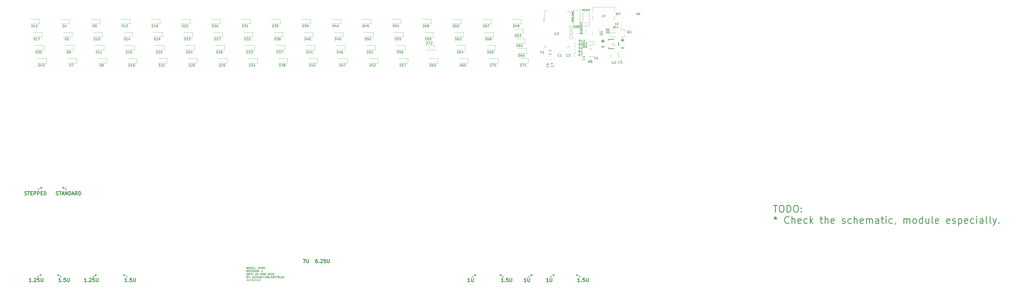
<source format=gbr>
%TF.GenerationSoftware,KiCad,Pcbnew,(5.99.0-8557-g8988e46ab1)*%
%TF.CreationDate,2021-03-06T06:48:04-07:00*%
%TF.ProjectId,SF65,53463635-2e6b-4696-9361-645f70636258,rev?*%
%TF.SameCoordinates,Original*%
%TF.FileFunction,Legend,Top*%
%TF.FilePolarity,Positive*%
%FSLAX46Y46*%
G04 Gerber Fmt 4.6, Leading zero omitted, Abs format (unit mm)*
G04 Created by KiCad (PCBNEW (5.99.0-8557-g8988e46ab1)) date 2021-03-06 06:48:04*
%MOMM*%
%LPD*%
G01*
G04 APERTURE LIST*
%ADD10C,0.300000*%
%ADD11C,0.250000*%
%ADD12C,0.200000*%
%ADD13C,0.152400*%
%ADD14C,0.150000*%
%ADD15C,0.152000*%
%ADD16C,0.015000*%
%ADD17C,0.120000*%
%ADD18C,0.254000*%
G04 APERTURE END LIST*
D10*
X241377857Y-114708571D02*
X240520714Y-114708571D01*
X240949285Y-114708571D02*
X240949285Y-113208571D01*
X240806428Y-113422857D01*
X240663571Y-113565714D01*
X240520714Y-113637142D01*
X242020714Y-113208571D02*
X242020714Y-114422857D01*
X242092142Y-114565714D01*
X242163571Y-114637142D01*
X242306428Y-114708571D01*
X242592142Y-114708571D01*
X242735000Y-114637142D01*
X242806428Y-114565714D01*
X242877857Y-114422857D01*
X242877857Y-113208571D01*
D11*
X30704688Y-74791858D02*
X31364517Y-74410906D01*
X31634053Y-73925375D02*
X32436739Y-73791858D01*
X31919767Y-74420247D01*
D10*
X282363571Y-10237142D02*
X283506428Y-10237142D01*
X282935000Y-10808571D02*
X282935000Y-9665714D01*
D11*
X69336739Y-112568141D02*
X68676910Y-112187188D01*
X68121660Y-112196529D02*
X67604688Y-111568141D01*
X68407374Y-111701657D01*
D12*
X261723809Y334285D02*
X261761904Y448571D01*
X261761904Y639047D01*
X261723809Y715238D01*
X261685714Y753333D01*
X261609523Y791428D01*
X261533333Y791428D01*
X261457142Y753333D01*
X261419047Y715238D01*
X261380952Y639047D01*
X261342857Y486666D01*
X261304761Y410476D01*
X261266666Y372380D01*
X261190476Y334285D01*
X261114285Y334285D01*
X261038095Y372380D01*
X261000000Y410476D01*
X260961904Y486666D01*
X260961904Y677142D01*
X261000000Y791428D01*
X260961904Y1058095D02*
X261761904Y1248571D01*
X261190476Y1400952D01*
X261761904Y1553333D01*
X260961904Y1743809D01*
X261685714Y2505714D02*
X261723809Y2467619D01*
X261761904Y2353333D01*
X261761904Y2277142D01*
X261723809Y2162857D01*
X261647619Y2086666D01*
X261571428Y2048571D01*
X261419047Y2010476D01*
X261304761Y2010476D01*
X261152380Y2048571D01*
X261076190Y2086666D01*
X261000000Y2162857D01*
X260961904Y2277142D01*
X260961904Y2353333D01*
X261000000Y2467619D01*
X261038095Y2505714D01*
D10*
X25109107Y-77124642D02*
X25323392Y-77196071D01*
X25680535Y-77196071D01*
X25823392Y-77124642D01*
X25894821Y-77053214D01*
X25966250Y-76910357D01*
X25966250Y-76767500D01*
X25894821Y-76624642D01*
X25823392Y-76553214D01*
X25680535Y-76481785D01*
X25394821Y-76410357D01*
X25251964Y-76338928D01*
X25180535Y-76267500D01*
X25109107Y-76124642D01*
X25109107Y-75981785D01*
X25180535Y-75838928D01*
X25251964Y-75767500D01*
X25394821Y-75696071D01*
X25751964Y-75696071D01*
X25966250Y-75767500D01*
X26394821Y-75696071D02*
X27251964Y-75696071D01*
X26823392Y-77196071D02*
X26823392Y-75696071D01*
X27751964Y-76410357D02*
X28251964Y-76410357D01*
X28466250Y-77196071D02*
X27751964Y-77196071D01*
X27751964Y-75696071D01*
X28466250Y-75696071D01*
X29109107Y-77196071D02*
X29109107Y-75696071D01*
X29680535Y-75696071D01*
X29823392Y-75767500D01*
X29894821Y-75838928D01*
X29966250Y-75981785D01*
X29966250Y-76196071D01*
X29894821Y-76338928D01*
X29823392Y-76410357D01*
X29680535Y-76481785D01*
X29109107Y-76481785D01*
X30609107Y-77196071D02*
X30609107Y-75696071D01*
X31180535Y-75696071D01*
X31323392Y-75767500D01*
X31394821Y-75838928D01*
X31466250Y-75981785D01*
X31466250Y-76196071D01*
X31394821Y-76338928D01*
X31323392Y-76410357D01*
X31180535Y-76481785D01*
X30609107Y-76481785D01*
X32109107Y-76410357D02*
X32609107Y-76410357D01*
X32823392Y-77196071D02*
X32109107Y-77196071D01*
X32109107Y-75696071D01*
X32823392Y-75696071D01*
X33466250Y-77196071D02*
X33466250Y-75696071D01*
X33823392Y-75696071D01*
X34037678Y-75767500D01*
X34180535Y-75910357D01*
X34251964Y-76053214D01*
X34323392Y-76338928D01*
X34323392Y-76553214D01*
X34251964Y-76838928D01*
X34180535Y-76981785D01*
X34037678Y-77124642D01*
X33823392Y-77196071D01*
X33466250Y-77196071D01*
D11*
X54304688Y-112591858D02*
X54964517Y-112210906D01*
X55234053Y-111725375D02*
X56036739Y-111591858D01*
X55519767Y-112220247D01*
D10*
X151249285Y-105008571D02*
X150963571Y-105008571D01*
X150820714Y-105080000D01*
X150749285Y-105151428D01*
X150606428Y-105365714D01*
X150535000Y-105651428D01*
X150535000Y-106222857D01*
X150606428Y-106365714D01*
X150677857Y-106437142D01*
X150820714Y-106508571D01*
X151106428Y-106508571D01*
X151249285Y-106437142D01*
X151320714Y-106365714D01*
X151392142Y-106222857D01*
X151392142Y-105865714D01*
X151320714Y-105722857D01*
X151249285Y-105651428D01*
X151106428Y-105580000D01*
X150820714Y-105580000D01*
X150677857Y-105651428D01*
X150606428Y-105722857D01*
X150535000Y-105865714D01*
X152035000Y-106365714D02*
X152106428Y-106437142D01*
X152035000Y-106508571D01*
X151963571Y-106437142D01*
X152035000Y-106365714D01*
X152035000Y-106508571D01*
X152677857Y-105151428D02*
X152749285Y-105080000D01*
X152892142Y-105008571D01*
X153249285Y-105008571D01*
X153392142Y-105080000D01*
X153463571Y-105151428D01*
X153535000Y-105294285D01*
X153535000Y-105437142D01*
X153463571Y-105651428D01*
X152606428Y-106508571D01*
X153535000Y-106508571D01*
X154892142Y-105008571D02*
X154177857Y-105008571D01*
X154106428Y-105722857D01*
X154177857Y-105651428D01*
X154320714Y-105580000D01*
X154677857Y-105580000D01*
X154820714Y-105651428D01*
X154892142Y-105722857D01*
X154963571Y-105865714D01*
X154963571Y-106222857D01*
X154892142Y-106365714D01*
X154820714Y-106437142D01*
X154677857Y-106508571D01*
X154320714Y-106508571D01*
X154177857Y-106437142D01*
X154106428Y-106365714D01*
X155606428Y-105008571D02*
X155606428Y-106222857D01*
X155677857Y-106365714D01*
X155749285Y-106437142D01*
X155892142Y-106508571D01*
X156177857Y-106508571D01*
X156320714Y-106437142D01*
X156392142Y-106365714D01*
X156463571Y-106222857D01*
X156463571Y-105008571D01*
D11*
X217904688Y-112591858D02*
X218564517Y-112210906D01*
X218834053Y-111725375D02*
X219636739Y-111591858D01*
X219119767Y-112220247D01*
X231636739Y-112568141D02*
X230976910Y-112187188D01*
X230421660Y-112196529D02*
X229904688Y-111568141D01*
X230707374Y-111701657D01*
X43136739Y-74768141D02*
X42476910Y-74387188D01*
X41921660Y-74396529D02*
X41404688Y-73768141D01*
X42207374Y-73901657D01*
D10*
X51692142Y-114708571D02*
X50835000Y-114708571D01*
X51263571Y-114708571D02*
X51263571Y-113208571D01*
X51120714Y-113422857D01*
X50977857Y-113565714D01*
X50835000Y-113637142D01*
X52335000Y-114565714D02*
X52406428Y-114637142D01*
X52335000Y-114708571D01*
X52263571Y-114637142D01*
X52335000Y-114565714D01*
X52335000Y-114708571D01*
X52977857Y-113351428D02*
X53049285Y-113280000D01*
X53192142Y-113208571D01*
X53549285Y-113208571D01*
X53692142Y-113280000D01*
X53763571Y-113351428D01*
X53835000Y-113494285D01*
X53835000Y-113637142D01*
X53763571Y-113851428D01*
X52906428Y-114708571D01*
X53835000Y-114708571D01*
X55192142Y-113208571D02*
X54477857Y-113208571D01*
X54406428Y-113922857D01*
X54477857Y-113851428D01*
X54620714Y-113780000D01*
X54977857Y-113780000D01*
X55120714Y-113851428D01*
X55192142Y-113922857D01*
X55263571Y-114065714D01*
X55263571Y-114422857D01*
X55192142Y-114565714D01*
X55120714Y-114637142D01*
X54977857Y-114708571D01*
X54620714Y-114708571D01*
X54477857Y-114637142D01*
X54406428Y-114565714D01*
X55906428Y-113208571D02*
X55906428Y-114422857D01*
X55977857Y-114565714D01*
X56049285Y-114637142D01*
X56192142Y-114708571D01*
X56477857Y-114708571D01*
X56620714Y-114637142D01*
X56692142Y-114565714D01*
X56763571Y-114422857D01*
X56763571Y-113208571D01*
X145149285Y-105008571D02*
X146149285Y-105008571D01*
X145506428Y-106508571D01*
X146720714Y-105008571D02*
X146720714Y-106222857D01*
X146792142Y-106365714D01*
X146863571Y-106437142D01*
X147006428Y-106508571D01*
X147292142Y-106508571D01*
X147435000Y-106437142D01*
X147506428Y-106365714D01*
X147577857Y-106222857D01*
X147577857Y-105008571D01*
D11*
X264636739Y-112568141D02*
X263976910Y-112187188D01*
X263421660Y-112196529D02*
X262904688Y-111568141D01*
X263707374Y-111701657D01*
D12*
X262590476Y-3930000D02*
X262514285Y-3891904D01*
X262400000Y-3891904D01*
X262285714Y-3930000D01*
X262209523Y-4006190D01*
X262171428Y-4082380D01*
X262133333Y-4234761D01*
X262133333Y-4349047D01*
X262171428Y-4501428D01*
X262209523Y-4577619D01*
X262285714Y-4653809D01*
X262400000Y-4691904D01*
X262476190Y-4691904D01*
X262590476Y-4653809D01*
X262628571Y-4615714D01*
X262628571Y-4349047D01*
X262476190Y-4349047D01*
X262971428Y-4691904D02*
X262971428Y-3891904D01*
X263428571Y-4691904D01*
X263428571Y-3891904D01*
X263809523Y-4691904D02*
X263809523Y-3891904D01*
X264000000Y-3891904D01*
X264114285Y-3930000D01*
X264190476Y-4006190D01*
X264228571Y-4082380D01*
X264266666Y-4234761D01*
X264266666Y-4349047D01*
X264228571Y-4501428D01*
X264190476Y-4577619D01*
X264114285Y-4653809D01*
X264000000Y-4691904D01*
X263809523Y-4691904D01*
D13*
X121125666Y-113484895D02*
X121125666Y-114065466D01*
X121086961Y-114181580D01*
X121009552Y-114258990D01*
X120893438Y-114297695D01*
X120816028Y-114297695D01*
X121899761Y-114297695D02*
X121512714Y-114297695D01*
X121512714Y-113484895D01*
X122635152Y-114220285D02*
X122596447Y-114258990D01*
X122480333Y-114297695D01*
X122402923Y-114297695D01*
X122286809Y-114258990D01*
X122209400Y-114181580D01*
X122170695Y-114104171D01*
X122131990Y-113949352D01*
X122131990Y-113833238D01*
X122170695Y-113678419D01*
X122209400Y-113601009D01*
X122286809Y-113523600D01*
X122402923Y-113484895D01*
X122480333Y-113484895D01*
X122596447Y-113523600D01*
X122635152Y-113562304D01*
X123215723Y-113484895D02*
X123215723Y-114065466D01*
X123177019Y-114181580D01*
X123099609Y-114258990D01*
X122983495Y-114297695D01*
X122906085Y-114297695D01*
X123989819Y-114297695D02*
X123602771Y-114297695D01*
X123602771Y-113484895D01*
X124725209Y-114220285D02*
X124686504Y-114258990D01*
X124570390Y-114297695D01*
X124492980Y-114297695D01*
X124376866Y-114258990D01*
X124299457Y-114181580D01*
X124260752Y-114104171D01*
X124222047Y-113949352D01*
X124222047Y-113833238D01*
X124260752Y-113678419D01*
X124299457Y-113601009D01*
X124376866Y-113523600D01*
X124492980Y-113484895D01*
X124570390Y-113484895D01*
X124686504Y-113523600D01*
X124725209Y-113562304D01*
X125305780Y-113484895D02*
X125305780Y-114065466D01*
X125267076Y-114181580D01*
X125189666Y-114258990D01*
X125073552Y-114297695D01*
X124996142Y-114297695D01*
X126079876Y-114297695D02*
X125692828Y-114297695D01*
X125692828Y-113484895D01*
X126815266Y-114220285D02*
X126776561Y-114258990D01*
X126660447Y-114297695D01*
X126583038Y-114297695D01*
X126466923Y-114258990D01*
X126389514Y-114181580D01*
X126350809Y-114104171D01*
X126312104Y-113949352D01*
X126312104Y-113833238D01*
X126350809Y-113678419D01*
X126389514Y-113601009D01*
X126466923Y-113523600D01*
X126583038Y-113484895D01*
X126660447Y-113484895D01*
X126776561Y-113523600D01*
X126815266Y-113562304D01*
D10*
X282363571Y-13587142D02*
X283506428Y-13587142D01*
D12*
X266038095Y2358095D02*
X265771428Y2739047D01*
X265580952Y2358095D02*
X265580952Y3158095D01*
X265885714Y3158095D01*
X265961904Y3120000D01*
X266000000Y3081904D01*
X266038095Y3005714D01*
X266038095Y2891428D01*
X266000000Y2815238D01*
X265961904Y2777142D01*
X265885714Y2739047D01*
X265580952Y2739047D01*
X266380952Y2777142D02*
X266647619Y2777142D01*
X266761904Y2358095D02*
X266380952Y2358095D01*
X266380952Y3158095D01*
X266761904Y3158095D01*
X267066666Y2396190D02*
X267180952Y2358095D01*
X267371428Y2358095D01*
X267447619Y2396190D01*
X267485714Y2434285D01*
X267523809Y2510476D01*
X267523809Y2586666D01*
X267485714Y2662857D01*
X267447619Y2700952D01*
X267371428Y2739047D01*
X267219047Y2777142D01*
X267142857Y2815238D01*
X267104761Y2853333D01*
X267066666Y2929523D01*
X267066666Y3005714D01*
X267104761Y3081904D01*
X267142857Y3120000D01*
X267219047Y3158095D01*
X267409523Y3158095D01*
X267523809Y3120000D01*
X267866666Y2777142D02*
X268133333Y2777142D01*
X268247619Y2358095D02*
X267866666Y2358095D01*
X267866666Y3158095D01*
X268247619Y3158095D01*
X268476190Y3158095D02*
X268933333Y3158095D01*
X268704761Y2358095D02*
X268704761Y3158095D01*
X280282619Y1508095D02*
X280435000Y1508095D01*
X280511190Y1470000D01*
X280587380Y1393809D01*
X280625476Y1241428D01*
X280625476Y974761D01*
X280587380Y822380D01*
X280511190Y746190D01*
X280435000Y708095D01*
X280282619Y708095D01*
X280206428Y746190D01*
X280130238Y822380D01*
X280092142Y974761D01*
X280092142Y1241428D01*
X280130238Y1393809D01*
X280206428Y1470000D01*
X280282619Y1508095D01*
X281235000Y1127142D02*
X280968333Y1127142D01*
X280968333Y708095D02*
X280968333Y1508095D01*
X281349285Y1508095D01*
X281920714Y1127142D02*
X281654047Y1127142D01*
X281654047Y708095D02*
X281654047Y1508095D01*
X282035000Y1508095D01*
X289196904Y1508095D02*
X289349285Y1508095D01*
X289425476Y1470000D01*
X289501666Y1393809D01*
X289539761Y1241428D01*
X289539761Y974761D01*
X289501666Y822380D01*
X289425476Y746190D01*
X289349285Y708095D01*
X289196904Y708095D01*
X289120714Y746190D01*
X289044523Y822380D01*
X289006428Y974761D01*
X289006428Y1241428D01*
X289044523Y1393809D01*
X289120714Y1470000D01*
X289196904Y1508095D01*
X289882619Y708095D02*
X289882619Y1508095D01*
X290339761Y708095D01*
X290339761Y1508095D01*
D10*
X264506428Y-114708571D02*
X263649285Y-114708571D01*
X264077857Y-114708571D02*
X264077857Y-113208571D01*
X263935000Y-113422857D01*
X263792142Y-113565714D01*
X263649285Y-113637142D01*
X265149285Y-114565714D02*
X265220714Y-114637142D01*
X265149285Y-114708571D01*
X265077857Y-114637142D01*
X265149285Y-114565714D01*
X265149285Y-114708571D01*
X266577857Y-113208571D02*
X265863571Y-113208571D01*
X265792142Y-113922857D01*
X265863571Y-113851428D01*
X266006428Y-113780000D01*
X266363571Y-113780000D01*
X266506428Y-113851428D01*
X266577857Y-113922857D01*
X266649285Y-114065714D01*
X266649285Y-114422857D01*
X266577857Y-114565714D01*
X266506428Y-114637142D01*
X266363571Y-114708571D01*
X266006428Y-114708571D01*
X265863571Y-114637142D01*
X265792142Y-114565714D01*
X267292142Y-113208571D02*
X267292142Y-114422857D01*
X267363571Y-114565714D01*
X267435000Y-114637142D01*
X267577857Y-114708571D01*
X267863571Y-114708571D01*
X268006428Y-114637142D01*
X268077857Y-114565714D01*
X268149285Y-114422857D01*
X268149285Y-113208571D01*
D11*
X251804688Y-112591858D02*
X252464517Y-112210906D01*
X252734053Y-111725375D02*
X253536739Y-111591858D01*
X253019767Y-112220247D01*
D10*
X38682321Y-77124642D02*
X38896607Y-77196071D01*
X39253750Y-77196071D01*
X39396607Y-77124642D01*
X39468035Y-77053214D01*
X39539464Y-76910357D01*
X39539464Y-76767500D01*
X39468035Y-76624642D01*
X39396607Y-76553214D01*
X39253750Y-76481785D01*
X38968035Y-76410357D01*
X38825178Y-76338928D01*
X38753750Y-76267500D01*
X38682321Y-76124642D01*
X38682321Y-75981785D01*
X38753750Y-75838928D01*
X38825178Y-75767500D01*
X38968035Y-75696071D01*
X39325178Y-75696071D01*
X39539464Y-75767500D01*
X39968035Y-75696071D02*
X40825178Y-75696071D01*
X40396607Y-77196071D02*
X40396607Y-75696071D01*
X41253750Y-76767500D02*
X41968035Y-76767500D01*
X41110892Y-77196071D02*
X41610892Y-75696071D01*
X42110892Y-77196071D01*
X42610892Y-77196071D02*
X42610892Y-75696071D01*
X43468035Y-77196071D01*
X43468035Y-75696071D01*
X44182321Y-77196071D02*
X44182321Y-75696071D01*
X44539464Y-75696071D01*
X44753750Y-75767500D01*
X44896607Y-75910357D01*
X44968035Y-76053214D01*
X45039464Y-76338928D01*
X45039464Y-76553214D01*
X44968035Y-76838928D01*
X44896607Y-76981785D01*
X44753750Y-77124642D01*
X44539464Y-77196071D01*
X44182321Y-77196071D01*
X45610892Y-76767500D02*
X46325178Y-76767500D01*
X45468035Y-77196071D02*
X45968035Y-75696071D01*
X46468035Y-77196071D01*
X47825178Y-77196071D02*
X47325178Y-76481785D01*
X46968035Y-77196071D02*
X46968035Y-75696071D01*
X47539464Y-75696071D01*
X47682321Y-75767500D01*
X47753750Y-75838928D01*
X47825178Y-75981785D01*
X47825178Y-76196071D01*
X47753750Y-76338928D01*
X47682321Y-76410357D01*
X47539464Y-76481785D01*
X46968035Y-76481785D01*
X48468035Y-77196071D02*
X48468035Y-75696071D01*
X48825178Y-75696071D01*
X49039464Y-75767500D01*
X49182321Y-75910357D01*
X49253750Y-76053214D01*
X49325178Y-76338928D01*
X49325178Y-76553214D01*
X49253750Y-76838928D01*
X49182321Y-76981785D01*
X49039464Y-77124642D01*
X48825178Y-77196071D01*
X48468035Y-77196071D01*
D12*
X261723809Y-2365714D02*
X261761904Y-2251428D01*
X261761904Y-2060952D01*
X261723809Y-1984761D01*
X261685714Y-1946666D01*
X261609523Y-1908571D01*
X261533333Y-1908571D01*
X261457142Y-1946666D01*
X261419047Y-1984761D01*
X261380952Y-2060952D01*
X261342857Y-2213333D01*
X261304761Y-2289523D01*
X261266666Y-2327619D01*
X261190476Y-2365714D01*
X261114285Y-2365714D01*
X261038095Y-2327619D01*
X261000000Y-2289523D01*
X260961904Y-2213333D01*
X260961904Y-2022857D01*
X261000000Y-1908571D01*
X260961904Y-1641904D02*
X261761904Y-1451428D01*
X261190476Y-1299047D01*
X261761904Y-1146666D01*
X260961904Y-956190D01*
X261761904Y-651428D02*
X260961904Y-651428D01*
X260961904Y-460952D01*
X261000000Y-346666D01*
X261076190Y-270476D01*
X261152380Y-232380D01*
X261304761Y-194285D01*
X261419047Y-194285D01*
X261571428Y-232380D01*
X261647619Y-270476D01*
X261723809Y-346666D01*
X261761904Y-460952D01*
X261761904Y-651428D01*
D10*
X69206428Y-114708571D02*
X68349285Y-114708571D01*
X68777857Y-114708571D02*
X68777857Y-113208571D01*
X68635000Y-113422857D01*
X68492142Y-113565714D01*
X68349285Y-113637142D01*
X69849285Y-114565714D02*
X69920714Y-114637142D01*
X69849285Y-114708571D01*
X69777857Y-114637142D01*
X69849285Y-114565714D01*
X69849285Y-114708571D01*
X71277857Y-113208571D02*
X70563571Y-113208571D01*
X70492142Y-113922857D01*
X70563571Y-113851428D01*
X70706428Y-113780000D01*
X71063571Y-113780000D01*
X71206428Y-113851428D01*
X71277857Y-113922857D01*
X71349285Y-114065714D01*
X71349285Y-114422857D01*
X71277857Y-114565714D01*
X71206428Y-114637142D01*
X71063571Y-114708571D01*
X70706428Y-114708571D01*
X70563571Y-114637142D01*
X70492142Y-114565714D01*
X71992142Y-113208571D02*
X71992142Y-114422857D01*
X72063571Y-114565714D01*
X72135000Y-114637142D01*
X72277857Y-114708571D01*
X72563571Y-114708571D01*
X72706428Y-114637142D01*
X72777857Y-114565714D01*
X72849285Y-114422857D01*
X72849285Y-113208571D01*
X40706428Y-114708571D02*
X39849285Y-114708571D01*
X40277857Y-114708571D02*
X40277857Y-113208571D01*
X40135000Y-113422857D01*
X39992142Y-113565714D01*
X39849285Y-113637142D01*
X41349285Y-114565714D02*
X41420714Y-114637142D01*
X41349285Y-114708571D01*
X41277857Y-114637142D01*
X41349285Y-114565714D01*
X41349285Y-114708571D01*
X42777857Y-113208571D02*
X42063571Y-113208571D01*
X41992142Y-113922857D01*
X42063571Y-113851428D01*
X42206428Y-113780000D01*
X42563571Y-113780000D01*
X42706428Y-113851428D01*
X42777857Y-113922857D01*
X42849285Y-114065714D01*
X42849285Y-114422857D01*
X42777857Y-114565714D01*
X42706428Y-114637142D01*
X42563571Y-114708571D01*
X42206428Y-114708571D01*
X42063571Y-114637142D01*
X41992142Y-114565714D01*
X43492142Y-113208571D02*
X43492142Y-114422857D01*
X43563571Y-114565714D01*
X43635000Y-114637142D01*
X43777857Y-114708571D01*
X44063571Y-114708571D01*
X44206428Y-114637142D01*
X44277857Y-114565714D01*
X44349285Y-114422857D01*
X44349285Y-113208571D01*
X347980714Y-81642142D02*
X349695000Y-81642142D01*
X348837857Y-84642142D02*
X348837857Y-81642142D01*
X351266428Y-81642142D02*
X351837857Y-81642142D01*
X352123571Y-81785000D01*
X352409285Y-82070714D01*
X352552142Y-82642142D01*
X352552142Y-83642142D01*
X352409285Y-84213571D01*
X352123571Y-84499285D01*
X351837857Y-84642142D01*
X351266428Y-84642142D01*
X350980714Y-84499285D01*
X350695000Y-84213571D01*
X350552142Y-83642142D01*
X350552142Y-82642142D01*
X350695000Y-82070714D01*
X350980714Y-81785000D01*
X351266428Y-81642142D01*
X353837857Y-84642142D02*
X353837857Y-81642142D01*
X354552142Y-81642142D01*
X354980714Y-81785000D01*
X355266428Y-82070714D01*
X355409285Y-82356428D01*
X355552142Y-82927857D01*
X355552142Y-83356428D01*
X355409285Y-83927857D01*
X355266428Y-84213571D01*
X354980714Y-84499285D01*
X354552142Y-84642142D01*
X353837857Y-84642142D01*
X357409285Y-81642142D02*
X357980714Y-81642142D01*
X358266428Y-81785000D01*
X358552142Y-82070714D01*
X358695000Y-82642142D01*
X358695000Y-83642142D01*
X358552142Y-84213571D01*
X358266428Y-84499285D01*
X357980714Y-84642142D01*
X357409285Y-84642142D01*
X357123571Y-84499285D01*
X356837857Y-84213571D01*
X356695000Y-83642142D01*
X356695000Y-82642142D01*
X356837857Y-82070714D01*
X357123571Y-81785000D01*
X357409285Y-81642142D01*
X359980714Y-84356428D02*
X360123571Y-84499285D01*
X359980714Y-84642142D01*
X359837857Y-84499285D01*
X359980714Y-84356428D01*
X359980714Y-84642142D01*
X359980714Y-82785000D02*
X360123571Y-82927857D01*
X359980714Y-83070714D01*
X359837857Y-82927857D01*
X359980714Y-82785000D01*
X359980714Y-83070714D01*
X348837857Y-86472142D02*
X348837857Y-87186428D01*
X348123571Y-86900714D02*
X348837857Y-87186428D01*
X349552142Y-86900714D01*
X348409285Y-87757857D02*
X348837857Y-87186428D01*
X349266428Y-87757857D01*
X354695000Y-89186428D02*
X354552142Y-89329285D01*
X354123571Y-89472142D01*
X353837857Y-89472142D01*
X353409285Y-89329285D01*
X353123571Y-89043571D01*
X352980714Y-88757857D01*
X352837857Y-88186428D01*
X352837857Y-87757857D01*
X352980714Y-87186428D01*
X353123571Y-86900714D01*
X353409285Y-86615000D01*
X353837857Y-86472142D01*
X354123571Y-86472142D01*
X354552142Y-86615000D01*
X354695000Y-86757857D01*
X355980714Y-89472142D02*
X355980714Y-86472142D01*
X357266428Y-89472142D02*
X357266428Y-87900714D01*
X357123571Y-87615000D01*
X356837857Y-87472142D01*
X356409285Y-87472142D01*
X356123571Y-87615000D01*
X355980714Y-87757857D01*
X359837857Y-89329285D02*
X359552142Y-89472142D01*
X358980714Y-89472142D01*
X358695000Y-89329285D01*
X358552142Y-89043571D01*
X358552142Y-87900714D01*
X358695000Y-87615000D01*
X358980714Y-87472142D01*
X359552142Y-87472142D01*
X359837857Y-87615000D01*
X359980714Y-87900714D01*
X359980714Y-88186428D01*
X358552142Y-88472142D01*
X362552142Y-89329285D02*
X362266428Y-89472142D01*
X361695000Y-89472142D01*
X361409285Y-89329285D01*
X361266428Y-89186428D01*
X361123571Y-88900714D01*
X361123571Y-88043571D01*
X361266428Y-87757857D01*
X361409285Y-87615000D01*
X361695000Y-87472142D01*
X362266428Y-87472142D01*
X362552142Y-87615000D01*
X363837857Y-89472142D02*
X363837857Y-86472142D01*
X364123571Y-88329285D02*
X364980714Y-89472142D01*
X364980714Y-87472142D02*
X363837857Y-88615000D01*
X368123571Y-87472142D02*
X369266428Y-87472142D01*
X368552142Y-86472142D02*
X368552142Y-89043571D01*
X368695000Y-89329285D01*
X368980714Y-89472142D01*
X369266428Y-89472142D01*
X370266428Y-89472142D02*
X370266428Y-86472142D01*
X371552142Y-89472142D02*
X371552142Y-87900714D01*
X371409285Y-87615000D01*
X371123571Y-87472142D01*
X370695000Y-87472142D01*
X370409285Y-87615000D01*
X370266428Y-87757857D01*
X374123571Y-89329285D02*
X373837857Y-89472142D01*
X373266428Y-89472142D01*
X372980714Y-89329285D01*
X372837857Y-89043571D01*
X372837857Y-87900714D01*
X372980714Y-87615000D01*
X373266428Y-87472142D01*
X373837857Y-87472142D01*
X374123571Y-87615000D01*
X374266428Y-87900714D01*
X374266428Y-88186428D01*
X372837857Y-88472142D01*
X377695000Y-89329285D02*
X377980714Y-89472142D01*
X378552142Y-89472142D01*
X378837857Y-89329285D01*
X378980714Y-89043571D01*
X378980714Y-88900714D01*
X378837857Y-88615000D01*
X378552142Y-88472142D01*
X378123571Y-88472142D01*
X377837857Y-88329285D01*
X377695000Y-88043571D01*
X377695000Y-87900714D01*
X377837857Y-87615000D01*
X378123571Y-87472142D01*
X378552142Y-87472142D01*
X378837857Y-87615000D01*
X381552142Y-89329285D02*
X381266428Y-89472142D01*
X380695000Y-89472142D01*
X380409285Y-89329285D01*
X380266428Y-89186428D01*
X380123571Y-88900714D01*
X380123571Y-88043571D01*
X380266428Y-87757857D01*
X380409285Y-87615000D01*
X380695000Y-87472142D01*
X381266428Y-87472142D01*
X381552142Y-87615000D01*
X382837857Y-89472142D02*
X382837857Y-86472142D01*
X384123571Y-89472142D02*
X384123571Y-87900714D01*
X383980714Y-87615000D01*
X383695000Y-87472142D01*
X383266428Y-87472142D01*
X382980714Y-87615000D01*
X382837857Y-87757857D01*
X386695000Y-89329285D02*
X386409285Y-89472142D01*
X385837857Y-89472142D01*
X385552142Y-89329285D01*
X385409285Y-89043571D01*
X385409285Y-87900714D01*
X385552142Y-87615000D01*
X385837857Y-87472142D01*
X386409285Y-87472142D01*
X386695000Y-87615000D01*
X386837857Y-87900714D01*
X386837857Y-88186428D01*
X385409285Y-88472142D01*
X388123571Y-89472142D02*
X388123571Y-87472142D01*
X388123571Y-87757857D02*
X388266428Y-87615000D01*
X388552142Y-87472142D01*
X388980714Y-87472142D01*
X389266428Y-87615000D01*
X389409285Y-87900714D01*
X389409285Y-89472142D01*
X389409285Y-87900714D02*
X389552142Y-87615000D01*
X389837857Y-87472142D01*
X390266428Y-87472142D01*
X390552142Y-87615000D01*
X390695000Y-87900714D01*
X390695000Y-89472142D01*
X393409285Y-89472142D02*
X393409285Y-87900714D01*
X393266428Y-87615000D01*
X392980714Y-87472142D01*
X392409285Y-87472142D01*
X392123571Y-87615000D01*
X393409285Y-89329285D02*
X393123571Y-89472142D01*
X392409285Y-89472142D01*
X392123571Y-89329285D01*
X391980714Y-89043571D01*
X391980714Y-88757857D01*
X392123571Y-88472142D01*
X392409285Y-88329285D01*
X393123571Y-88329285D01*
X393409285Y-88186428D01*
X394409285Y-87472142D02*
X395552142Y-87472142D01*
X394837857Y-86472142D02*
X394837857Y-89043571D01*
X394980714Y-89329285D01*
X395266428Y-89472142D01*
X395552142Y-89472142D01*
X396552142Y-89472142D02*
X396552142Y-87472142D01*
X396552142Y-86472142D02*
X396409285Y-86615000D01*
X396552142Y-86757857D01*
X396695000Y-86615000D01*
X396552142Y-86472142D01*
X396552142Y-86757857D01*
X399266428Y-89329285D02*
X398980714Y-89472142D01*
X398409285Y-89472142D01*
X398123571Y-89329285D01*
X397980714Y-89186428D01*
X397837857Y-88900714D01*
X397837857Y-88043571D01*
X397980714Y-87757857D01*
X398123571Y-87615000D01*
X398409285Y-87472142D01*
X398980714Y-87472142D01*
X399266428Y-87615000D01*
X400695000Y-89329285D02*
X400695000Y-89472142D01*
X400552142Y-89757857D01*
X400409285Y-89900714D01*
X404266428Y-89472142D02*
X404266428Y-87472142D01*
X404266428Y-87757857D02*
X404409285Y-87615000D01*
X404695000Y-87472142D01*
X405123571Y-87472142D01*
X405409285Y-87615000D01*
X405552142Y-87900714D01*
X405552142Y-89472142D01*
X405552142Y-87900714D02*
X405695000Y-87615000D01*
X405980714Y-87472142D01*
X406409285Y-87472142D01*
X406695000Y-87615000D01*
X406837857Y-87900714D01*
X406837857Y-89472142D01*
X408695000Y-89472142D02*
X408409285Y-89329285D01*
X408266428Y-89186428D01*
X408123571Y-88900714D01*
X408123571Y-88043571D01*
X408266428Y-87757857D01*
X408409285Y-87615000D01*
X408695000Y-87472142D01*
X409123571Y-87472142D01*
X409409285Y-87615000D01*
X409552142Y-87757857D01*
X409695000Y-88043571D01*
X409695000Y-88900714D01*
X409552142Y-89186428D01*
X409409285Y-89329285D01*
X409123571Y-89472142D01*
X408695000Y-89472142D01*
X412266428Y-89472142D02*
X412266428Y-86472142D01*
X412266428Y-89329285D02*
X411980714Y-89472142D01*
X411409285Y-89472142D01*
X411123571Y-89329285D01*
X410980714Y-89186428D01*
X410837857Y-88900714D01*
X410837857Y-88043571D01*
X410980714Y-87757857D01*
X411123571Y-87615000D01*
X411409285Y-87472142D01*
X411980714Y-87472142D01*
X412266428Y-87615000D01*
X414980714Y-87472142D02*
X414980714Y-89472142D01*
X413695000Y-87472142D02*
X413695000Y-89043571D01*
X413837857Y-89329285D01*
X414123571Y-89472142D01*
X414552142Y-89472142D01*
X414837857Y-89329285D01*
X414980714Y-89186428D01*
X416837857Y-89472142D02*
X416552142Y-89329285D01*
X416409285Y-89043571D01*
X416409285Y-86472142D01*
X419123571Y-89329285D02*
X418837857Y-89472142D01*
X418266428Y-89472142D01*
X417980714Y-89329285D01*
X417837857Y-89043571D01*
X417837857Y-87900714D01*
X417980714Y-87615000D01*
X418266428Y-87472142D01*
X418837857Y-87472142D01*
X419123571Y-87615000D01*
X419266428Y-87900714D01*
X419266428Y-88186428D01*
X417837857Y-88472142D01*
X423980714Y-89329285D02*
X423695000Y-89472142D01*
X423123571Y-89472142D01*
X422837857Y-89329285D01*
X422695000Y-89043571D01*
X422695000Y-87900714D01*
X422837857Y-87615000D01*
X423123571Y-87472142D01*
X423695000Y-87472142D01*
X423980714Y-87615000D01*
X424123571Y-87900714D01*
X424123571Y-88186428D01*
X422695000Y-88472142D01*
X425266428Y-89329285D02*
X425552142Y-89472142D01*
X426123571Y-89472142D01*
X426409285Y-89329285D01*
X426552142Y-89043571D01*
X426552142Y-88900714D01*
X426409285Y-88615000D01*
X426123571Y-88472142D01*
X425695000Y-88472142D01*
X425409285Y-88329285D01*
X425266428Y-88043571D01*
X425266428Y-87900714D01*
X425409285Y-87615000D01*
X425695000Y-87472142D01*
X426123571Y-87472142D01*
X426409285Y-87615000D01*
X427837857Y-87472142D02*
X427837857Y-90472142D01*
X427837857Y-87615000D02*
X428123571Y-87472142D01*
X428695000Y-87472142D01*
X428980714Y-87615000D01*
X429123571Y-87757857D01*
X429266428Y-88043571D01*
X429266428Y-88900714D01*
X429123571Y-89186428D01*
X428980714Y-89329285D01*
X428695000Y-89472142D01*
X428123571Y-89472142D01*
X427837857Y-89329285D01*
X431695000Y-89329285D02*
X431409285Y-89472142D01*
X430837857Y-89472142D01*
X430552142Y-89329285D01*
X430409285Y-89043571D01*
X430409285Y-87900714D01*
X430552142Y-87615000D01*
X430837857Y-87472142D01*
X431409285Y-87472142D01*
X431695000Y-87615000D01*
X431837857Y-87900714D01*
X431837857Y-88186428D01*
X430409285Y-88472142D01*
X434409285Y-89329285D02*
X434123571Y-89472142D01*
X433552142Y-89472142D01*
X433266428Y-89329285D01*
X433123571Y-89186428D01*
X432980714Y-88900714D01*
X432980714Y-88043571D01*
X433123571Y-87757857D01*
X433266428Y-87615000D01*
X433552142Y-87472142D01*
X434123571Y-87472142D01*
X434409285Y-87615000D01*
X435695000Y-89472142D02*
X435695000Y-87472142D01*
X435695000Y-86472142D02*
X435552142Y-86615000D01*
X435695000Y-86757857D01*
X435837857Y-86615000D01*
X435695000Y-86472142D01*
X435695000Y-86757857D01*
X438409285Y-89472142D02*
X438409285Y-87900714D01*
X438266428Y-87615000D01*
X437980714Y-87472142D01*
X437409285Y-87472142D01*
X437123571Y-87615000D01*
X438409285Y-89329285D02*
X438123571Y-89472142D01*
X437409285Y-89472142D01*
X437123571Y-89329285D01*
X436980714Y-89043571D01*
X436980714Y-88757857D01*
X437123571Y-88472142D01*
X437409285Y-88329285D01*
X438123571Y-88329285D01*
X438409285Y-88186428D01*
X440266428Y-89472142D02*
X439980714Y-89329285D01*
X439837857Y-89043571D01*
X439837857Y-86472142D01*
X441837857Y-89472142D02*
X441552142Y-89329285D01*
X441409285Y-89043571D01*
X441409285Y-86472142D01*
X442695000Y-87472142D02*
X443409285Y-89472142D01*
X444123571Y-87472142D02*
X443409285Y-89472142D01*
X443123571Y-90186428D01*
X442980714Y-90329285D01*
X442695000Y-90472142D01*
X445266428Y-89186428D02*
X445409285Y-89329285D01*
X445266428Y-89472142D01*
X445123571Y-89329285D01*
X445266428Y-89186428D01*
X445266428Y-89472142D01*
D11*
X30504688Y-112591858D02*
X31164517Y-112210906D01*
X31434053Y-111725375D02*
X32236739Y-111591858D01*
X31719767Y-112220247D01*
D10*
X231506428Y-114708571D02*
X230649285Y-114708571D01*
X231077857Y-114708571D02*
X231077857Y-113208571D01*
X230935000Y-113422857D01*
X230792142Y-113565714D01*
X230649285Y-113637142D01*
X232149285Y-114565714D02*
X232220714Y-114637142D01*
X232149285Y-114708571D01*
X232077857Y-114637142D01*
X232149285Y-114565714D01*
X232149285Y-114708571D01*
X233577857Y-113208571D02*
X232863571Y-113208571D01*
X232792142Y-113922857D01*
X232863571Y-113851428D01*
X233006428Y-113780000D01*
X233363571Y-113780000D01*
X233506428Y-113851428D01*
X233577857Y-113922857D01*
X233649285Y-114065714D01*
X233649285Y-114422857D01*
X233577857Y-114565714D01*
X233506428Y-114637142D01*
X233363571Y-114708571D01*
X233006428Y-114708571D01*
X232863571Y-114637142D01*
X232792142Y-114565714D01*
X234292142Y-113208571D02*
X234292142Y-114422857D01*
X234363571Y-114565714D01*
X234435000Y-114637142D01*
X234577857Y-114708571D01*
X234863571Y-114708571D01*
X235006428Y-114637142D01*
X235077857Y-114565714D01*
X235149285Y-114422857D01*
X235149285Y-113208571D01*
X273863571Y-10637142D02*
X275006428Y-10637142D01*
X274435000Y-11208571D02*
X274435000Y-10065714D01*
X27892142Y-114708571D02*
X27035000Y-114708571D01*
X27463571Y-114708571D02*
X27463571Y-113208571D01*
X27320714Y-113422857D01*
X27177857Y-113565714D01*
X27035000Y-113637142D01*
X28535000Y-114565714D02*
X28606428Y-114637142D01*
X28535000Y-114708571D01*
X28463571Y-114637142D01*
X28535000Y-114565714D01*
X28535000Y-114708571D01*
X29177857Y-113351428D02*
X29249285Y-113280000D01*
X29392142Y-113208571D01*
X29749285Y-113208571D01*
X29892142Y-113280000D01*
X29963571Y-113351428D01*
X30035000Y-113494285D01*
X30035000Y-113637142D01*
X29963571Y-113851428D01*
X29106428Y-114708571D01*
X30035000Y-114708571D01*
X31392142Y-113208571D02*
X30677857Y-113208571D01*
X30606428Y-113922857D01*
X30677857Y-113851428D01*
X30820714Y-113780000D01*
X31177857Y-113780000D01*
X31320714Y-113851428D01*
X31392142Y-113922857D01*
X31463571Y-114065714D01*
X31463571Y-114422857D01*
X31392142Y-114565714D01*
X31320714Y-114637142D01*
X31177857Y-114708571D01*
X30820714Y-114708571D01*
X30677857Y-114637142D01*
X30606428Y-114565714D01*
X32106428Y-113208571D02*
X32106428Y-114422857D01*
X32177857Y-114565714D01*
X32249285Y-114637142D01*
X32392142Y-114708571D01*
X32677857Y-114708571D01*
X32820714Y-114637142D01*
X32892142Y-114565714D01*
X32963571Y-114422857D01*
X32963571Y-113208571D01*
D13*
X120827583Y-109134783D02*
X120827583Y-108321983D01*
X121098517Y-108902554D01*
X121369450Y-108321983D01*
X121369450Y-109134783D01*
X121911317Y-108321983D02*
X122066136Y-108321983D01*
X122143545Y-108360688D01*
X122220955Y-108438097D01*
X122259660Y-108592916D01*
X122259660Y-108863849D01*
X122220955Y-109018668D01*
X122143545Y-109096078D01*
X122066136Y-109134783D01*
X121911317Y-109134783D01*
X121833907Y-109096078D01*
X121756498Y-109018668D01*
X121717793Y-108863849D01*
X121717793Y-108592916D01*
X121756498Y-108438097D01*
X121833907Y-108360688D01*
X121911317Y-108321983D01*
X122608002Y-109134783D02*
X122608002Y-108321983D01*
X122801526Y-108321983D01*
X122917640Y-108360688D01*
X122995050Y-108438097D01*
X123033755Y-108515507D01*
X123072460Y-108670326D01*
X123072460Y-108786440D01*
X123033755Y-108941259D01*
X122995050Y-109018668D01*
X122917640Y-109096078D01*
X122801526Y-109134783D01*
X122608002Y-109134783D01*
X123420802Y-108709030D02*
X123691736Y-108709030D01*
X123807850Y-109134783D02*
X123420802Y-109134783D01*
X123420802Y-108321983D01*
X123807850Y-108321983D01*
X124543240Y-109134783D02*
X124156193Y-109134783D01*
X124156193Y-108321983D01*
X124814174Y-109057373D02*
X124852879Y-109096078D01*
X124814174Y-109134783D01*
X124775469Y-109096078D01*
X124814174Y-109057373D01*
X124814174Y-109134783D01*
X124814174Y-108631621D02*
X124852879Y-108670326D01*
X124814174Y-108709030D01*
X124775469Y-108670326D01*
X124814174Y-108631621D01*
X124814174Y-108709030D01*
X125781793Y-109096078D02*
X125897907Y-109134783D01*
X126091431Y-109134783D01*
X126168840Y-109096078D01*
X126207545Y-109057373D01*
X126246250Y-108979964D01*
X126246250Y-108902554D01*
X126207545Y-108825145D01*
X126168840Y-108786440D01*
X126091431Y-108747735D01*
X125936612Y-108709030D01*
X125859202Y-108670326D01*
X125820498Y-108631621D01*
X125781793Y-108554211D01*
X125781793Y-108476802D01*
X125820498Y-108399392D01*
X125859202Y-108360688D01*
X125936612Y-108321983D01*
X126130136Y-108321983D01*
X126246250Y-108360688D01*
X126594593Y-109134783D02*
X126594593Y-108321983D01*
X126904231Y-108321983D01*
X126981640Y-108360688D01*
X127020345Y-108399392D01*
X127059050Y-108476802D01*
X127059050Y-108592916D01*
X127020345Y-108670326D01*
X126981640Y-108709030D01*
X126904231Y-108747735D01*
X126594593Y-108747735D01*
X127794440Y-108321983D02*
X127407393Y-108321983D01*
X127368688Y-108709030D01*
X127407393Y-108670326D01*
X127484802Y-108631621D01*
X127678326Y-108631621D01*
X127755736Y-108670326D01*
X127794440Y-108709030D01*
X127833145Y-108786440D01*
X127833145Y-108979964D01*
X127794440Y-109057373D01*
X127755736Y-109096078D01*
X127678326Y-109134783D01*
X127484802Y-109134783D01*
X127407393Y-109096078D01*
X127368688Y-109057373D01*
X128529831Y-108321983D02*
X128375012Y-108321983D01*
X128297602Y-108360688D01*
X128258898Y-108399392D01*
X128181488Y-108515507D01*
X128142783Y-108670326D01*
X128142783Y-108979964D01*
X128181488Y-109057373D01*
X128220193Y-109096078D01*
X128297602Y-109134783D01*
X128452421Y-109134783D01*
X128529831Y-109096078D01*
X128568536Y-109057373D01*
X128607240Y-108979964D01*
X128607240Y-108786440D01*
X128568536Y-108709030D01*
X128529831Y-108670326D01*
X128452421Y-108631621D01*
X128297602Y-108631621D01*
X128220193Y-108670326D01*
X128181488Y-108709030D01*
X128142783Y-108786440D01*
X121292040Y-110443391D02*
X121021107Y-110056343D01*
X120827583Y-110443391D02*
X120827583Y-109630591D01*
X121137221Y-109630591D01*
X121214631Y-109669296D01*
X121253336Y-109708000D01*
X121292040Y-109785410D01*
X121292040Y-109901524D01*
X121253336Y-109978934D01*
X121214631Y-110017638D01*
X121137221Y-110056343D01*
X120827583Y-110056343D01*
X121640383Y-110017638D02*
X121911317Y-110017638D01*
X122027431Y-110443391D02*
X121640383Y-110443391D01*
X121640383Y-109630591D01*
X122027431Y-109630591D01*
X122259660Y-109630591D02*
X122530593Y-110443391D01*
X122801526Y-109630591D01*
X123072460Y-110443391D02*
X123072460Y-109630591D01*
X123420802Y-110404686D02*
X123536917Y-110443391D01*
X123730440Y-110443391D01*
X123807850Y-110404686D01*
X123846555Y-110365981D01*
X123885260Y-110288572D01*
X123885260Y-110211162D01*
X123846555Y-110133753D01*
X123807850Y-110095048D01*
X123730440Y-110056343D01*
X123575621Y-110017638D01*
X123498212Y-109978934D01*
X123459507Y-109940229D01*
X123420802Y-109862819D01*
X123420802Y-109785410D01*
X123459507Y-109708000D01*
X123498212Y-109669296D01*
X123575621Y-109630591D01*
X123769145Y-109630591D01*
X123885260Y-109669296D01*
X124233602Y-110443391D02*
X124233602Y-109630591D01*
X124775469Y-109630591D02*
X124930288Y-109630591D01*
X125007698Y-109669296D01*
X125085107Y-109746705D01*
X125123812Y-109901524D01*
X125123812Y-110172457D01*
X125085107Y-110327276D01*
X125007698Y-110404686D01*
X124930288Y-110443391D01*
X124775469Y-110443391D01*
X124698060Y-110404686D01*
X124620650Y-110327276D01*
X124581945Y-110172457D01*
X124581945Y-109901524D01*
X124620650Y-109746705D01*
X124698060Y-109669296D01*
X124775469Y-109630591D01*
X125472155Y-110443391D02*
X125472155Y-109630591D01*
X125936612Y-110443391D01*
X125936612Y-109630591D01*
X126323660Y-110365981D02*
X126362364Y-110404686D01*
X126323660Y-110443391D01*
X126284955Y-110404686D01*
X126323660Y-110365981D01*
X126323660Y-110443391D01*
X126323660Y-109940229D02*
X126362364Y-109978934D01*
X126323660Y-110017638D01*
X126284955Y-109978934D01*
X126323660Y-109940229D01*
X126323660Y-110017638D01*
X127755736Y-110443391D02*
X127291279Y-110443391D01*
X127523507Y-110443391D02*
X127523507Y-109630591D01*
X127446098Y-109746705D01*
X127368688Y-109824115D01*
X127291279Y-109862819D01*
X120827583Y-111751999D02*
X120827583Y-110939199D01*
X121021107Y-110939199D01*
X121137221Y-110977904D01*
X121214631Y-111055313D01*
X121253336Y-111132723D01*
X121292040Y-111287542D01*
X121292040Y-111403656D01*
X121253336Y-111558475D01*
X121214631Y-111635884D01*
X121137221Y-111713294D01*
X121021107Y-111751999D01*
X120827583Y-111751999D01*
X121601679Y-111519770D02*
X121988726Y-111519770D01*
X121524269Y-111751999D02*
X121795202Y-110939199D01*
X122066136Y-111751999D01*
X122220955Y-110939199D02*
X122685412Y-110939199D01*
X122453183Y-111751999D02*
X122453183Y-110939199D01*
X122956345Y-111326246D02*
X123227279Y-111326246D01*
X123343393Y-111751999D02*
X122956345Y-111751999D01*
X122956345Y-110939199D01*
X123343393Y-110939199D01*
X123691736Y-111674589D02*
X123730440Y-111713294D01*
X123691736Y-111751999D01*
X123653031Y-111713294D01*
X123691736Y-111674589D01*
X123691736Y-111751999D01*
X123691736Y-111248837D02*
X123730440Y-111287542D01*
X123691736Y-111326246D01*
X123653031Y-111287542D01*
X123691736Y-111248837D01*
X123691736Y-111326246D01*
X124852879Y-110939199D02*
X124930288Y-110939199D01*
X125007698Y-110977904D01*
X125046402Y-111016608D01*
X125085107Y-111094018D01*
X125123812Y-111248837D01*
X125123812Y-111442361D01*
X125085107Y-111597180D01*
X125046402Y-111674589D01*
X125007698Y-111713294D01*
X124930288Y-111751999D01*
X124852879Y-111751999D01*
X124775469Y-111713294D01*
X124736764Y-111674589D01*
X124698060Y-111597180D01*
X124659355Y-111442361D01*
X124659355Y-111248837D01*
X124698060Y-111094018D01*
X124736764Y-111016608D01*
X124775469Y-110977904D01*
X124852879Y-110939199D01*
X125820498Y-111210132D02*
X125820498Y-111751999D01*
X125626974Y-110900494D02*
X125433450Y-111481065D01*
X125936612Y-111481065D01*
X126865526Y-111751999D02*
X126865526Y-110939199D01*
X127136460Y-111519770D01*
X127407393Y-110939199D01*
X127407393Y-111751999D01*
X127755736Y-111519770D02*
X128142783Y-111519770D01*
X127678326Y-111751999D02*
X127949260Y-110939199D01*
X128220193Y-111751999D01*
X128955583Y-111751999D02*
X128684650Y-111364951D01*
X128491126Y-111751999D02*
X128491126Y-110939199D01*
X128800764Y-110939199D01*
X128878174Y-110977904D01*
X128916879Y-111016608D01*
X128955583Y-111094018D01*
X128955583Y-111210132D01*
X128916879Y-111287542D01*
X128878174Y-111326246D01*
X128800764Y-111364951D01*
X128491126Y-111364951D01*
X129884498Y-111016608D02*
X129923202Y-110977904D01*
X130000612Y-110939199D01*
X130194136Y-110939199D01*
X130271545Y-110977904D01*
X130310250Y-111016608D01*
X130348955Y-111094018D01*
X130348955Y-111171427D01*
X130310250Y-111287542D01*
X129845793Y-111751999D01*
X130348955Y-111751999D01*
X130852117Y-110939199D02*
X130929526Y-110939199D01*
X131006936Y-110977904D01*
X131045640Y-111016608D01*
X131084345Y-111094018D01*
X131123050Y-111248837D01*
X131123050Y-111442361D01*
X131084345Y-111597180D01*
X131045640Y-111674589D01*
X131006936Y-111713294D01*
X130929526Y-111751999D01*
X130852117Y-111751999D01*
X130774707Y-111713294D01*
X130736002Y-111674589D01*
X130697298Y-111597180D01*
X130658593Y-111442361D01*
X130658593Y-111248837D01*
X130697298Y-111094018D01*
X130736002Y-111016608D01*
X130774707Y-110977904D01*
X130852117Y-110939199D01*
X131432688Y-111016608D02*
X131471393Y-110977904D01*
X131548802Y-110939199D01*
X131742326Y-110939199D01*
X131819736Y-110977904D01*
X131858440Y-111016608D01*
X131897145Y-111094018D01*
X131897145Y-111171427D01*
X131858440Y-111287542D01*
X131393983Y-111751999D01*
X131897145Y-111751999D01*
X132400307Y-110939199D02*
X132477717Y-110939199D01*
X132555126Y-110977904D01*
X132593831Y-111016608D01*
X132632536Y-111094018D01*
X132671240Y-111248837D01*
X132671240Y-111442361D01*
X132632536Y-111597180D01*
X132593831Y-111674589D01*
X132555126Y-111713294D01*
X132477717Y-111751999D01*
X132400307Y-111751999D01*
X132322898Y-111713294D01*
X132284193Y-111674589D01*
X132245488Y-111597180D01*
X132206783Y-111442361D01*
X132206783Y-111248837D01*
X132245488Y-111094018D01*
X132284193Y-111016608D01*
X132322898Y-110977904D01*
X132400307Y-110939199D01*
X121098517Y-112634854D02*
X121214631Y-112673559D01*
X121253336Y-112712264D01*
X121292040Y-112789673D01*
X121292040Y-112905788D01*
X121253336Y-112983197D01*
X121214631Y-113021902D01*
X121137221Y-113060607D01*
X120827583Y-113060607D01*
X120827583Y-112247807D01*
X121098517Y-112247807D01*
X121175926Y-112286512D01*
X121214631Y-112325216D01*
X121253336Y-112402626D01*
X121253336Y-112480035D01*
X121214631Y-112557445D01*
X121175926Y-112596150D01*
X121098517Y-112634854D01*
X120827583Y-112634854D01*
X121795202Y-112673559D02*
X121795202Y-113060607D01*
X121524269Y-112247807D02*
X121795202Y-112673559D01*
X122066136Y-112247807D01*
X122337069Y-112983197D02*
X122375774Y-113021902D01*
X122337069Y-113060607D01*
X122298364Y-113021902D01*
X122337069Y-112983197D01*
X122337069Y-113060607D01*
X122337069Y-112557445D02*
X122375774Y-112596150D01*
X122337069Y-112634854D01*
X122298364Y-112596150D01*
X122337069Y-112557445D01*
X122337069Y-112634854D01*
X123769145Y-112286512D02*
X123691736Y-112247807D01*
X123575621Y-112247807D01*
X123459507Y-112286512D01*
X123382098Y-112363921D01*
X123343393Y-112441331D01*
X123304688Y-112596150D01*
X123304688Y-112712264D01*
X123343393Y-112867083D01*
X123382098Y-112944492D01*
X123459507Y-113021902D01*
X123575621Y-113060607D01*
X123653031Y-113060607D01*
X123769145Y-113021902D01*
X123807850Y-112983197D01*
X123807850Y-112712264D01*
X123653031Y-112712264D01*
X124156193Y-113060607D02*
X124156193Y-112247807D01*
X124427126Y-112247807D02*
X124891583Y-112247807D01*
X124659355Y-113060607D02*
X124659355Y-112247807D01*
X125162517Y-113060607D02*
X125162517Y-112247807D01*
X125162517Y-112634854D02*
X125626974Y-112634854D01*
X125626974Y-113060607D02*
X125626974Y-112247807D01*
X126014021Y-112247807D02*
X126014021Y-112905788D01*
X126052726Y-112983197D01*
X126091431Y-113021902D01*
X126168840Y-113060607D01*
X126323660Y-113060607D01*
X126401069Y-113021902D01*
X126439774Y-112983197D01*
X126478479Y-112905788D01*
X126478479Y-112247807D01*
X127136460Y-112634854D02*
X127252574Y-112673559D01*
X127291279Y-112712264D01*
X127329983Y-112789673D01*
X127329983Y-112905788D01*
X127291279Y-112983197D01*
X127252574Y-113021902D01*
X127175164Y-113060607D01*
X126865526Y-113060607D01*
X126865526Y-112247807D01*
X127136460Y-112247807D01*
X127213869Y-112286512D01*
X127252574Y-112325216D01*
X127291279Y-112402626D01*
X127291279Y-112480035D01*
X127252574Y-112557445D01*
X127213869Y-112596150D01*
X127136460Y-112634854D01*
X126865526Y-112634854D01*
X127678326Y-112983197D02*
X127717031Y-113021902D01*
X127678326Y-113060607D01*
X127639621Y-113021902D01*
X127678326Y-112983197D01*
X127678326Y-113060607D01*
X128529831Y-112983197D02*
X128491126Y-113021902D01*
X128375012Y-113060607D01*
X128297602Y-113060607D01*
X128181488Y-113021902D01*
X128104079Y-112944492D01*
X128065374Y-112867083D01*
X128026669Y-112712264D01*
X128026669Y-112596150D01*
X128065374Y-112441331D01*
X128104079Y-112363921D01*
X128181488Y-112286512D01*
X128297602Y-112247807D01*
X128375012Y-112247807D01*
X128491126Y-112286512D01*
X128529831Y-112325216D01*
X129032993Y-112247807D02*
X129187812Y-112247807D01*
X129265221Y-112286512D01*
X129342631Y-112363921D01*
X129381336Y-112518740D01*
X129381336Y-112789673D01*
X129342631Y-112944492D01*
X129265221Y-113021902D01*
X129187812Y-113060607D01*
X129032993Y-113060607D01*
X128955583Y-113021902D01*
X128878174Y-112944492D01*
X128839469Y-112789673D01*
X128839469Y-112518740D01*
X128878174Y-112363921D01*
X128955583Y-112286512D01*
X129032993Y-112247807D01*
X129729679Y-113060607D02*
X129729679Y-112247807D01*
X130000612Y-112828378D01*
X130271545Y-112247807D01*
X130271545Y-113060607D01*
X131239164Y-112209102D02*
X130542479Y-113254131D01*
X131510098Y-112634854D02*
X131781031Y-112634854D01*
X131897145Y-113060607D02*
X131510098Y-113060607D01*
X131510098Y-112247807D01*
X131897145Y-112247807D01*
X132709945Y-113060607D02*
X132439012Y-112673559D01*
X132245488Y-113060607D02*
X132245488Y-112247807D01*
X132555126Y-112247807D01*
X132632536Y-112286512D01*
X132671240Y-112325216D01*
X132709945Y-112402626D01*
X132709945Y-112518740D01*
X132671240Y-112596150D01*
X132632536Y-112634854D01*
X132555126Y-112673559D01*
X132245488Y-112673559D01*
X133058288Y-113060607D02*
X133058288Y-112247807D01*
X133909793Y-112983197D02*
X133871088Y-113021902D01*
X133754974Y-113060607D01*
X133677564Y-113060607D01*
X133561450Y-113021902D01*
X133484040Y-112944492D01*
X133445336Y-112867083D01*
X133406631Y-112712264D01*
X133406631Y-112596150D01*
X133445336Y-112441331D01*
X133484040Y-112363921D01*
X133561450Y-112286512D01*
X133677564Y-112247807D01*
X133754974Y-112247807D01*
X133871088Y-112286512D01*
X133909793Y-112325216D01*
X134722593Y-113060607D02*
X134451660Y-112673559D01*
X134258136Y-113060607D02*
X134258136Y-112247807D01*
X134567774Y-112247807D01*
X134645183Y-112286512D01*
X134683888Y-112325216D01*
X134722593Y-112402626D01*
X134722593Y-112518740D01*
X134683888Y-112596150D01*
X134645183Y-112634854D01*
X134567774Y-112673559D01*
X134258136Y-112673559D01*
X135457983Y-113060607D02*
X135070936Y-113060607D01*
X135070936Y-112247807D01*
X135690212Y-112828378D02*
X136077260Y-112828378D01*
X135612802Y-113060607D02*
X135883736Y-112247807D01*
X136154669Y-113060607D01*
X136425602Y-112247807D02*
X136425602Y-112905788D01*
X136464307Y-112983197D01*
X136503012Y-113021902D01*
X136580421Y-113060607D01*
X136735240Y-113060607D01*
X136812650Y-113021902D01*
X136851355Y-112983197D01*
X136890060Y-112905788D01*
X136890060Y-112247807D01*
D10*
X273863571Y-13137142D02*
X275006428Y-13137142D01*
D11*
X40836739Y-112568141D02*
X40176910Y-112187188D01*
X39621660Y-112196529D02*
X39104688Y-111568141D01*
X39907374Y-111701657D01*
X242204688Y-112591858D02*
X242864517Y-112210906D01*
X243134053Y-111725375D02*
X243936739Y-111591858D01*
X243419767Y-112220247D01*
D10*
X217077857Y-114708571D02*
X216220714Y-114708571D01*
X216649285Y-114708571D02*
X216649285Y-113208571D01*
X216506428Y-113422857D01*
X216363571Y-113565714D01*
X216220714Y-113637142D01*
X217720714Y-113208571D02*
X217720714Y-114422857D01*
X217792142Y-114565714D01*
X217863571Y-114637142D01*
X218006428Y-114708571D01*
X218292142Y-114708571D01*
X218435000Y-114637142D01*
X218506428Y-114565714D01*
X218577857Y-114422857D01*
X218577857Y-113208571D01*
X250977857Y-114708571D02*
X250120714Y-114708571D01*
X250549285Y-114708571D02*
X250549285Y-113208571D01*
X250406428Y-113422857D01*
X250263571Y-113565714D01*
X250120714Y-113637142D01*
X251620714Y-113208571D02*
X251620714Y-114422857D01*
X251692142Y-114565714D01*
X251763571Y-114637142D01*
X251906428Y-114708571D01*
X252192142Y-114708571D01*
X252335000Y-114637142D01*
X252406428Y-114565714D01*
X252477857Y-114422857D01*
X252477857Y-113208571D01*
D14*
%TO.C,J1*%
X274339166Y767619D02*
X274339166Y53333D01*
X274291547Y-89523D01*
X274196309Y-184761D01*
X274053452Y-232380D01*
X273958214Y-232380D01*
X275339166Y-232380D02*
X274767738Y-232380D01*
X275053452Y-232380D02*
X275053452Y767619D01*
X274958214Y624761D01*
X274862976Y529523D01*
X274767738Y481904D01*
%TO.C,U4*%
X273387380Y-7991904D02*
X274196904Y-7991904D01*
X274292142Y-7944285D01*
X274339761Y-7896666D01*
X274387380Y-7801428D01*
X274387380Y-7610952D01*
X274339761Y-7515714D01*
X274292142Y-7468095D01*
X274196904Y-7420476D01*
X273387380Y-7420476D01*
X273720714Y-6515714D02*
X274387380Y-6515714D01*
X273339761Y-6753809D02*
X274054047Y-6991904D01*
X274054047Y-6372857D01*
%TO.C,R11*%
X279452857Y-4969285D02*
X279202857Y-4612142D01*
X279024285Y-4969285D02*
X279024285Y-4219285D01*
X279310000Y-4219285D01*
X279381428Y-4255000D01*
X279417142Y-4290714D01*
X279452857Y-4362142D01*
X279452857Y-4469285D01*
X279417142Y-4540714D01*
X279381428Y-4576428D01*
X279310000Y-4612142D01*
X279024285Y-4612142D01*
X280167142Y-4969285D02*
X279738571Y-4969285D01*
X279952857Y-4969285D02*
X279952857Y-4219285D01*
X279881428Y-4326428D01*
X279810000Y-4397857D01*
X279738571Y-4433571D01*
X280881428Y-4969285D02*
X280452857Y-4969285D01*
X280667142Y-4969285D02*
X280667142Y-4219285D01*
X280595714Y-4326428D01*
X280524285Y-4397857D01*
X280452857Y-4433571D01*
%TO.C,C2*%
X280310000Y-3497857D02*
X280274285Y-3533571D01*
X280167142Y-3569285D01*
X280095714Y-3569285D01*
X279988571Y-3533571D01*
X279917142Y-3462142D01*
X279881428Y-3390714D01*
X279845714Y-3247857D01*
X279845714Y-3140714D01*
X279881428Y-2997857D01*
X279917142Y-2926428D01*
X279988571Y-2855000D01*
X280095714Y-2819285D01*
X280167142Y-2819285D01*
X280274285Y-2855000D01*
X280310000Y-2890714D01*
X280595714Y-2890714D02*
X280631428Y-2855000D01*
X280702857Y-2819285D01*
X280881428Y-2819285D01*
X280952857Y-2855000D01*
X280988571Y-2890714D01*
X281024285Y-2962142D01*
X281024285Y-3033571D01*
X280988571Y-3140714D01*
X280560000Y-3569285D01*
X281024285Y-3569285D01*
%TO.C,D59*%
X197895714Y-10249046D02*
X197895714Y-9249046D01*
X198133809Y-9249046D01*
X198276666Y-9296666D01*
X198371904Y-9391904D01*
X198419523Y-9487142D01*
X198467142Y-9677618D01*
X198467142Y-9820475D01*
X198419523Y-10010951D01*
X198371904Y-10106189D01*
X198276666Y-10201427D01*
X198133809Y-10249046D01*
X197895714Y-10249046D01*
X199371904Y-9249046D02*
X198895714Y-9249046D01*
X198848095Y-9725237D01*
X198895714Y-9677618D01*
X198990952Y-9629999D01*
X199229047Y-9629999D01*
X199324285Y-9677618D01*
X199371904Y-9725237D01*
X199419523Y-9820475D01*
X199419523Y-10058570D01*
X199371904Y-10153808D01*
X199324285Y-10201427D01*
X199229047Y-10249046D01*
X198990952Y-10249046D01*
X198895714Y-10201427D01*
X198848095Y-10153808D01*
X199895714Y-10249046D02*
X200086190Y-10249046D01*
X200181428Y-10201427D01*
X200229047Y-10153808D01*
X200324285Y-10010951D01*
X200371904Y-9820475D01*
X200371904Y-9439523D01*
X200324285Y-9344285D01*
X200276666Y-9296666D01*
X200181428Y-9249046D01*
X199990952Y-9249046D01*
X199895714Y-9296666D01*
X199848095Y-9344285D01*
X199800476Y-9439523D01*
X199800476Y-9677618D01*
X199848095Y-9772856D01*
X199895714Y-9820475D01*
X199990952Y-9868094D01*
X200181428Y-9868094D01*
X200276666Y-9820475D01*
X200324285Y-9772856D01*
X200371904Y-9677618D01*
%TO.C,D33*%
X120825987Y-15915712D02*
X120825987Y-14915712D01*
X121064082Y-14915712D01*
X121206939Y-14963332D01*
X121302177Y-15058570D01*
X121349796Y-15153808D01*
X121397415Y-15344284D01*
X121397415Y-15487141D01*
X121349796Y-15677617D01*
X121302177Y-15772855D01*
X121206939Y-15868093D01*
X121064082Y-15915712D01*
X120825987Y-15915712D01*
X121730749Y-14915712D02*
X122349796Y-14915712D01*
X122016463Y-15296665D01*
X122159320Y-15296665D01*
X122254558Y-15344284D01*
X122302177Y-15391903D01*
X122349796Y-15487141D01*
X122349796Y-15725236D01*
X122302177Y-15820474D01*
X122254558Y-15868093D01*
X122159320Y-15915712D01*
X121873606Y-15915712D01*
X121778368Y-15868093D01*
X121730749Y-15820474D01*
X122683130Y-14915712D02*
X123302177Y-14915712D01*
X122968844Y-15296665D01*
X123111701Y-15296665D01*
X123206939Y-15344284D01*
X123254558Y-15391903D01*
X123302177Y-15487141D01*
X123302177Y-15725236D01*
X123254558Y-15820474D01*
X123206939Y-15868093D01*
X123111701Y-15915712D01*
X122825987Y-15915712D01*
X122730749Y-15868093D01*
X122683130Y-15820474D01*
%TO.C,R7*%
X264633333Y-17132380D02*
X264300000Y-16656190D01*
X264061904Y-17132380D02*
X264061904Y-16132380D01*
X264442857Y-16132380D01*
X264538095Y-16180000D01*
X264585714Y-16227619D01*
X264633333Y-16322857D01*
X264633333Y-16465714D01*
X264585714Y-16560952D01*
X264538095Y-16608571D01*
X264442857Y-16656190D01*
X264061904Y-16656190D01*
X264966666Y-16132380D02*
X265633333Y-16132380D01*
X265204761Y-17132380D01*
%TO.C,R1*%
X264633333Y-15632380D02*
X264300000Y-15156190D01*
X264061904Y-15632380D02*
X264061904Y-14632380D01*
X264442857Y-14632380D01*
X264538095Y-14680000D01*
X264585714Y-14727619D01*
X264633333Y-14822857D01*
X264633333Y-14965714D01*
X264585714Y-15060952D01*
X264538095Y-15108571D01*
X264442857Y-15156190D01*
X264061904Y-15156190D01*
X265585714Y-15632380D02*
X265014285Y-15632380D01*
X265300000Y-15632380D02*
X265300000Y-14632380D01*
X265204761Y-14775238D01*
X265109523Y-14870476D01*
X265014285Y-14918095D01*
%TO.C,R8*%
X268845833Y-20032380D02*
X268512500Y-19556190D01*
X268274404Y-20032380D02*
X268274404Y-19032380D01*
X268655357Y-19032380D01*
X268750595Y-19080000D01*
X268798214Y-19127619D01*
X268845833Y-19222857D01*
X268845833Y-19365714D01*
X268798214Y-19460952D01*
X268750595Y-19508571D01*
X268655357Y-19556190D01*
X268274404Y-19556190D01*
X269417261Y-19460952D02*
X269322023Y-19413333D01*
X269274404Y-19365714D01*
X269226785Y-19270476D01*
X269226785Y-19222857D01*
X269274404Y-19127619D01*
X269322023Y-19080000D01*
X269417261Y-19032380D01*
X269607738Y-19032380D01*
X269702976Y-19080000D01*
X269750595Y-19127619D01*
X269798214Y-19222857D01*
X269798214Y-19270476D01*
X269750595Y-19365714D01*
X269702976Y-19413333D01*
X269607738Y-19460952D01*
X269417261Y-19460952D01*
X269322023Y-19508571D01*
X269274404Y-19556190D01*
X269226785Y-19651428D01*
X269226785Y-19841904D01*
X269274404Y-19937142D01*
X269322023Y-19984761D01*
X269417261Y-20032380D01*
X269607738Y-20032380D01*
X269702976Y-19984761D01*
X269750595Y-19937142D01*
X269798214Y-19841904D01*
X269798214Y-19651428D01*
X269750595Y-19556190D01*
X269702976Y-19508571D01*
X269607738Y-19460952D01*
%TO.C,D8*%
X57509404Y-21582380D02*
X57509404Y-20582380D01*
X57747500Y-20582380D01*
X57890357Y-20630000D01*
X57985595Y-20725238D01*
X58033214Y-20820476D01*
X58080833Y-21010952D01*
X58080833Y-21153809D01*
X58033214Y-21344285D01*
X57985595Y-21439523D01*
X57890357Y-21534761D01*
X57747500Y-21582380D01*
X57509404Y-21582380D01*
X58652261Y-21010952D02*
X58557023Y-20963333D01*
X58509404Y-20915714D01*
X58461785Y-20820476D01*
X58461785Y-20772857D01*
X58509404Y-20677619D01*
X58557023Y-20630000D01*
X58652261Y-20582380D01*
X58842738Y-20582380D01*
X58937976Y-20630000D01*
X58985595Y-20677619D01*
X59033214Y-20772857D01*
X59033214Y-20820476D01*
X58985595Y-20915714D01*
X58937976Y-20963333D01*
X58842738Y-21010952D01*
X58652261Y-21010952D01*
X58557023Y-21058571D01*
X58509404Y-21106190D01*
X58461785Y-21201428D01*
X58461785Y-21391904D01*
X58509404Y-21487142D01*
X58557023Y-21534761D01*
X58652261Y-21582380D01*
X58842738Y-21582380D01*
X58937976Y-21534761D01*
X58985595Y-21487142D01*
X59033214Y-21391904D01*
X59033214Y-21201428D01*
X58985595Y-21106190D01*
X58937976Y-21058571D01*
X58842738Y-21010952D01*
%TO.C,C4*%
X266657142Y-18146666D02*
X266704761Y-18194285D01*
X266752380Y-18337142D01*
X266752380Y-18432380D01*
X266704761Y-18575238D01*
X266609523Y-18670476D01*
X266514285Y-18718095D01*
X266323809Y-18765714D01*
X266180952Y-18765714D01*
X265990476Y-18718095D01*
X265895238Y-18670476D01*
X265800000Y-18575238D01*
X265752380Y-18432380D01*
X265752380Y-18337142D01*
X265800000Y-18194285D01*
X265847619Y-18146666D01*
X266085714Y-17289523D02*
X266752380Y-17289523D01*
X265704761Y-17527619D02*
X266419047Y-17765714D01*
X266419047Y-17146666D01*
%TO.C,D55*%
X184908214Y-10249046D02*
X184908214Y-9249046D01*
X185146309Y-9249046D01*
X185289166Y-9296666D01*
X185384404Y-9391904D01*
X185432023Y-9487142D01*
X185479642Y-9677618D01*
X185479642Y-9820475D01*
X185432023Y-10010951D01*
X185384404Y-10106189D01*
X185289166Y-10201427D01*
X185146309Y-10249046D01*
X184908214Y-10249046D01*
X186384404Y-9249046D02*
X185908214Y-9249046D01*
X185860595Y-9725237D01*
X185908214Y-9677618D01*
X186003452Y-9629999D01*
X186241547Y-9629999D01*
X186336785Y-9677618D01*
X186384404Y-9725237D01*
X186432023Y-9820475D01*
X186432023Y-10058570D01*
X186384404Y-10153808D01*
X186336785Y-10201427D01*
X186241547Y-10249046D01*
X186003452Y-10249046D01*
X185908214Y-10201427D01*
X185860595Y-10153808D01*
X187336785Y-9249046D02*
X186860595Y-9249046D01*
X186812976Y-9725237D01*
X186860595Y-9677618D01*
X186955833Y-9629999D01*
X187193928Y-9629999D01*
X187289166Y-9677618D01*
X187336785Y-9725237D01*
X187384404Y-9820475D01*
X187384404Y-10058570D01*
X187336785Y-10153808D01*
X187289166Y-10201427D01*
X187193928Y-10249046D01*
X186955833Y-10249046D01*
X186860595Y-10201427D01*
X186812976Y-10153808D01*
%TO.C,D47*%
X160933214Y-21582380D02*
X160933214Y-20582380D01*
X161171309Y-20582380D01*
X161314166Y-20630000D01*
X161409404Y-20725238D01*
X161457023Y-20820476D01*
X161504642Y-21010952D01*
X161504642Y-21153809D01*
X161457023Y-21344285D01*
X161409404Y-21439523D01*
X161314166Y-21534761D01*
X161171309Y-21582380D01*
X160933214Y-21582380D01*
X162361785Y-20915714D02*
X162361785Y-21582380D01*
X162123690Y-20534761D02*
X161885595Y-21249047D01*
X162504642Y-21249047D01*
X162790357Y-20582380D02*
X163457023Y-20582380D01*
X163028452Y-21582380D01*
%TO.C,D61*%
X237358214Y-13082380D02*
X237358214Y-12082380D01*
X237596309Y-12082380D01*
X237739166Y-12130000D01*
X237834404Y-12225238D01*
X237882023Y-12320476D01*
X237929642Y-12510952D01*
X237929642Y-12653809D01*
X237882023Y-12844285D01*
X237834404Y-12939523D01*
X237739166Y-13034761D01*
X237596309Y-13082380D01*
X237358214Y-13082380D01*
X238786785Y-12082380D02*
X238596309Y-12082380D01*
X238501071Y-12130000D01*
X238453452Y-12177619D01*
X238358214Y-12320476D01*
X238310595Y-12510952D01*
X238310595Y-12891904D01*
X238358214Y-12987142D01*
X238405833Y-13034761D01*
X238501071Y-13082380D01*
X238691547Y-13082380D01*
X238786785Y-13034761D01*
X238834404Y-12987142D01*
X238882023Y-12891904D01*
X238882023Y-12653809D01*
X238834404Y-12558571D01*
X238786785Y-12510952D01*
X238691547Y-12463333D01*
X238501071Y-12463333D01*
X238405833Y-12510952D01*
X238358214Y-12558571D01*
X238310595Y-12653809D01*
X239834404Y-13082380D02*
X239262976Y-13082380D01*
X239548690Y-13082380D02*
X239548690Y-12082380D01*
X239453452Y-12225238D01*
X239358214Y-12320476D01*
X239262976Y-12368095D01*
%TO.C,D71*%
X238858214Y-21582380D02*
X238858214Y-20582380D01*
X239096309Y-20582380D01*
X239239166Y-20630000D01*
X239334404Y-20725238D01*
X239382023Y-20820476D01*
X239429642Y-21010952D01*
X239429642Y-21153809D01*
X239382023Y-21344285D01*
X239334404Y-21439523D01*
X239239166Y-21534761D01*
X239096309Y-21582380D01*
X238858214Y-21582380D01*
X239762976Y-20582380D02*
X240429642Y-20582380D01*
X240001071Y-21582380D01*
X241334404Y-21582380D02*
X240762976Y-21582380D01*
X241048690Y-21582380D02*
X241048690Y-20582380D01*
X240953452Y-20725238D01*
X240858214Y-20820476D01*
X240762976Y-20868095D01*
%TO.C,D37*%
X133812901Y-15915712D02*
X133812901Y-14915712D01*
X134050996Y-14915712D01*
X134193853Y-14963332D01*
X134289091Y-15058570D01*
X134336710Y-15153808D01*
X134384329Y-15344284D01*
X134384329Y-15487141D01*
X134336710Y-15677617D01*
X134289091Y-15772855D01*
X134193853Y-15868093D01*
X134050996Y-15915712D01*
X133812901Y-15915712D01*
X134717663Y-14915712D02*
X135336710Y-14915712D01*
X135003377Y-15296665D01*
X135146234Y-15296665D01*
X135241472Y-15344284D01*
X135289091Y-15391903D01*
X135336710Y-15487141D01*
X135336710Y-15725236D01*
X135289091Y-15820474D01*
X135241472Y-15868093D01*
X135146234Y-15915712D01*
X134860520Y-15915712D01*
X134765282Y-15868093D01*
X134717663Y-15820474D01*
X135670044Y-14915712D02*
X136336710Y-14915712D01*
X135908139Y-15915712D01*
%TO.C,D57*%
X186908214Y-21582380D02*
X186908214Y-20582380D01*
X187146309Y-20582380D01*
X187289166Y-20630000D01*
X187384404Y-20725238D01*
X187432023Y-20820476D01*
X187479642Y-21010952D01*
X187479642Y-21153809D01*
X187432023Y-21344285D01*
X187384404Y-21439523D01*
X187289166Y-21534761D01*
X187146309Y-21582380D01*
X186908214Y-21582380D01*
X188384404Y-20582380D02*
X187908214Y-20582380D01*
X187860595Y-21058571D01*
X187908214Y-21010952D01*
X188003452Y-20963333D01*
X188241547Y-20963333D01*
X188336785Y-21010952D01*
X188384404Y-21058571D01*
X188432023Y-21153809D01*
X188432023Y-21391904D01*
X188384404Y-21487142D01*
X188336785Y-21534761D01*
X188241547Y-21582380D01*
X188003452Y-21582380D01*
X187908214Y-21534761D01*
X187860595Y-21487142D01*
X188765357Y-20582380D02*
X189432023Y-20582380D01*
X189003452Y-21582380D01*
%TO.C,D4*%
X41521904Y-4582380D02*
X41521904Y-3582380D01*
X41760000Y-3582380D01*
X41902857Y-3630000D01*
X41998095Y-3725238D01*
X42045714Y-3820476D01*
X42093333Y-4010952D01*
X42093333Y-4153809D01*
X42045714Y-4344285D01*
X41998095Y-4439523D01*
X41902857Y-4534761D01*
X41760000Y-4582380D01*
X41521904Y-4582380D01*
X42950476Y-3915714D02*
X42950476Y-4582380D01*
X42712380Y-3534761D02*
X42474285Y-4249047D01*
X43093333Y-4249047D01*
D15*
%TO.C,Y1*%
X247788657Y-15472785D02*
X247788657Y-16017071D01*
X247407657Y-14874071D02*
X247788657Y-15472785D01*
X248169657Y-14874071D01*
X249149371Y-16017071D02*
X248496228Y-16017071D01*
X248822800Y-16017071D02*
X248822800Y-14874071D01*
X248713942Y-15037357D01*
X248605085Y-15146214D01*
X248496228Y-15200642D01*
D14*
%TO.C,D23*%
X93995714Y-10249046D02*
X93995714Y-9249046D01*
X94233809Y-9249046D01*
X94376666Y-9296666D01*
X94471904Y-9391904D01*
X94519523Y-9487142D01*
X94567142Y-9677618D01*
X94567142Y-9820475D01*
X94519523Y-10010951D01*
X94471904Y-10106189D01*
X94376666Y-10201427D01*
X94233809Y-10249046D01*
X93995714Y-10249046D01*
X94948095Y-9344285D02*
X94995714Y-9296666D01*
X95090952Y-9249046D01*
X95329047Y-9249046D01*
X95424285Y-9296666D01*
X95471904Y-9344285D01*
X95519523Y-9439523D01*
X95519523Y-9534761D01*
X95471904Y-9677618D01*
X94900476Y-10249046D01*
X95519523Y-10249046D01*
X95852857Y-9249046D02*
X96471904Y-9249046D01*
X96138571Y-9629999D01*
X96281428Y-9629999D01*
X96376666Y-9677618D01*
X96424285Y-9725237D01*
X96471904Y-9820475D01*
X96471904Y-10058570D01*
X96424285Y-10153808D01*
X96376666Y-10201427D01*
X96281428Y-10249046D01*
X95995714Y-10249046D01*
X95900476Y-10201427D01*
X95852857Y-10153808D01*
%TO.C,C3*%
X259368333Y-17287142D02*
X259320714Y-17334761D01*
X259177857Y-17382380D01*
X259082619Y-17382380D01*
X258939761Y-17334761D01*
X258844523Y-17239523D01*
X258796904Y-17144285D01*
X258749285Y-16953809D01*
X258749285Y-16810952D01*
X258796904Y-16620476D01*
X258844523Y-16525238D01*
X258939761Y-16430000D01*
X259082619Y-16382380D01*
X259177857Y-16382380D01*
X259320714Y-16430000D01*
X259368333Y-16477619D01*
X259701666Y-16382380D02*
X260320714Y-16382380D01*
X259987380Y-16763333D01*
X260130238Y-16763333D01*
X260225476Y-16810952D01*
X260273095Y-16858571D01*
X260320714Y-16953809D01*
X260320714Y-17191904D01*
X260273095Y-17287142D01*
X260225476Y-17334761D01*
X260130238Y-17382380D01*
X259844523Y-17382380D01*
X259749285Y-17334761D01*
X259701666Y-17287142D01*
%TO.C,D1*%
X265552380Y-3918095D02*
X264552380Y-3918095D01*
X264552380Y-3680000D01*
X264600000Y-3537142D01*
X264695238Y-3441904D01*
X264790476Y-3394285D01*
X264980952Y-3346666D01*
X265123809Y-3346666D01*
X265314285Y-3394285D01*
X265409523Y-3441904D01*
X265504761Y-3537142D01*
X265552380Y-3680000D01*
X265552380Y-3918095D01*
X265552380Y-2394285D02*
X265552380Y-2965714D01*
X265552380Y-2680000D02*
X264552380Y-2680000D01*
X264695238Y-2775238D01*
X264790476Y-2870476D01*
X264838095Y-2965714D01*
%TO.C,D68*%
X223870714Y-10249046D02*
X223870714Y-9249046D01*
X224108809Y-9249046D01*
X224251666Y-9296666D01*
X224346904Y-9391904D01*
X224394523Y-9487142D01*
X224442142Y-9677618D01*
X224442142Y-9820475D01*
X224394523Y-10010951D01*
X224346904Y-10106189D01*
X224251666Y-10201427D01*
X224108809Y-10249046D01*
X223870714Y-10249046D01*
X225299285Y-9249046D02*
X225108809Y-9249046D01*
X225013571Y-9296666D01*
X224965952Y-9344285D01*
X224870714Y-9487142D01*
X224823095Y-9677618D01*
X224823095Y-10058570D01*
X224870714Y-10153808D01*
X224918333Y-10201427D01*
X225013571Y-10249046D01*
X225204047Y-10249046D01*
X225299285Y-10201427D01*
X225346904Y-10153808D01*
X225394523Y-10058570D01*
X225394523Y-9820475D01*
X225346904Y-9725237D01*
X225299285Y-9677618D01*
X225204047Y-9629999D01*
X225013571Y-9629999D01*
X224918333Y-9677618D01*
X224870714Y-9725237D01*
X224823095Y-9820475D01*
X225965952Y-9677618D02*
X225870714Y-9629999D01*
X225823095Y-9582380D01*
X225775476Y-9487142D01*
X225775476Y-9439523D01*
X225823095Y-9344285D01*
X225870714Y-9296666D01*
X225965952Y-9249046D01*
X226156428Y-9249046D01*
X226251666Y-9296666D01*
X226299285Y-9344285D01*
X226346904Y-9439523D01*
X226346904Y-9487142D01*
X226299285Y-9582380D01*
X226251666Y-9629999D01*
X226156428Y-9677618D01*
X225965952Y-9677618D01*
X225870714Y-9725237D01*
X225823095Y-9772856D01*
X225775476Y-9868094D01*
X225775476Y-10058570D01*
X225823095Y-10153808D01*
X225870714Y-10201427D01*
X225965952Y-10249046D01*
X226156428Y-10249046D01*
X226251666Y-10201427D01*
X226299285Y-10153808D01*
X226346904Y-10058570D01*
X226346904Y-9868094D01*
X226299285Y-9772856D01*
X226251666Y-9725237D01*
X226156428Y-9677618D01*
%TO.C,D42*%
X147945714Y-21582380D02*
X147945714Y-20582380D01*
X148183809Y-20582380D01*
X148326666Y-20630000D01*
X148421904Y-20725238D01*
X148469523Y-20820476D01*
X148517142Y-21010952D01*
X148517142Y-21153809D01*
X148469523Y-21344285D01*
X148421904Y-21439523D01*
X148326666Y-21534761D01*
X148183809Y-21582380D01*
X147945714Y-21582380D01*
X149374285Y-20915714D02*
X149374285Y-21582380D01*
X149136190Y-20534761D02*
X148898095Y-21249047D01*
X149517142Y-21249047D01*
X149850476Y-20677619D02*
X149898095Y-20630000D01*
X149993333Y-20582380D01*
X150231428Y-20582380D01*
X150326666Y-20630000D01*
X150374285Y-20677619D01*
X150421904Y-20772857D01*
X150421904Y-20868095D01*
X150374285Y-21010952D01*
X149802857Y-21582380D01*
X150421904Y-21582380D01*
%TO.C,D31*%
X118970714Y-4582380D02*
X118970714Y-3582380D01*
X119208809Y-3582380D01*
X119351666Y-3630000D01*
X119446904Y-3725238D01*
X119494523Y-3820476D01*
X119542142Y-4010952D01*
X119542142Y-4153809D01*
X119494523Y-4344285D01*
X119446904Y-4439523D01*
X119351666Y-4534761D01*
X119208809Y-4582380D01*
X118970714Y-4582380D01*
X119875476Y-3582380D02*
X120494523Y-3582380D01*
X120161190Y-3963333D01*
X120304047Y-3963333D01*
X120399285Y-4010952D01*
X120446904Y-4058571D01*
X120494523Y-4153809D01*
X120494523Y-4391904D01*
X120446904Y-4487142D01*
X120399285Y-4534761D01*
X120304047Y-4582380D01*
X120018333Y-4582380D01*
X119923095Y-4534761D01*
X119875476Y-4487142D01*
X121446904Y-4582380D02*
X120875476Y-4582380D01*
X121161190Y-4582380D02*
X121161190Y-3582380D01*
X121065952Y-3725238D01*
X120970714Y-3820476D01*
X120875476Y-3868095D01*
%TO.C,D26*%
X105983214Y-4582380D02*
X105983214Y-3582380D01*
X106221309Y-3582380D01*
X106364166Y-3630000D01*
X106459404Y-3725238D01*
X106507023Y-3820476D01*
X106554642Y-4010952D01*
X106554642Y-4153809D01*
X106507023Y-4344285D01*
X106459404Y-4439523D01*
X106364166Y-4534761D01*
X106221309Y-4582380D01*
X105983214Y-4582380D01*
X106935595Y-3677619D02*
X106983214Y-3630000D01*
X107078452Y-3582380D01*
X107316547Y-3582380D01*
X107411785Y-3630000D01*
X107459404Y-3677619D01*
X107507023Y-3772857D01*
X107507023Y-3868095D01*
X107459404Y-4010952D01*
X106887976Y-4582380D01*
X107507023Y-4582380D01*
X108364166Y-3582380D02*
X108173690Y-3582380D01*
X108078452Y-3630000D01*
X108030833Y-3677619D01*
X107935595Y-3820476D01*
X107887976Y-4010952D01*
X107887976Y-4391904D01*
X107935595Y-4487142D01*
X107983214Y-4534761D01*
X108078452Y-4582380D01*
X108268928Y-4582380D01*
X108364166Y-4534761D01*
X108411785Y-4487142D01*
X108459404Y-4391904D01*
X108459404Y-4153809D01*
X108411785Y-4058571D01*
X108364166Y-4010952D01*
X108268928Y-3963333D01*
X108078452Y-3963333D01*
X107983214Y-4010952D01*
X107935595Y-4058571D01*
X107887976Y-4153809D01*
%TO.C,D40*%
X145945714Y-10249046D02*
X145945714Y-9249046D01*
X146183809Y-9249046D01*
X146326666Y-9296666D01*
X146421904Y-9391904D01*
X146469523Y-9487142D01*
X146517142Y-9677618D01*
X146517142Y-9820475D01*
X146469523Y-10010951D01*
X146421904Y-10106189D01*
X146326666Y-10201427D01*
X146183809Y-10249046D01*
X145945714Y-10249046D01*
X147374285Y-9582380D02*
X147374285Y-10249046D01*
X147136190Y-9201427D02*
X146898095Y-9915713D01*
X147517142Y-9915713D01*
X148088571Y-9249046D02*
X148183809Y-9249046D01*
X148279047Y-9296666D01*
X148326666Y-9344285D01*
X148374285Y-9439523D01*
X148421904Y-9629999D01*
X148421904Y-9868094D01*
X148374285Y-10058570D01*
X148326666Y-10153808D01*
X148279047Y-10201427D01*
X148183809Y-10249046D01*
X148088571Y-10249046D01*
X147993333Y-10201427D01*
X147945714Y-10153808D01*
X147898095Y-10058570D01*
X147850476Y-9868094D01*
X147850476Y-9629999D01*
X147898095Y-9439523D01*
X147945714Y-9344285D01*
X147993333Y-9296666D01*
X148088571Y-9249046D01*
%TO.C,U2*%
X278473095Y-19382380D02*
X278473095Y-20191904D01*
X278520714Y-20287142D01*
X278568333Y-20334761D01*
X278663571Y-20382380D01*
X278854047Y-20382380D01*
X278949285Y-20334761D01*
X278996904Y-20287142D01*
X279044523Y-20191904D01*
X279044523Y-19382380D01*
X279473095Y-19477619D02*
X279520714Y-19430000D01*
X279615952Y-19382380D01*
X279854047Y-19382380D01*
X279949285Y-19430000D01*
X279996904Y-19477619D01*
X280044523Y-19572857D01*
X280044523Y-19668095D01*
X279996904Y-19810952D01*
X279425476Y-20382380D01*
X280044523Y-20382380D01*
%TO.C,U1*%
X270910595Y-17432380D02*
X270910595Y-18241904D01*
X270958214Y-18337142D01*
X271005833Y-18384761D01*
X271101071Y-18432380D01*
X271291547Y-18432380D01*
X271386785Y-18384761D01*
X271434404Y-18337142D01*
X271482023Y-18241904D01*
X271482023Y-17432380D01*
X272482023Y-18432380D02*
X271910595Y-18432380D01*
X272196309Y-18432380D02*
X272196309Y-17432380D01*
X272101071Y-17575238D01*
X272005833Y-17670476D01*
X271910595Y-17718095D01*
%TO.C,D24*%
X94852159Y-15915712D02*
X94852159Y-14915712D01*
X95090254Y-14915712D01*
X95233111Y-14963332D01*
X95328349Y-15058570D01*
X95375968Y-15153808D01*
X95423587Y-15344284D01*
X95423587Y-15487141D01*
X95375968Y-15677617D01*
X95328349Y-15772855D01*
X95233111Y-15868093D01*
X95090254Y-15915712D01*
X94852159Y-15915712D01*
X95804540Y-15010951D02*
X95852159Y-14963332D01*
X95947397Y-14915712D01*
X96185492Y-14915712D01*
X96280730Y-14963332D01*
X96328349Y-15010951D01*
X96375968Y-15106189D01*
X96375968Y-15201427D01*
X96328349Y-15344284D01*
X95756921Y-15915712D01*
X96375968Y-15915712D01*
X97233111Y-15249046D02*
X97233111Y-15915712D01*
X96995016Y-14868093D02*
X96756921Y-15582379D01*
X97375968Y-15582379D01*
%TO.C,D35*%
X131958214Y-4582380D02*
X131958214Y-3582380D01*
X132196309Y-3582380D01*
X132339166Y-3630000D01*
X132434404Y-3725238D01*
X132482023Y-3820476D01*
X132529642Y-4010952D01*
X132529642Y-4153809D01*
X132482023Y-4344285D01*
X132434404Y-4439523D01*
X132339166Y-4534761D01*
X132196309Y-4582380D01*
X131958214Y-4582380D01*
X132862976Y-3582380D02*
X133482023Y-3582380D01*
X133148690Y-3963333D01*
X133291547Y-3963333D01*
X133386785Y-4010952D01*
X133434404Y-4058571D01*
X133482023Y-4153809D01*
X133482023Y-4391904D01*
X133434404Y-4487142D01*
X133386785Y-4534761D01*
X133291547Y-4582380D01*
X133005833Y-4582380D01*
X132910595Y-4534761D01*
X132862976Y-4487142D01*
X134386785Y-3582380D02*
X133910595Y-3582380D01*
X133862976Y-4058571D01*
X133910595Y-4010952D01*
X134005833Y-3963333D01*
X134243928Y-3963333D01*
X134339166Y-4010952D01*
X134386785Y-4058571D01*
X134434404Y-4153809D01*
X134434404Y-4391904D01*
X134386785Y-4487142D01*
X134339166Y-4534761D01*
X134243928Y-4582380D01*
X134005833Y-4582380D01*
X133910595Y-4534761D01*
X133862976Y-4487142D01*
%TO.C,U3*%
X253738095Y-6932380D02*
X253738095Y-7741904D01*
X253785714Y-7837142D01*
X253833333Y-7884761D01*
X253928571Y-7932380D01*
X254119047Y-7932380D01*
X254214285Y-7884761D01*
X254261904Y-7837142D01*
X254309523Y-7741904D01*
X254309523Y-6932380D01*
X254690476Y-6932380D02*
X255309523Y-6932380D01*
X254976190Y-7313333D01*
X255119047Y-7313333D01*
X255214285Y-7360952D01*
X255261904Y-7408571D01*
X255309523Y-7503809D01*
X255309523Y-7741904D01*
X255261904Y-7837142D01*
X255214285Y-7884761D01*
X255119047Y-7932380D01*
X254833333Y-7932380D01*
X254738095Y-7884761D01*
X254690476Y-7837142D01*
%TO.C,D3*%
X266034404Y-12332380D02*
X266034404Y-11332380D01*
X266272500Y-11332380D01*
X266415357Y-11380000D01*
X266510595Y-11475238D01*
X266558214Y-11570476D01*
X266605833Y-11760952D01*
X266605833Y-11903809D01*
X266558214Y-12094285D01*
X266510595Y-12189523D01*
X266415357Y-12284761D01*
X266272500Y-12332380D01*
X266034404Y-12332380D01*
X266939166Y-11332380D02*
X267558214Y-11332380D01*
X267224880Y-11713333D01*
X267367738Y-11713333D01*
X267462976Y-11760952D01*
X267510595Y-11808571D01*
X267558214Y-11903809D01*
X267558214Y-12141904D01*
X267510595Y-12237142D01*
X267462976Y-12284761D01*
X267367738Y-12332380D01*
X267082023Y-12332380D01*
X266986785Y-12284761D01*
X266939166Y-12237142D01*
%TO.C,D45*%
X158933214Y-10249046D02*
X158933214Y-9249046D01*
X159171309Y-9249046D01*
X159314166Y-9296666D01*
X159409404Y-9391904D01*
X159457023Y-9487142D01*
X159504642Y-9677618D01*
X159504642Y-9820475D01*
X159457023Y-10010951D01*
X159409404Y-10106189D01*
X159314166Y-10201427D01*
X159171309Y-10249046D01*
X158933214Y-10249046D01*
X160361785Y-9582380D02*
X160361785Y-10249046D01*
X160123690Y-9201427D02*
X159885595Y-9915713D01*
X160504642Y-9915713D01*
X161361785Y-9249046D02*
X160885595Y-9249046D01*
X160837976Y-9725237D01*
X160885595Y-9677618D01*
X160980833Y-9629999D01*
X161218928Y-9629999D01*
X161314166Y-9677618D01*
X161361785Y-9725237D01*
X161409404Y-9820475D01*
X161409404Y-10058570D01*
X161361785Y-10153808D01*
X161314166Y-10201427D01*
X161218928Y-10249046D01*
X160980833Y-10249046D01*
X160885595Y-10201427D01*
X160837976Y-10153808D01*
%TO.C,D30*%
X29917589Y-15915712D02*
X29917589Y-14915712D01*
X30155684Y-14915712D01*
X30298541Y-14963332D01*
X30393779Y-15058570D01*
X30441398Y-15153808D01*
X30489017Y-15344284D01*
X30489017Y-15487141D01*
X30441398Y-15677617D01*
X30393779Y-15772855D01*
X30298541Y-15868093D01*
X30155684Y-15915712D01*
X29917589Y-15915712D01*
X30822351Y-14915712D02*
X31441398Y-14915712D01*
X31108065Y-15296665D01*
X31250922Y-15296665D01*
X31346160Y-15344284D01*
X31393779Y-15391903D01*
X31441398Y-15487141D01*
X31441398Y-15725236D01*
X31393779Y-15820474D01*
X31346160Y-15868093D01*
X31250922Y-15915712D01*
X30965208Y-15915712D01*
X30869970Y-15868093D01*
X30822351Y-15820474D01*
X32060446Y-14915712D02*
X32155684Y-14915712D01*
X32250922Y-14963332D01*
X32298541Y-15010951D01*
X32346160Y-15106189D01*
X32393779Y-15296665D01*
X32393779Y-15534760D01*
X32346160Y-15725236D01*
X32298541Y-15820474D01*
X32250922Y-15868093D01*
X32155684Y-15915712D01*
X32060446Y-15915712D01*
X31965208Y-15868093D01*
X31917589Y-15820474D01*
X31869970Y-15725236D01*
X31822351Y-15534760D01*
X31822351Y-15296665D01*
X31869970Y-15106189D01*
X31917589Y-15010951D01*
X31965208Y-14963332D01*
X32060446Y-14915712D01*
%TO.C,R9*%
X264733333Y-12582380D02*
X264400000Y-12106190D01*
X264161904Y-12582380D02*
X264161904Y-11582380D01*
X264542857Y-11582380D01*
X264638095Y-11630000D01*
X264685714Y-11677619D01*
X264733333Y-11772857D01*
X264733333Y-11915714D01*
X264685714Y-12010952D01*
X264638095Y-12058571D01*
X264542857Y-12106190D01*
X264161904Y-12106190D01*
X265209523Y-12582380D02*
X265400000Y-12582380D01*
X265495238Y-12534761D01*
X265542857Y-12487142D01*
X265638095Y-12344285D01*
X265685714Y-12153809D01*
X265685714Y-11772857D01*
X265638095Y-11677619D01*
X265590476Y-11630000D01*
X265495238Y-11582380D01*
X265304761Y-11582380D01*
X265209523Y-11630000D01*
X265161904Y-11677619D01*
X265114285Y-11772857D01*
X265114285Y-12010952D01*
X265161904Y-12106190D01*
X265209523Y-12153809D01*
X265304761Y-12201428D01*
X265495238Y-12201428D01*
X265590476Y-12153809D01*
X265638095Y-12106190D01*
X265685714Y-12010952D01*
D16*
%TO.C,J2*%
X278441986Y-12511017D02*
X279158044Y-12511017D01*
X279301255Y-12558754D01*
X279396729Y-12654228D01*
X279444466Y-12797439D01*
X279444466Y-12892914D01*
X278537461Y-12081382D02*
X278489724Y-12033645D01*
X278441986Y-11938171D01*
X278441986Y-11699485D01*
X278489724Y-11604011D01*
X278537461Y-11556274D01*
X278632935Y-11508537D01*
X278728409Y-11508537D01*
X278871621Y-11556274D01*
X279444466Y-12129119D01*
X279444466Y-11508537D01*
D14*
%TO.C,D18*%
X80008214Y-4582380D02*
X80008214Y-3582380D01*
X80246309Y-3582380D01*
X80389166Y-3630000D01*
X80484404Y-3725238D01*
X80532023Y-3820476D01*
X80579642Y-4010952D01*
X80579642Y-4153809D01*
X80532023Y-4344285D01*
X80484404Y-4439523D01*
X80389166Y-4534761D01*
X80246309Y-4582380D01*
X80008214Y-4582380D01*
X81532023Y-4582380D02*
X80960595Y-4582380D01*
X81246309Y-4582380D02*
X81246309Y-3582380D01*
X81151071Y-3725238D01*
X81055833Y-3820476D01*
X80960595Y-3868095D01*
X82103452Y-4010952D02*
X82008214Y-3963333D01*
X81960595Y-3915714D01*
X81912976Y-3820476D01*
X81912976Y-3772857D01*
X81960595Y-3677619D01*
X82008214Y-3630000D01*
X82103452Y-3582380D01*
X82293928Y-3582380D01*
X82389166Y-3630000D01*
X82436785Y-3677619D01*
X82484404Y-3772857D01*
X82484404Y-3820476D01*
X82436785Y-3915714D01*
X82389166Y-3963333D01*
X82293928Y-4010952D01*
X82103452Y-4010952D01*
X82008214Y-4058571D01*
X81960595Y-4106190D01*
X81912976Y-4201428D01*
X81912976Y-4391904D01*
X81960595Y-4487142D01*
X82008214Y-4534761D01*
X82103452Y-4582380D01*
X82293928Y-4582380D01*
X82389166Y-4534761D01*
X82436785Y-4487142D01*
X82484404Y-4391904D01*
X82484404Y-4201428D01*
X82436785Y-4106190D01*
X82389166Y-4058571D01*
X82293928Y-4010952D01*
%TO.C,D48*%
X235858214Y-4582380D02*
X235858214Y-3582380D01*
X236096309Y-3582380D01*
X236239166Y-3630000D01*
X236334404Y-3725238D01*
X236382023Y-3820476D01*
X236429642Y-4010952D01*
X236429642Y-4153809D01*
X236382023Y-4344285D01*
X236334404Y-4439523D01*
X236239166Y-4534761D01*
X236096309Y-4582380D01*
X235858214Y-4582380D01*
X237286785Y-3915714D02*
X237286785Y-4582380D01*
X237048690Y-3534761D02*
X236810595Y-4249047D01*
X237429642Y-4249047D01*
X237953452Y-4010952D02*
X237858214Y-3963333D01*
X237810595Y-3915714D01*
X237762976Y-3820476D01*
X237762976Y-3772857D01*
X237810595Y-3677619D01*
X237858214Y-3630000D01*
X237953452Y-3582380D01*
X238143928Y-3582380D01*
X238239166Y-3630000D01*
X238286785Y-3677619D01*
X238334404Y-3772857D01*
X238334404Y-3820476D01*
X238286785Y-3915714D01*
X238239166Y-3963333D01*
X238143928Y-4010952D01*
X237953452Y-4010952D01*
X237858214Y-4058571D01*
X237810595Y-4106190D01*
X237762976Y-4201428D01*
X237762976Y-4391904D01*
X237810595Y-4487142D01*
X237858214Y-4534761D01*
X237953452Y-4582380D01*
X238143928Y-4582380D01*
X238239166Y-4534761D01*
X238286785Y-4487142D01*
X238334404Y-4391904D01*
X238334404Y-4201428D01*
X238286785Y-4106190D01*
X238239166Y-4058571D01*
X238143928Y-4010952D01*
%TO.C,D14*%
X68020714Y-10249046D02*
X68020714Y-9249046D01*
X68258809Y-9249046D01*
X68401666Y-9296666D01*
X68496904Y-9391904D01*
X68544523Y-9487142D01*
X68592142Y-9677618D01*
X68592142Y-9820475D01*
X68544523Y-10010951D01*
X68496904Y-10106189D01*
X68401666Y-10201427D01*
X68258809Y-10249046D01*
X68020714Y-10249046D01*
X69544523Y-10249046D02*
X68973095Y-10249046D01*
X69258809Y-10249046D02*
X69258809Y-9249046D01*
X69163571Y-9391904D01*
X69068333Y-9487142D01*
X68973095Y-9534761D01*
X70401666Y-9582380D02*
X70401666Y-10249046D01*
X70163571Y-9201427D02*
X69925476Y-9915713D01*
X70544523Y-9915713D01*
%TO.C,D43*%
X31058214Y-21582380D02*
X31058214Y-20582380D01*
X31296309Y-20582380D01*
X31439166Y-20630000D01*
X31534404Y-20725238D01*
X31582023Y-20820476D01*
X31629642Y-21010952D01*
X31629642Y-21153809D01*
X31582023Y-21344285D01*
X31534404Y-21439523D01*
X31439166Y-21534761D01*
X31296309Y-21582380D01*
X31058214Y-21582380D01*
X32486785Y-20915714D02*
X32486785Y-21582380D01*
X32248690Y-20534761D02*
X32010595Y-21249047D01*
X32629642Y-21249047D01*
X32915357Y-20582380D02*
X33534404Y-20582380D01*
X33201071Y-20963333D01*
X33343928Y-20963333D01*
X33439166Y-21010952D01*
X33486785Y-21058571D01*
X33534404Y-21153809D01*
X33534404Y-21391904D01*
X33486785Y-21487142D01*
X33439166Y-21534761D01*
X33343928Y-21582380D01*
X33058214Y-21582380D01*
X32962976Y-21534761D01*
X32915357Y-21487142D01*
%TO.C,D53*%
X236608214Y-8832380D02*
X236608214Y-7832380D01*
X236846309Y-7832380D01*
X236989166Y-7880000D01*
X237084404Y-7975238D01*
X237132023Y-8070476D01*
X237179642Y-8260952D01*
X237179642Y-8403809D01*
X237132023Y-8594285D01*
X237084404Y-8689523D01*
X236989166Y-8784761D01*
X236846309Y-8832380D01*
X236608214Y-8832380D01*
X238084404Y-7832380D02*
X237608214Y-7832380D01*
X237560595Y-8308571D01*
X237608214Y-8260952D01*
X237703452Y-8213333D01*
X237941547Y-8213333D01*
X238036785Y-8260952D01*
X238084404Y-8308571D01*
X238132023Y-8403809D01*
X238132023Y-8641904D01*
X238084404Y-8737142D01*
X238036785Y-8784761D01*
X237941547Y-8832380D01*
X237703452Y-8832380D01*
X237608214Y-8784761D01*
X237560595Y-8737142D01*
X238465357Y-7832380D02*
X239084404Y-7832380D01*
X238751071Y-8213333D01*
X238893928Y-8213333D01*
X238989166Y-8260952D01*
X239036785Y-8308571D01*
X239084404Y-8403809D01*
X239084404Y-8641904D01*
X239036785Y-8737142D01*
X238989166Y-8784761D01*
X238893928Y-8832380D01*
X238608214Y-8832380D01*
X238512976Y-8784761D01*
X238465357Y-8737142D01*
%TO.C,D28*%
X107839073Y-15915712D02*
X107839073Y-14915712D01*
X108077168Y-14915712D01*
X108220025Y-14963332D01*
X108315263Y-15058570D01*
X108362882Y-15153808D01*
X108410501Y-15344284D01*
X108410501Y-15487141D01*
X108362882Y-15677617D01*
X108315263Y-15772855D01*
X108220025Y-15868093D01*
X108077168Y-15915712D01*
X107839073Y-15915712D01*
X108791454Y-15010951D02*
X108839073Y-14963332D01*
X108934311Y-14915712D01*
X109172406Y-14915712D01*
X109267644Y-14963332D01*
X109315263Y-15010951D01*
X109362882Y-15106189D01*
X109362882Y-15201427D01*
X109315263Y-15344284D01*
X108743835Y-15915712D01*
X109362882Y-15915712D01*
X109934311Y-15344284D02*
X109839073Y-15296665D01*
X109791454Y-15249046D01*
X109743835Y-15153808D01*
X109743835Y-15106189D01*
X109791454Y-15010951D01*
X109839073Y-14963332D01*
X109934311Y-14915712D01*
X110124787Y-14915712D01*
X110220025Y-14963332D01*
X110267644Y-15010951D01*
X110315263Y-15106189D01*
X110315263Y-15153808D01*
X110267644Y-15249046D01*
X110220025Y-15296665D01*
X110124787Y-15344284D01*
X109934311Y-15344284D01*
X109839073Y-15391903D01*
X109791454Y-15439522D01*
X109743835Y-15534760D01*
X109743835Y-15725236D01*
X109791454Y-15820474D01*
X109839073Y-15868093D01*
X109934311Y-15915712D01*
X110124787Y-15915712D01*
X110220025Y-15868093D01*
X110267644Y-15820474D01*
X110315263Y-15725236D01*
X110315263Y-15534760D01*
X110267644Y-15439522D01*
X110220025Y-15391903D01*
X110124787Y-15344284D01*
%TO.C,D2*%
X275981428Y-7169285D02*
X275981428Y-6419285D01*
X276160000Y-6419285D01*
X276267142Y-6455000D01*
X276338571Y-6526428D01*
X276374285Y-6597857D01*
X276410000Y-6740714D01*
X276410000Y-6847857D01*
X276374285Y-6990714D01*
X276338571Y-7062142D01*
X276267142Y-7133571D01*
X276160000Y-7169285D01*
X275981428Y-7169285D01*
X276695714Y-6490714D02*
X276731428Y-6455000D01*
X276802857Y-6419285D01*
X276981428Y-6419285D01*
X277052857Y-6455000D01*
X277088571Y-6490714D01*
X277124285Y-6562142D01*
X277124285Y-6633571D01*
X277088571Y-6740714D01*
X276660000Y-7169285D01*
X277124285Y-7169285D01*
%TO.C,D25*%
X95995714Y-21582380D02*
X95995714Y-20582380D01*
X96233809Y-20582380D01*
X96376666Y-20630000D01*
X96471904Y-20725238D01*
X96519523Y-20820476D01*
X96567142Y-21010952D01*
X96567142Y-21153809D01*
X96519523Y-21344285D01*
X96471904Y-21439523D01*
X96376666Y-21534761D01*
X96233809Y-21582380D01*
X95995714Y-21582380D01*
X96948095Y-20677619D02*
X96995714Y-20630000D01*
X97090952Y-20582380D01*
X97329047Y-20582380D01*
X97424285Y-20630000D01*
X97471904Y-20677619D01*
X97519523Y-20772857D01*
X97519523Y-20868095D01*
X97471904Y-21010952D01*
X96900476Y-21582380D01*
X97519523Y-21582380D01*
X98424285Y-20582380D02*
X97948095Y-20582380D01*
X97900476Y-21058571D01*
X97948095Y-21010952D01*
X98043333Y-20963333D01*
X98281428Y-20963333D01*
X98376666Y-21010952D01*
X98424285Y-21058571D01*
X98471904Y-21153809D01*
X98471904Y-21391904D01*
X98424285Y-21487142D01*
X98376666Y-21534761D01*
X98281428Y-21582380D01*
X98043333Y-21582380D01*
X97948095Y-21534761D01*
X97900476Y-21487142D01*
%TO.C,D44*%
X157933214Y-4582380D02*
X157933214Y-3582380D01*
X158171309Y-3582380D01*
X158314166Y-3630000D01*
X158409404Y-3725238D01*
X158457023Y-3820476D01*
X158504642Y-4010952D01*
X158504642Y-4153809D01*
X158457023Y-4344285D01*
X158409404Y-4439523D01*
X158314166Y-4534761D01*
X158171309Y-4582380D01*
X157933214Y-4582380D01*
X159361785Y-3915714D02*
X159361785Y-4582380D01*
X159123690Y-3534761D02*
X158885595Y-4249047D01*
X159504642Y-4249047D01*
X160314166Y-3915714D02*
X160314166Y-4582380D01*
X160076071Y-3534761D02*
X159837976Y-4249047D01*
X160457023Y-4249047D01*
%TO.C,R5*%
X265652380Y-5146666D02*
X265176190Y-5480000D01*
X265652380Y-5718095D02*
X264652380Y-5718095D01*
X264652380Y-5337142D01*
X264700000Y-5241904D01*
X264747619Y-5194285D01*
X264842857Y-5146666D01*
X264985714Y-5146666D01*
X265080952Y-5194285D01*
X265128571Y-5241904D01*
X265176190Y-5337142D01*
X265176190Y-5718095D01*
X264652380Y-4241904D02*
X264652380Y-4718095D01*
X265128571Y-4765714D01*
X265080952Y-4718095D01*
X265033333Y-4622857D01*
X265033333Y-4384761D01*
X265080952Y-4289523D01*
X265128571Y-4241904D01*
X265223809Y-4194285D01*
X265461904Y-4194285D01*
X265557142Y-4241904D01*
X265604761Y-4289523D01*
X265652380Y-4384761D01*
X265652380Y-4622857D01*
X265604761Y-4718095D01*
X265557142Y-4765714D01*
%TO.C,D49*%
X170920714Y-4582380D02*
X170920714Y-3582380D01*
X171158809Y-3582380D01*
X171301666Y-3630000D01*
X171396904Y-3725238D01*
X171444523Y-3820476D01*
X171492142Y-4010952D01*
X171492142Y-4153809D01*
X171444523Y-4344285D01*
X171396904Y-4439523D01*
X171301666Y-4534761D01*
X171158809Y-4582380D01*
X170920714Y-4582380D01*
X172349285Y-3915714D02*
X172349285Y-4582380D01*
X172111190Y-3534761D02*
X171873095Y-4249047D01*
X172492142Y-4249047D01*
X172920714Y-4582380D02*
X173111190Y-4582380D01*
X173206428Y-4534761D01*
X173254047Y-4487142D01*
X173349285Y-4344285D01*
X173396904Y-4153809D01*
X173396904Y-3772857D01*
X173349285Y-3677619D01*
X173301666Y-3630000D01*
X173206428Y-3582380D01*
X173015952Y-3582380D01*
X172920714Y-3630000D01*
X172873095Y-3677619D01*
X172825476Y-3772857D01*
X172825476Y-4010952D01*
X172873095Y-4106190D01*
X172920714Y-4153809D01*
X173015952Y-4201428D01*
X173206428Y-4201428D01*
X173301666Y-4153809D01*
X173349285Y-4106190D01*
X173396904Y-4010952D01*
%TO.C,D22*%
X92995714Y-4582380D02*
X92995714Y-3582380D01*
X93233809Y-3582380D01*
X93376666Y-3630000D01*
X93471904Y-3725238D01*
X93519523Y-3820476D01*
X93567142Y-4010952D01*
X93567142Y-4153809D01*
X93519523Y-4344285D01*
X93471904Y-4439523D01*
X93376666Y-4534761D01*
X93233809Y-4582380D01*
X92995714Y-4582380D01*
X93948095Y-3677619D02*
X93995714Y-3630000D01*
X94090952Y-3582380D01*
X94329047Y-3582380D01*
X94424285Y-3630000D01*
X94471904Y-3677619D01*
X94519523Y-3772857D01*
X94519523Y-3868095D01*
X94471904Y-4010952D01*
X93900476Y-4582380D01*
X94519523Y-4582380D01*
X94900476Y-3677619D02*
X94948095Y-3630000D01*
X95043333Y-3582380D01*
X95281428Y-3582380D01*
X95376666Y-3630000D01*
X95424285Y-3677619D01*
X95471904Y-3772857D01*
X95471904Y-3868095D01*
X95424285Y-4010952D01*
X94852857Y-4582380D01*
X95471904Y-4582380D01*
%TO.C,D69*%
X224721299Y-15915712D02*
X224721299Y-14915712D01*
X224959394Y-14915712D01*
X225102251Y-14963332D01*
X225197489Y-15058570D01*
X225245108Y-15153808D01*
X225292727Y-15344284D01*
X225292727Y-15487141D01*
X225245108Y-15677617D01*
X225197489Y-15772855D01*
X225102251Y-15868093D01*
X224959394Y-15915712D01*
X224721299Y-15915712D01*
X226149870Y-14915712D02*
X225959394Y-14915712D01*
X225864156Y-14963332D01*
X225816537Y-15010951D01*
X225721299Y-15153808D01*
X225673680Y-15344284D01*
X225673680Y-15725236D01*
X225721299Y-15820474D01*
X225768918Y-15868093D01*
X225864156Y-15915712D01*
X226054632Y-15915712D01*
X226149870Y-15868093D01*
X226197489Y-15820474D01*
X226245108Y-15725236D01*
X226245108Y-15487141D01*
X226197489Y-15391903D01*
X226149870Y-15344284D01*
X226054632Y-15296665D01*
X225864156Y-15296665D01*
X225768918Y-15344284D01*
X225721299Y-15391903D01*
X225673680Y-15487141D01*
X226721299Y-15915712D02*
X226911775Y-15915712D01*
X227007013Y-15868093D01*
X227054632Y-15820474D01*
X227149870Y-15677617D01*
X227197489Y-15487141D01*
X227197489Y-15106189D01*
X227149870Y-15010951D01*
X227102251Y-14963332D01*
X227007013Y-14915712D01*
X226816537Y-14915712D01*
X226721299Y-14963332D01*
X226673680Y-15010951D01*
X226626061Y-15106189D01*
X226626061Y-15344284D01*
X226673680Y-15439522D01*
X226721299Y-15487141D01*
X226816537Y-15534760D01*
X227007013Y-15534760D01*
X227102251Y-15487141D01*
X227149870Y-15439522D01*
X227197489Y-15344284D01*
%TO.C,D56*%
X185760557Y-15915712D02*
X185760557Y-14915712D01*
X185998652Y-14915712D01*
X186141509Y-14963332D01*
X186236747Y-15058570D01*
X186284366Y-15153808D01*
X186331985Y-15344284D01*
X186331985Y-15487141D01*
X186284366Y-15677617D01*
X186236747Y-15772855D01*
X186141509Y-15868093D01*
X185998652Y-15915712D01*
X185760557Y-15915712D01*
X187236747Y-14915712D02*
X186760557Y-14915712D01*
X186712938Y-15391903D01*
X186760557Y-15344284D01*
X186855795Y-15296665D01*
X187093890Y-15296665D01*
X187189128Y-15344284D01*
X187236747Y-15391903D01*
X187284366Y-15487141D01*
X187284366Y-15725236D01*
X187236747Y-15820474D01*
X187189128Y-15868093D01*
X187093890Y-15915712D01*
X186855795Y-15915712D01*
X186760557Y-15868093D01*
X186712938Y-15820474D01*
X188141509Y-14915712D02*
X187951033Y-14915712D01*
X187855795Y-14963332D01*
X187808176Y-15010951D01*
X187712938Y-15153808D01*
X187665319Y-15344284D01*
X187665319Y-15725236D01*
X187712938Y-15820474D01*
X187760557Y-15868093D01*
X187855795Y-15915712D01*
X188046271Y-15915712D01*
X188141509Y-15868093D01*
X188189128Y-15820474D01*
X188236747Y-15725236D01*
X188236747Y-15487141D01*
X188189128Y-15391903D01*
X188141509Y-15344284D01*
X188046271Y-15296665D01*
X187855795Y-15296665D01*
X187760557Y-15344284D01*
X187712938Y-15391903D01*
X187665319Y-15487141D01*
%TO.C,R6*%
X266605833Y-13532380D02*
X266272500Y-13056190D01*
X266034404Y-13532380D02*
X266034404Y-12532380D01*
X266415357Y-12532380D01*
X266510595Y-12580000D01*
X266558214Y-12627619D01*
X266605833Y-12722857D01*
X266605833Y-12865714D01*
X266558214Y-12960952D01*
X266510595Y-13008571D01*
X266415357Y-13056190D01*
X266034404Y-13056190D01*
X267462976Y-12532380D02*
X267272500Y-12532380D01*
X267177261Y-12580000D01*
X267129642Y-12627619D01*
X267034404Y-12770476D01*
X266986785Y-12960952D01*
X266986785Y-13341904D01*
X267034404Y-13437142D01*
X267082023Y-13484761D01*
X267177261Y-13532380D01*
X267367738Y-13532380D01*
X267462976Y-13484761D01*
X267510595Y-13437142D01*
X267558214Y-13341904D01*
X267558214Y-13103809D01*
X267510595Y-13008571D01*
X267462976Y-12960952D01*
X267367738Y-12913333D01*
X267177261Y-12913333D01*
X267082023Y-12960952D01*
X267034404Y-13008571D01*
X266986785Y-13103809D01*
%TO.C,D29*%
X108983214Y-21582380D02*
X108983214Y-20582380D01*
X109221309Y-20582380D01*
X109364166Y-20630000D01*
X109459404Y-20725238D01*
X109507023Y-20820476D01*
X109554642Y-21010952D01*
X109554642Y-21153809D01*
X109507023Y-21344285D01*
X109459404Y-21439523D01*
X109364166Y-21534761D01*
X109221309Y-21582380D01*
X108983214Y-21582380D01*
X109935595Y-20677619D02*
X109983214Y-20630000D01*
X110078452Y-20582380D01*
X110316547Y-20582380D01*
X110411785Y-20630000D01*
X110459404Y-20677619D01*
X110507023Y-20772857D01*
X110507023Y-20868095D01*
X110459404Y-21010952D01*
X109887976Y-21582380D01*
X110507023Y-21582380D01*
X110983214Y-21582380D02*
X111173690Y-21582380D01*
X111268928Y-21534761D01*
X111316547Y-21487142D01*
X111411785Y-21344285D01*
X111459404Y-21153809D01*
X111459404Y-20772857D01*
X111411785Y-20677619D01*
X111364166Y-20630000D01*
X111268928Y-20582380D01*
X111078452Y-20582380D01*
X110983214Y-20630000D01*
X110935595Y-20677619D01*
X110887976Y-20772857D01*
X110887976Y-21010952D01*
X110935595Y-21106190D01*
X110983214Y-21153809D01*
X111078452Y-21201428D01*
X111268928Y-21201428D01*
X111364166Y-21153809D01*
X111411785Y-21106190D01*
X111459404Y-21010952D01*
%TO.C,D11*%
X55891417Y-15915712D02*
X55891417Y-14915712D01*
X56129512Y-14915712D01*
X56272369Y-14963332D01*
X56367607Y-15058570D01*
X56415226Y-15153808D01*
X56462845Y-15344284D01*
X56462845Y-15487141D01*
X56415226Y-15677617D01*
X56367607Y-15772855D01*
X56272369Y-15868093D01*
X56129512Y-15915712D01*
X55891417Y-15915712D01*
X57415226Y-15915712D02*
X56843798Y-15915712D01*
X57129512Y-15915712D02*
X57129512Y-14915712D01*
X57034274Y-15058570D01*
X56939036Y-15153808D01*
X56843798Y-15201427D01*
X58367607Y-15915712D02*
X57796179Y-15915712D01*
X58081893Y-15915712D02*
X58081893Y-14915712D01*
X57986655Y-15058570D01*
X57891417Y-15153808D01*
X57796179Y-15201427D01*
%TO.C,D72*%
X198395714Y-11915712D02*
X198395714Y-10915712D01*
X198633809Y-10915712D01*
X198776666Y-10963332D01*
X198871904Y-11058570D01*
X198919523Y-11153808D01*
X198967142Y-11344284D01*
X198967142Y-11487141D01*
X198919523Y-11677617D01*
X198871904Y-11772855D01*
X198776666Y-11868093D01*
X198633809Y-11915712D01*
X198395714Y-11915712D01*
X199300476Y-10915712D02*
X199967142Y-10915712D01*
X199538571Y-11915712D01*
X200300476Y-11010951D02*
X200348095Y-10963332D01*
X200443333Y-10915712D01*
X200681428Y-10915712D01*
X200776666Y-10963332D01*
X200824285Y-11010951D01*
X200871904Y-11106189D01*
X200871904Y-11201427D01*
X200824285Y-11344284D01*
X200252857Y-11915712D01*
X200871904Y-11915712D01*
%TO.C,C6*%
X251057142Y-21246666D02*
X251104761Y-21294285D01*
X251152380Y-21437142D01*
X251152380Y-21532380D01*
X251104761Y-21675238D01*
X251009523Y-21770476D01*
X250914285Y-21818095D01*
X250723809Y-21865714D01*
X250580952Y-21865714D01*
X250390476Y-21818095D01*
X250295238Y-21770476D01*
X250200000Y-21675238D01*
X250152380Y-21532380D01*
X250152380Y-21437142D01*
X250200000Y-21294285D01*
X250247619Y-21246666D01*
X250152380Y-20389523D02*
X250152380Y-20580000D01*
X250200000Y-20675238D01*
X250247619Y-20722857D01*
X250390476Y-20818095D01*
X250580952Y-20865714D01*
X250961904Y-20865714D01*
X251057142Y-20818095D01*
X251104761Y-20770476D01*
X251152380Y-20675238D01*
X251152380Y-20484761D01*
X251104761Y-20389523D01*
X251057142Y-20341904D01*
X250961904Y-20294285D01*
X250723809Y-20294285D01*
X250628571Y-20341904D01*
X250580952Y-20389523D01*
X250533333Y-20484761D01*
X250533333Y-20675238D01*
X250580952Y-20770476D01*
X250628571Y-20818095D01*
X250723809Y-20865714D01*
%TO.C,D60*%
X199895714Y-21582380D02*
X199895714Y-20582380D01*
X200133809Y-20582380D01*
X200276666Y-20630000D01*
X200371904Y-20725238D01*
X200419523Y-20820476D01*
X200467142Y-21010952D01*
X200467142Y-21153809D01*
X200419523Y-21344285D01*
X200371904Y-21439523D01*
X200276666Y-21534761D01*
X200133809Y-21582380D01*
X199895714Y-21582380D01*
X201324285Y-20582380D02*
X201133809Y-20582380D01*
X201038571Y-20630000D01*
X200990952Y-20677619D01*
X200895714Y-20820476D01*
X200848095Y-21010952D01*
X200848095Y-21391904D01*
X200895714Y-21487142D01*
X200943333Y-21534761D01*
X201038571Y-21582380D01*
X201229047Y-21582380D01*
X201324285Y-21534761D01*
X201371904Y-21487142D01*
X201419523Y-21391904D01*
X201419523Y-21153809D01*
X201371904Y-21058571D01*
X201324285Y-21010952D01*
X201229047Y-20963333D01*
X201038571Y-20963333D01*
X200943333Y-21010952D01*
X200895714Y-21058571D01*
X200848095Y-21153809D01*
X202038571Y-20582380D02*
X202133809Y-20582380D01*
X202229047Y-20630000D01*
X202276666Y-20677619D01*
X202324285Y-20772857D01*
X202371904Y-20963333D01*
X202371904Y-21201428D01*
X202324285Y-21391904D01*
X202276666Y-21487142D01*
X202229047Y-21534761D01*
X202133809Y-21582380D01*
X202038571Y-21582380D01*
X201943333Y-21534761D01*
X201895714Y-21487142D01*
X201848095Y-21391904D01*
X201800476Y-21201428D01*
X201800476Y-20963333D01*
X201848095Y-20772857D01*
X201895714Y-20677619D01*
X201943333Y-20630000D01*
X202038571Y-20582380D01*
%TO.C,D19*%
X81008214Y-10249046D02*
X81008214Y-9249046D01*
X81246309Y-9249046D01*
X81389166Y-9296666D01*
X81484404Y-9391904D01*
X81532023Y-9487142D01*
X81579642Y-9677618D01*
X81579642Y-9820475D01*
X81532023Y-10010951D01*
X81484404Y-10106189D01*
X81389166Y-10201427D01*
X81246309Y-10249046D01*
X81008214Y-10249046D01*
X82532023Y-10249046D02*
X81960595Y-10249046D01*
X82246309Y-10249046D02*
X82246309Y-9249046D01*
X82151071Y-9391904D01*
X82055833Y-9487142D01*
X81960595Y-9534761D01*
X83008214Y-10249046D02*
X83198690Y-10249046D01*
X83293928Y-10201427D01*
X83341547Y-10153808D01*
X83436785Y-10010951D01*
X83484404Y-9820475D01*
X83484404Y-9439523D01*
X83436785Y-9344285D01*
X83389166Y-9296666D01*
X83293928Y-9249046D01*
X83103452Y-9249046D01*
X83008214Y-9296666D01*
X82960595Y-9344285D01*
X82912976Y-9439523D01*
X82912976Y-9677618D01*
X82960595Y-9772856D01*
X83008214Y-9820475D01*
X83103452Y-9868094D01*
X83293928Y-9868094D01*
X83389166Y-9820475D01*
X83436785Y-9772856D01*
X83484404Y-9677618D01*
%TO.C,D62*%
X209883214Y-4582380D02*
X209883214Y-3582380D01*
X210121309Y-3582380D01*
X210264166Y-3630000D01*
X210359404Y-3725238D01*
X210407023Y-3820476D01*
X210454642Y-4010952D01*
X210454642Y-4153809D01*
X210407023Y-4344285D01*
X210359404Y-4439523D01*
X210264166Y-4534761D01*
X210121309Y-4582380D01*
X209883214Y-4582380D01*
X211311785Y-3582380D02*
X211121309Y-3582380D01*
X211026071Y-3630000D01*
X210978452Y-3677619D01*
X210883214Y-3820476D01*
X210835595Y-4010952D01*
X210835595Y-4391904D01*
X210883214Y-4487142D01*
X210930833Y-4534761D01*
X211026071Y-4582380D01*
X211216547Y-4582380D01*
X211311785Y-4534761D01*
X211359404Y-4487142D01*
X211407023Y-4391904D01*
X211407023Y-4153809D01*
X211359404Y-4058571D01*
X211311785Y-4010952D01*
X211216547Y-3963333D01*
X211026071Y-3963333D01*
X210930833Y-4010952D01*
X210883214Y-4058571D01*
X210835595Y-4153809D01*
X211787976Y-3677619D02*
X211835595Y-3630000D01*
X211930833Y-3582380D01*
X212168928Y-3582380D01*
X212264166Y-3630000D01*
X212311785Y-3677619D01*
X212359404Y-3772857D01*
X212359404Y-3868095D01*
X212311785Y-4010952D01*
X211740357Y-4582380D01*
X212359404Y-4582380D01*
%TO.C,D6*%
X43380693Y-15915712D02*
X43380693Y-14915712D01*
X43618789Y-14915712D01*
X43761646Y-14963332D01*
X43856884Y-15058570D01*
X43904503Y-15153808D01*
X43952122Y-15344284D01*
X43952122Y-15487141D01*
X43904503Y-15677617D01*
X43856884Y-15772855D01*
X43761646Y-15868093D01*
X43618789Y-15915712D01*
X43380693Y-15915712D01*
X44809265Y-14915712D02*
X44618789Y-14915712D01*
X44523550Y-14963332D01*
X44475931Y-15010951D01*
X44380693Y-15153808D01*
X44333074Y-15344284D01*
X44333074Y-15725236D01*
X44380693Y-15820474D01*
X44428312Y-15868093D01*
X44523550Y-15915712D01*
X44714027Y-15915712D01*
X44809265Y-15868093D01*
X44856884Y-15820474D01*
X44904503Y-15725236D01*
X44904503Y-15487141D01*
X44856884Y-15391903D01*
X44809265Y-15344284D01*
X44714027Y-15296665D01*
X44523550Y-15296665D01*
X44428312Y-15344284D01*
X44380693Y-15391903D01*
X44333074Y-15487141D01*
%TO.C,D52*%
X173920714Y-21582380D02*
X173920714Y-20582380D01*
X174158809Y-20582380D01*
X174301666Y-20630000D01*
X174396904Y-20725238D01*
X174444523Y-20820476D01*
X174492142Y-21010952D01*
X174492142Y-21153809D01*
X174444523Y-21344285D01*
X174396904Y-21439523D01*
X174301666Y-21534761D01*
X174158809Y-21582380D01*
X173920714Y-21582380D01*
X175396904Y-20582380D02*
X174920714Y-20582380D01*
X174873095Y-21058571D01*
X174920714Y-21010952D01*
X175015952Y-20963333D01*
X175254047Y-20963333D01*
X175349285Y-21010952D01*
X175396904Y-21058571D01*
X175444523Y-21153809D01*
X175444523Y-21391904D01*
X175396904Y-21487142D01*
X175349285Y-21534761D01*
X175254047Y-21582380D01*
X175015952Y-21582380D01*
X174920714Y-21534761D01*
X174873095Y-21487142D01*
X175825476Y-20677619D02*
X175873095Y-20630000D01*
X175968333Y-20582380D01*
X176206428Y-20582380D01*
X176301666Y-20630000D01*
X176349285Y-20677619D01*
X176396904Y-20772857D01*
X176396904Y-20868095D01*
X176349285Y-21010952D01*
X175777857Y-21582380D01*
X176396904Y-21582380D01*
%TO.C,D7*%
X44521904Y-21582380D02*
X44521904Y-20582380D01*
X44760000Y-20582380D01*
X44902857Y-20630000D01*
X44998095Y-20725238D01*
X45045714Y-20820476D01*
X45093333Y-21010952D01*
X45093333Y-21153809D01*
X45045714Y-21344285D01*
X44998095Y-21439523D01*
X44902857Y-21534761D01*
X44760000Y-21582380D01*
X44521904Y-21582380D01*
X45426666Y-20582380D02*
X46093333Y-20582380D01*
X45664761Y-21582380D01*
%TO.C,D63*%
X210883214Y-10249046D02*
X210883214Y-9249046D01*
X211121309Y-9249046D01*
X211264166Y-9296666D01*
X211359404Y-9391904D01*
X211407023Y-9487142D01*
X211454642Y-9677618D01*
X211454642Y-9820475D01*
X211407023Y-10010951D01*
X211359404Y-10106189D01*
X211264166Y-10201427D01*
X211121309Y-10249046D01*
X210883214Y-10249046D01*
X212311785Y-9249046D02*
X212121309Y-9249046D01*
X212026071Y-9296666D01*
X211978452Y-9344285D01*
X211883214Y-9487142D01*
X211835595Y-9677618D01*
X211835595Y-10058570D01*
X211883214Y-10153808D01*
X211930833Y-10201427D01*
X212026071Y-10249046D01*
X212216547Y-10249046D01*
X212311785Y-10201427D01*
X212359404Y-10153808D01*
X212407023Y-10058570D01*
X212407023Y-9820475D01*
X212359404Y-9725237D01*
X212311785Y-9677618D01*
X212216547Y-9629999D01*
X212026071Y-9629999D01*
X211930833Y-9677618D01*
X211883214Y-9725237D01*
X211835595Y-9820475D01*
X212740357Y-9249046D02*
X213359404Y-9249046D01*
X213026071Y-9629999D01*
X213168928Y-9629999D01*
X213264166Y-9677618D01*
X213311785Y-9725237D01*
X213359404Y-9820475D01*
X213359404Y-10058570D01*
X213311785Y-10153808D01*
X213264166Y-10201427D01*
X213168928Y-10249046D01*
X212883214Y-10249046D01*
X212787976Y-10201427D01*
X212740357Y-10153808D01*
%TO.C,D51*%
X172773643Y-15915712D02*
X172773643Y-14915712D01*
X173011738Y-14915712D01*
X173154595Y-14963332D01*
X173249833Y-15058570D01*
X173297452Y-15153808D01*
X173345071Y-15344284D01*
X173345071Y-15487141D01*
X173297452Y-15677617D01*
X173249833Y-15772855D01*
X173154595Y-15868093D01*
X173011738Y-15915712D01*
X172773643Y-15915712D01*
X174249833Y-14915712D02*
X173773643Y-14915712D01*
X173726024Y-15391903D01*
X173773643Y-15344284D01*
X173868881Y-15296665D01*
X174106976Y-15296665D01*
X174202214Y-15344284D01*
X174249833Y-15391903D01*
X174297452Y-15487141D01*
X174297452Y-15725236D01*
X174249833Y-15820474D01*
X174202214Y-15868093D01*
X174106976Y-15915712D01*
X173868881Y-15915712D01*
X173773643Y-15868093D01*
X173726024Y-15820474D01*
X175249833Y-15915712D02*
X174678405Y-15915712D01*
X174964119Y-15915712D02*
X174964119Y-14915712D01*
X174868881Y-15058570D01*
X174773643Y-15153808D01*
X174678405Y-15201427D01*
%TO.C,D67*%
X222870714Y-4582380D02*
X222870714Y-3582380D01*
X223108809Y-3582380D01*
X223251666Y-3630000D01*
X223346904Y-3725238D01*
X223394523Y-3820476D01*
X223442142Y-4010952D01*
X223442142Y-4153809D01*
X223394523Y-4344285D01*
X223346904Y-4439523D01*
X223251666Y-4534761D01*
X223108809Y-4582380D01*
X222870714Y-4582380D01*
X224299285Y-3582380D02*
X224108809Y-3582380D01*
X224013571Y-3630000D01*
X223965952Y-3677619D01*
X223870714Y-3820476D01*
X223823095Y-4010952D01*
X223823095Y-4391904D01*
X223870714Y-4487142D01*
X223918333Y-4534761D01*
X224013571Y-4582380D01*
X224204047Y-4582380D01*
X224299285Y-4534761D01*
X224346904Y-4487142D01*
X224394523Y-4391904D01*
X224394523Y-4153809D01*
X224346904Y-4058571D01*
X224299285Y-4010952D01*
X224204047Y-3963333D01*
X224013571Y-3963333D01*
X223918333Y-4010952D01*
X223870714Y-4058571D01*
X223823095Y-4153809D01*
X224727857Y-3582380D02*
X225394523Y-3582380D01*
X224965952Y-4582380D01*
%TO.C,D64*%
X211734385Y-15915712D02*
X211734385Y-14915712D01*
X211972480Y-14915712D01*
X212115337Y-14963332D01*
X212210575Y-15058570D01*
X212258194Y-15153808D01*
X212305813Y-15344284D01*
X212305813Y-15487141D01*
X212258194Y-15677617D01*
X212210575Y-15772855D01*
X212115337Y-15868093D01*
X211972480Y-15915712D01*
X211734385Y-15915712D01*
X213162956Y-14915712D02*
X212972480Y-14915712D01*
X212877242Y-14963332D01*
X212829623Y-15010951D01*
X212734385Y-15153808D01*
X212686766Y-15344284D01*
X212686766Y-15725236D01*
X212734385Y-15820474D01*
X212782004Y-15868093D01*
X212877242Y-15915712D01*
X213067718Y-15915712D01*
X213162956Y-15868093D01*
X213210575Y-15820474D01*
X213258194Y-15725236D01*
X213258194Y-15487141D01*
X213210575Y-15391903D01*
X213162956Y-15344284D01*
X213067718Y-15296665D01*
X212877242Y-15296665D01*
X212782004Y-15344284D01*
X212734385Y-15391903D01*
X212686766Y-15487141D01*
X214115337Y-15249046D02*
X214115337Y-15915712D01*
X213877242Y-14868093D02*
X213639147Y-15582379D01*
X214258194Y-15582379D01*
%TO.C,R3*%
X276410000Y-6069285D02*
X276160000Y-5712142D01*
X275981428Y-6069285D02*
X275981428Y-5319285D01*
X276267142Y-5319285D01*
X276338571Y-5355000D01*
X276374285Y-5390714D01*
X276410000Y-5462142D01*
X276410000Y-5569285D01*
X276374285Y-5640714D01*
X276338571Y-5676428D01*
X276267142Y-5712142D01*
X275981428Y-5712142D01*
X276660000Y-5319285D02*
X277124285Y-5319285D01*
X276874285Y-5605000D01*
X276981428Y-5605000D01*
X277052857Y-5640714D01*
X277088571Y-5676428D01*
X277124285Y-5747857D01*
X277124285Y-5926428D01*
X277088571Y-5997857D01*
X277052857Y-6033571D01*
X276981428Y-6069285D01*
X276767142Y-6069285D01*
X276695714Y-6033571D01*
X276660000Y-5997857D01*
%TO.C,D20*%
X81865245Y-15915712D02*
X81865245Y-14915712D01*
X82103340Y-14915712D01*
X82246197Y-14963332D01*
X82341435Y-15058570D01*
X82389054Y-15153808D01*
X82436673Y-15344284D01*
X82436673Y-15487141D01*
X82389054Y-15677617D01*
X82341435Y-15772855D01*
X82246197Y-15868093D01*
X82103340Y-15915712D01*
X81865245Y-15915712D01*
X82817626Y-15010951D02*
X82865245Y-14963332D01*
X82960483Y-14915712D01*
X83198578Y-14915712D01*
X83293816Y-14963332D01*
X83341435Y-15010951D01*
X83389054Y-15106189D01*
X83389054Y-15201427D01*
X83341435Y-15344284D01*
X82770007Y-15915712D01*
X83389054Y-15915712D01*
X84008102Y-14915712D02*
X84103340Y-14915712D01*
X84198578Y-14963332D01*
X84246197Y-15010951D01*
X84293816Y-15106189D01*
X84341435Y-15296665D01*
X84341435Y-15534760D01*
X84293816Y-15725236D01*
X84246197Y-15820474D01*
X84198578Y-15868093D01*
X84103340Y-15915712D01*
X84008102Y-15915712D01*
X83912864Y-15868093D01*
X83865245Y-15820474D01*
X83817626Y-15725236D01*
X83770007Y-15534760D01*
X83770007Y-15296665D01*
X83817626Y-15106189D01*
X83865245Y-15010951D01*
X83912864Y-14963332D01*
X84008102Y-14915712D01*
%TO.C,D12*%
X28058214Y-4582380D02*
X28058214Y-3582380D01*
X28296309Y-3582380D01*
X28439166Y-3630000D01*
X28534404Y-3725238D01*
X28582023Y-3820476D01*
X28629642Y-4010952D01*
X28629642Y-4153809D01*
X28582023Y-4344285D01*
X28534404Y-4439523D01*
X28439166Y-4534761D01*
X28296309Y-4582380D01*
X28058214Y-4582380D01*
X29582023Y-4582380D02*
X29010595Y-4582380D01*
X29296309Y-4582380D02*
X29296309Y-3582380D01*
X29201071Y-3725238D01*
X29105833Y-3820476D01*
X29010595Y-3868095D01*
X29962976Y-3677619D02*
X30010595Y-3630000D01*
X30105833Y-3582380D01*
X30343928Y-3582380D01*
X30439166Y-3630000D01*
X30486785Y-3677619D01*
X30534404Y-3772857D01*
X30534404Y-3868095D01*
X30486785Y-4010952D01*
X29915357Y-4582380D01*
X30534404Y-4582380D01*
%TO.C,C1*%
X255668333Y-17187142D02*
X255620714Y-17234761D01*
X255477857Y-17282380D01*
X255382619Y-17282380D01*
X255239761Y-17234761D01*
X255144523Y-17139523D01*
X255096904Y-17044285D01*
X255049285Y-16853809D01*
X255049285Y-16710952D01*
X255096904Y-16520476D01*
X255144523Y-16425238D01*
X255239761Y-16330000D01*
X255382619Y-16282380D01*
X255477857Y-16282380D01*
X255620714Y-16330000D01*
X255668333Y-16377619D01*
X256620714Y-17282380D02*
X256049285Y-17282380D01*
X256335000Y-17282380D02*
X256335000Y-16282380D01*
X256239761Y-16425238D01*
X256144523Y-16520476D01*
X256049285Y-16568095D01*
%TO.C,D21*%
X83008214Y-21582380D02*
X83008214Y-20582380D01*
X83246309Y-20582380D01*
X83389166Y-20630000D01*
X83484404Y-20725238D01*
X83532023Y-20820476D01*
X83579642Y-21010952D01*
X83579642Y-21153809D01*
X83532023Y-21344285D01*
X83484404Y-21439523D01*
X83389166Y-21534761D01*
X83246309Y-21582380D01*
X83008214Y-21582380D01*
X83960595Y-20677619D02*
X84008214Y-20630000D01*
X84103452Y-20582380D01*
X84341547Y-20582380D01*
X84436785Y-20630000D01*
X84484404Y-20677619D01*
X84532023Y-20772857D01*
X84532023Y-20868095D01*
X84484404Y-21010952D01*
X83912976Y-21582380D01*
X84532023Y-21582380D01*
X85484404Y-21582380D02*
X84912976Y-21582380D01*
X85198690Y-21582380D02*
X85198690Y-20582380D01*
X85103452Y-20725238D01*
X85008214Y-20820476D01*
X84912976Y-20868095D01*
%TO.C,D15*%
X68878331Y-15915712D02*
X68878331Y-14915712D01*
X69116426Y-14915712D01*
X69259283Y-14963332D01*
X69354521Y-15058570D01*
X69402140Y-15153808D01*
X69449759Y-15344284D01*
X69449759Y-15487141D01*
X69402140Y-15677617D01*
X69354521Y-15772855D01*
X69259283Y-15868093D01*
X69116426Y-15915712D01*
X68878331Y-15915712D01*
X70402140Y-15915712D02*
X69830712Y-15915712D01*
X70116426Y-15915712D02*
X70116426Y-14915712D01*
X70021188Y-15058570D01*
X69925950Y-15153808D01*
X69830712Y-15201427D01*
X71306902Y-14915712D02*
X70830712Y-14915712D01*
X70783093Y-15391903D01*
X70830712Y-15344284D01*
X70925950Y-15296665D01*
X71164045Y-15296665D01*
X71259283Y-15344284D01*
X71306902Y-15391903D01*
X71354521Y-15487141D01*
X71354521Y-15725236D01*
X71306902Y-15820474D01*
X71259283Y-15868093D01*
X71164045Y-15915712D01*
X70925950Y-15915712D01*
X70830712Y-15868093D01*
X70783093Y-15820474D01*
%TO.C,D58*%
X196895714Y-4582380D02*
X196895714Y-3582380D01*
X197133809Y-3582380D01*
X197276666Y-3630000D01*
X197371904Y-3725238D01*
X197419523Y-3820476D01*
X197467142Y-4010952D01*
X197467142Y-4153809D01*
X197419523Y-4344285D01*
X197371904Y-4439523D01*
X197276666Y-4534761D01*
X197133809Y-4582380D01*
X196895714Y-4582380D01*
X198371904Y-3582380D02*
X197895714Y-3582380D01*
X197848095Y-4058571D01*
X197895714Y-4010952D01*
X197990952Y-3963333D01*
X198229047Y-3963333D01*
X198324285Y-4010952D01*
X198371904Y-4058571D01*
X198419523Y-4153809D01*
X198419523Y-4391904D01*
X198371904Y-4487142D01*
X198324285Y-4534761D01*
X198229047Y-4582380D01*
X197990952Y-4582380D01*
X197895714Y-4534761D01*
X197848095Y-4487142D01*
X198990952Y-4010952D02*
X198895714Y-3963333D01*
X198848095Y-3915714D01*
X198800476Y-3820476D01*
X198800476Y-3772857D01*
X198848095Y-3677619D01*
X198895714Y-3630000D01*
X198990952Y-3582380D01*
X199181428Y-3582380D01*
X199276666Y-3630000D01*
X199324285Y-3677619D01*
X199371904Y-3772857D01*
X199371904Y-3820476D01*
X199324285Y-3915714D01*
X199276666Y-3963333D01*
X199181428Y-4010952D01*
X198990952Y-4010952D01*
X198895714Y-4058571D01*
X198848095Y-4106190D01*
X198800476Y-4201428D01*
X198800476Y-4391904D01*
X198848095Y-4487142D01*
X198895714Y-4534761D01*
X198990952Y-4582380D01*
X199181428Y-4582380D01*
X199276666Y-4534761D01*
X199324285Y-4487142D01*
X199371904Y-4391904D01*
X199371904Y-4201428D01*
X199324285Y-4106190D01*
X199276666Y-4058571D01*
X199181428Y-4010952D01*
%TO.C,D10*%
X55033214Y-10249046D02*
X55033214Y-9249046D01*
X55271309Y-9249046D01*
X55414166Y-9296666D01*
X55509404Y-9391904D01*
X55557023Y-9487142D01*
X55604642Y-9677618D01*
X55604642Y-9820475D01*
X55557023Y-10010951D01*
X55509404Y-10106189D01*
X55414166Y-10201427D01*
X55271309Y-10249046D01*
X55033214Y-10249046D01*
X56557023Y-10249046D02*
X55985595Y-10249046D01*
X56271309Y-10249046D02*
X56271309Y-9249046D01*
X56176071Y-9391904D01*
X56080833Y-9487142D01*
X55985595Y-9534761D01*
X57176071Y-9249046D02*
X57271309Y-9249046D01*
X57366547Y-9296666D01*
X57414166Y-9344285D01*
X57461785Y-9439523D01*
X57509404Y-9629999D01*
X57509404Y-9868094D01*
X57461785Y-10058570D01*
X57414166Y-10153808D01*
X57366547Y-10201427D01*
X57271309Y-10249046D01*
X57176071Y-10249046D01*
X57080833Y-10201427D01*
X57033214Y-10153808D01*
X56985595Y-10058570D01*
X56937976Y-9868094D01*
X56937976Y-9629999D01*
X56985595Y-9439523D01*
X57033214Y-9344285D01*
X57080833Y-9296666D01*
X57176071Y-9249046D01*
%TO.C,D13*%
X67020714Y-4582380D02*
X67020714Y-3582380D01*
X67258809Y-3582380D01*
X67401666Y-3630000D01*
X67496904Y-3725238D01*
X67544523Y-3820476D01*
X67592142Y-4010952D01*
X67592142Y-4153809D01*
X67544523Y-4344285D01*
X67496904Y-4439523D01*
X67401666Y-4534761D01*
X67258809Y-4582380D01*
X67020714Y-4582380D01*
X68544523Y-4582380D02*
X67973095Y-4582380D01*
X68258809Y-4582380D02*
X68258809Y-3582380D01*
X68163571Y-3725238D01*
X68068333Y-3820476D01*
X67973095Y-3868095D01*
X68877857Y-3582380D02*
X69496904Y-3582380D01*
X69163571Y-3963333D01*
X69306428Y-3963333D01*
X69401666Y-4010952D01*
X69449285Y-4058571D01*
X69496904Y-4153809D01*
X69496904Y-4391904D01*
X69449285Y-4487142D01*
X69401666Y-4534761D01*
X69306428Y-4582380D01*
X69020714Y-4582380D01*
X68925476Y-4534761D01*
X68877857Y-4487142D01*
%TO.C,D50*%
X171920714Y-10249046D02*
X171920714Y-9249046D01*
X172158809Y-9249046D01*
X172301666Y-9296666D01*
X172396904Y-9391904D01*
X172444523Y-9487142D01*
X172492142Y-9677618D01*
X172492142Y-9820475D01*
X172444523Y-10010951D01*
X172396904Y-10106189D01*
X172301666Y-10201427D01*
X172158809Y-10249046D01*
X171920714Y-10249046D01*
X173396904Y-9249046D02*
X172920714Y-9249046D01*
X172873095Y-9725237D01*
X172920714Y-9677618D01*
X173015952Y-9629999D01*
X173254047Y-9629999D01*
X173349285Y-9677618D01*
X173396904Y-9725237D01*
X173444523Y-9820475D01*
X173444523Y-10058570D01*
X173396904Y-10153808D01*
X173349285Y-10201427D01*
X173254047Y-10249046D01*
X173015952Y-10249046D01*
X172920714Y-10201427D01*
X172873095Y-10153808D01*
X174063571Y-9249046D02*
X174158809Y-9249046D01*
X174254047Y-9296666D01*
X174301666Y-9344285D01*
X174349285Y-9439523D01*
X174396904Y-9629999D01*
X174396904Y-9868094D01*
X174349285Y-10058570D01*
X174301666Y-10153808D01*
X174254047Y-10201427D01*
X174158809Y-10249046D01*
X174063571Y-10249046D01*
X173968333Y-10201427D01*
X173920714Y-10153808D01*
X173873095Y-10058570D01*
X173825476Y-9868094D01*
X173825476Y-9629999D01*
X173873095Y-9439523D01*
X173920714Y-9344285D01*
X173968333Y-9296666D01*
X174063571Y-9249046D01*
%TO.C,D32*%
X119970714Y-10249046D02*
X119970714Y-9249046D01*
X120208809Y-9249046D01*
X120351666Y-9296666D01*
X120446904Y-9391904D01*
X120494523Y-9487142D01*
X120542142Y-9677618D01*
X120542142Y-9820475D01*
X120494523Y-10010951D01*
X120446904Y-10106189D01*
X120351666Y-10201427D01*
X120208809Y-10249046D01*
X119970714Y-10249046D01*
X120875476Y-9249046D02*
X121494523Y-9249046D01*
X121161190Y-9629999D01*
X121304047Y-9629999D01*
X121399285Y-9677618D01*
X121446904Y-9725237D01*
X121494523Y-9820475D01*
X121494523Y-10058570D01*
X121446904Y-10153808D01*
X121399285Y-10201427D01*
X121304047Y-10249046D01*
X121018333Y-10249046D01*
X120923095Y-10201427D01*
X120875476Y-10153808D01*
X121875476Y-9344285D02*
X121923095Y-9296666D01*
X122018333Y-9249046D01*
X122256428Y-9249046D01*
X122351666Y-9296666D01*
X122399285Y-9344285D01*
X122446904Y-9439523D01*
X122446904Y-9534761D01*
X122399285Y-9677618D01*
X121827857Y-10249046D01*
X122446904Y-10249046D01*
%TO.C,D54*%
X183908214Y-4582380D02*
X183908214Y-3582380D01*
X184146309Y-3582380D01*
X184289166Y-3630000D01*
X184384404Y-3725238D01*
X184432023Y-3820476D01*
X184479642Y-4010952D01*
X184479642Y-4153809D01*
X184432023Y-4344285D01*
X184384404Y-4439523D01*
X184289166Y-4534761D01*
X184146309Y-4582380D01*
X183908214Y-4582380D01*
X185384404Y-3582380D02*
X184908214Y-3582380D01*
X184860595Y-4058571D01*
X184908214Y-4010952D01*
X185003452Y-3963333D01*
X185241547Y-3963333D01*
X185336785Y-4010952D01*
X185384404Y-4058571D01*
X185432023Y-4153809D01*
X185432023Y-4391904D01*
X185384404Y-4487142D01*
X185336785Y-4534761D01*
X185241547Y-4582380D01*
X185003452Y-4582380D01*
X184908214Y-4534761D01*
X184860595Y-4487142D01*
X186289166Y-3915714D02*
X186289166Y-4582380D01*
X186051071Y-3534761D02*
X185812976Y-4249047D01*
X186432023Y-4249047D01*
%TO.C,D38*%
X134958214Y-21582380D02*
X134958214Y-20582380D01*
X135196309Y-20582380D01*
X135339166Y-20630000D01*
X135434404Y-20725238D01*
X135482023Y-20820476D01*
X135529642Y-21010952D01*
X135529642Y-21153809D01*
X135482023Y-21344285D01*
X135434404Y-21439523D01*
X135339166Y-21534761D01*
X135196309Y-21582380D01*
X134958214Y-21582380D01*
X135862976Y-20582380D02*
X136482023Y-20582380D01*
X136148690Y-20963333D01*
X136291547Y-20963333D01*
X136386785Y-21010952D01*
X136434404Y-21058571D01*
X136482023Y-21153809D01*
X136482023Y-21391904D01*
X136434404Y-21487142D01*
X136386785Y-21534761D01*
X136291547Y-21582380D01*
X136005833Y-21582380D01*
X135910595Y-21534761D01*
X135862976Y-21487142D01*
X137053452Y-21010952D02*
X136958214Y-20963333D01*
X136910595Y-20915714D01*
X136862976Y-20820476D01*
X136862976Y-20772857D01*
X136910595Y-20677619D01*
X136958214Y-20630000D01*
X137053452Y-20582380D01*
X137243928Y-20582380D01*
X137339166Y-20630000D01*
X137386785Y-20677619D01*
X137434404Y-20772857D01*
X137434404Y-20820476D01*
X137386785Y-20915714D01*
X137339166Y-20963333D01*
X137243928Y-21010952D01*
X137053452Y-21010952D01*
X136958214Y-21058571D01*
X136910595Y-21106190D01*
X136862976Y-21201428D01*
X136862976Y-21391904D01*
X136910595Y-21487142D01*
X136958214Y-21534761D01*
X137053452Y-21582380D01*
X137243928Y-21582380D01*
X137339166Y-21534761D01*
X137386785Y-21487142D01*
X137434404Y-21391904D01*
X137434404Y-21201428D01*
X137386785Y-21106190D01*
X137339166Y-21058571D01*
X137243928Y-21010952D01*
%TO.C,D46*%
X159786729Y-15915712D02*
X159786729Y-14915712D01*
X160024824Y-14915712D01*
X160167681Y-14963332D01*
X160262919Y-15058570D01*
X160310538Y-15153808D01*
X160358157Y-15344284D01*
X160358157Y-15487141D01*
X160310538Y-15677617D01*
X160262919Y-15772855D01*
X160167681Y-15868093D01*
X160024824Y-15915712D01*
X159786729Y-15915712D01*
X161215300Y-15249046D02*
X161215300Y-15915712D01*
X160977205Y-14868093D02*
X160739110Y-15582379D01*
X161358157Y-15582379D01*
X162167681Y-14915712D02*
X161977205Y-14915712D01*
X161881967Y-14963332D01*
X161834348Y-15010951D01*
X161739110Y-15153808D01*
X161691491Y-15344284D01*
X161691491Y-15725236D01*
X161739110Y-15820474D01*
X161786729Y-15868093D01*
X161881967Y-15915712D01*
X162072443Y-15915712D01*
X162167681Y-15868093D01*
X162215300Y-15820474D01*
X162262919Y-15725236D01*
X162262919Y-15487141D01*
X162215300Y-15391903D01*
X162167681Y-15344284D01*
X162072443Y-15296665D01*
X161881967Y-15296665D01*
X161786729Y-15344284D01*
X161739110Y-15391903D01*
X161691491Y-15487141D01*
%TO.C,D27*%
X106983214Y-10249046D02*
X106983214Y-9249046D01*
X107221309Y-9249046D01*
X107364166Y-9296666D01*
X107459404Y-9391904D01*
X107507023Y-9487142D01*
X107554642Y-9677618D01*
X107554642Y-9820475D01*
X107507023Y-10010951D01*
X107459404Y-10106189D01*
X107364166Y-10201427D01*
X107221309Y-10249046D01*
X106983214Y-10249046D01*
X107935595Y-9344285D02*
X107983214Y-9296666D01*
X108078452Y-9249046D01*
X108316547Y-9249046D01*
X108411785Y-9296666D01*
X108459404Y-9344285D01*
X108507023Y-9439523D01*
X108507023Y-9534761D01*
X108459404Y-9677618D01*
X107887976Y-10249046D01*
X108507023Y-10249046D01*
X108840357Y-9249046D02*
X109507023Y-9249046D01*
X109078452Y-10249046D01*
%TO.C,Q1*%
X285827261Y-7177619D02*
X285732023Y-7130000D01*
X285636785Y-7034761D01*
X285493928Y-6891904D01*
X285398690Y-6844285D01*
X285303452Y-6844285D01*
X285351071Y-7082380D02*
X285255833Y-7034761D01*
X285160595Y-6939523D01*
X285112976Y-6749047D01*
X285112976Y-6415714D01*
X285160595Y-6225238D01*
X285255833Y-6130000D01*
X285351071Y-6082380D01*
X285541547Y-6082380D01*
X285636785Y-6130000D01*
X285732023Y-6225238D01*
X285779642Y-6415714D01*
X285779642Y-6749047D01*
X285732023Y-6939523D01*
X285636785Y-7034761D01*
X285541547Y-7082380D01*
X285351071Y-7082380D01*
X286732023Y-7082380D02*
X286160595Y-7082380D01*
X286446309Y-7082380D02*
X286446309Y-6082380D01*
X286351071Y-6225238D01*
X286255833Y-6320476D01*
X286160595Y-6368095D01*
%TO.C,R4*%
X265724880Y-6946666D02*
X265248690Y-7280000D01*
X265724880Y-7518095D02*
X264724880Y-7518095D01*
X264724880Y-7137142D01*
X264772500Y-7041904D01*
X264820119Y-6994285D01*
X264915357Y-6946666D01*
X265058214Y-6946666D01*
X265153452Y-6994285D01*
X265201071Y-7041904D01*
X265248690Y-7137142D01*
X265248690Y-7518095D01*
X265058214Y-6089523D02*
X265724880Y-6089523D01*
X264677261Y-6327619D02*
X265391547Y-6565714D01*
X265391547Y-5946666D01*
%TO.C,D39*%
X144945714Y-4582380D02*
X144945714Y-3582380D01*
X145183809Y-3582380D01*
X145326666Y-3630000D01*
X145421904Y-3725238D01*
X145469523Y-3820476D01*
X145517142Y-4010952D01*
X145517142Y-4153809D01*
X145469523Y-4344285D01*
X145421904Y-4439523D01*
X145326666Y-4534761D01*
X145183809Y-4582380D01*
X144945714Y-4582380D01*
X145850476Y-3582380D02*
X146469523Y-3582380D01*
X146136190Y-3963333D01*
X146279047Y-3963333D01*
X146374285Y-4010952D01*
X146421904Y-4058571D01*
X146469523Y-4153809D01*
X146469523Y-4391904D01*
X146421904Y-4487142D01*
X146374285Y-4534761D01*
X146279047Y-4582380D01*
X145993333Y-4582380D01*
X145898095Y-4534761D01*
X145850476Y-4487142D01*
X146945714Y-4582380D02*
X147136190Y-4582380D01*
X147231428Y-4534761D01*
X147279047Y-4487142D01*
X147374285Y-4344285D01*
X147421904Y-4153809D01*
X147421904Y-3772857D01*
X147374285Y-3677619D01*
X147326666Y-3630000D01*
X147231428Y-3582380D01*
X147040952Y-3582380D01*
X146945714Y-3630000D01*
X146898095Y-3677619D01*
X146850476Y-3772857D01*
X146850476Y-4010952D01*
X146898095Y-4106190D01*
X146945714Y-4153809D01*
X147040952Y-4201428D01*
X147231428Y-4201428D01*
X147326666Y-4153809D01*
X147374285Y-4106190D01*
X147421904Y-4010952D01*
%TO.C,R10*%
X264757142Y-11082380D02*
X264423809Y-10606190D01*
X264185714Y-11082380D02*
X264185714Y-10082380D01*
X264566666Y-10082380D01*
X264661904Y-10130000D01*
X264709523Y-10177619D01*
X264757142Y-10272857D01*
X264757142Y-10415714D01*
X264709523Y-10510952D01*
X264661904Y-10558571D01*
X264566666Y-10606190D01*
X264185714Y-10606190D01*
X265709523Y-11082380D02*
X265138095Y-11082380D01*
X265423809Y-11082380D02*
X265423809Y-10082380D01*
X265328571Y-10225238D01*
X265233333Y-10320476D01*
X265138095Y-10368095D01*
X266328571Y-10082380D02*
X266423809Y-10082380D01*
X266519047Y-10130000D01*
X266566666Y-10177619D01*
X266614285Y-10272857D01*
X266661904Y-10463333D01*
X266661904Y-10701428D01*
X266614285Y-10891904D01*
X266566666Y-10987142D01*
X266519047Y-11034761D01*
X266423809Y-11082380D01*
X266328571Y-11082380D01*
X266233333Y-11034761D01*
X266185714Y-10987142D01*
X266138095Y-10891904D01*
X266090476Y-10701428D01*
X266090476Y-10463333D01*
X266138095Y-10272857D01*
X266185714Y-10177619D01*
X266233333Y-10130000D01*
X266328571Y-10082380D01*
%TO.C,C5*%
X281768333Y-20187142D02*
X281720714Y-20234761D01*
X281577857Y-20282380D01*
X281482619Y-20282380D01*
X281339761Y-20234761D01*
X281244523Y-20139523D01*
X281196904Y-20044285D01*
X281149285Y-19853809D01*
X281149285Y-19710952D01*
X281196904Y-19520476D01*
X281244523Y-19425238D01*
X281339761Y-19330000D01*
X281482619Y-19282380D01*
X281577857Y-19282380D01*
X281720714Y-19330000D01*
X281768333Y-19377619D01*
X282673095Y-19282380D02*
X282196904Y-19282380D01*
X282149285Y-19758571D01*
X282196904Y-19710952D01*
X282292142Y-19663333D01*
X282530238Y-19663333D01*
X282625476Y-19710952D01*
X282673095Y-19758571D01*
X282720714Y-19853809D01*
X282720714Y-20091904D01*
X282673095Y-20187142D01*
X282625476Y-20234761D01*
X282530238Y-20282380D01*
X282292142Y-20282380D01*
X282196904Y-20234761D01*
X282149285Y-20187142D01*
%TO.C,C7*%
X253057142Y-21146666D02*
X253104761Y-21194285D01*
X253152380Y-21337142D01*
X253152380Y-21432380D01*
X253104761Y-21575238D01*
X253009523Y-21670476D01*
X252914285Y-21718095D01*
X252723809Y-21765714D01*
X252580952Y-21765714D01*
X252390476Y-21718095D01*
X252295238Y-21670476D01*
X252200000Y-21575238D01*
X252152380Y-21432380D01*
X252152380Y-21337142D01*
X252200000Y-21194285D01*
X252247619Y-21146666D01*
X252152380Y-20813333D02*
X252152380Y-20146666D01*
X253152380Y-20575238D01*
%TO.C,D17*%
X29058214Y-10249046D02*
X29058214Y-9249046D01*
X29296309Y-9249046D01*
X29439166Y-9296666D01*
X29534404Y-9391904D01*
X29582023Y-9487142D01*
X29629642Y-9677618D01*
X29629642Y-9820475D01*
X29582023Y-10010951D01*
X29534404Y-10106189D01*
X29439166Y-10201427D01*
X29296309Y-10249046D01*
X29058214Y-10249046D01*
X30582023Y-10249046D02*
X30010595Y-10249046D01*
X30296309Y-10249046D02*
X30296309Y-9249046D01*
X30201071Y-9391904D01*
X30105833Y-9487142D01*
X30010595Y-9534761D01*
X30915357Y-9249046D02*
X31582023Y-9249046D01*
X31153452Y-10249046D01*
%TO.C,D36*%
X132958214Y-10249046D02*
X132958214Y-9249046D01*
X133196309Y-9249046D01*
X133339166Y-9296666D01*
X133434404Y-9391904D01*
X133482023Y-9487142D01*
X133529642Y-9677618D01*
X133529642Y-9820475D01*
X133482023Y-10010951D01*
X133434404Y-10106189D01*
X133339166Y-10201427D01*
X133196309Y-10249046D01*
X132958214Y-10249046D01*
X133862976Y-9249046D02*
X134482023Y-9249046D01*
X134148690Y-9629999D01*
X134291547Y-9629999D01*
X134386785Y-9677618D01*
X134434404Y-9725237D01*
X134482023Y-9820475D01*
X134482023Y-10058570D01*
X134434404Y-10153808D01*
X134386785Y-10201427D01*
X134291547Y-10249046D01*
X134005833Y-10249046D01*
X133910595Y-10201427D01*
X133862976Y-10153808D01*
X135339166Y-9249046D02*
X135148690Y-9249046D01*
X135053452Y-9296666D01*
X135005833Y-9344285D01*
X134910595Y-9487142D01*
X134862976Y-9677618D01*
X134862976Y-10058570D01*
X134910595Y-10153808D01*
X134958214Y-10201427D01*
X135053452Y-10249046D01*
X135243928Y-10249046D01*
X135339166Y-10201427D01*
X135386785Y-10153808D01*
X135434404Y-10058570D01*
X135434404Y-9820475D01*
X135386785Y-9725237D01*
X135339166Y-9677618D01*
X135243928Y-9629999D01*
X135053452Y-9629999D01*
X134958214Y-9677618D01*
X134910595Y-9725237D01*
X134862976Y-9820475D01*
%TO.C,D41*%
X146799815Y-15915712D02*
X146799815Y-14915712D01*
X147037910Y-14915712D01*
X147180767Y-14963332D01*
X147276005Y-15058570D01*
X147323624Y-15153808D01*
X147371243Y-15344284D01*
X147371243Y-15487141D01*
X147323624Y-15677617D01*
X147276005Y-15772855D01*
X147180767Y-15868093D01*
X147037910Y-15915712D01*
X146799815Y-15915712D01*
X148228386Y-15249046D02*
X148228386Y-15915712D01*
X147990291Y-14868093D02*
X147752196Y-15582379D01*
X148371243Y-15582379D01*
X149276005Y-15915712D02*
X148704577Y-15915712D01*
X148990291Y-15915712D02*
X148990291Y-14915712D01*
X148895053Y-15058570D01*
X148799815Y-15153808D01*
X148704577Y-15201427D01*
%TO.C,D16*%
X70020714Y-21582380D02*
X70020714Y-20582380D01*
X70258809Y-20582380D01*
X70401666Y-20630000D01*
X70496904Y-20725238D01*
X70544523Y-20820476D01*
X70592142Y-21010952D01*
X70592142Y-21153809D01*
X70544523Y-21344285D01*
X70496904Y-21439523D01*
X70401666Y-21534761D01*
X70258809Y-21582380D01*
X70020714Y-21582380D01*
X71544523Y-21582380D02*
X70973095Y-21582380D01*
X71258809Y-21582380D02*
X71258809Y-20582380D01*
X71163571Y-20725238D01*
X71068333Y-20820476D01*
X70973095Y-20868095D01*
X72401666Y-20582380D02*
X72211190Y-20582380D01*
X72115952Y-20630000D01*
X72068333Y-20677619D01*
X71973095Y-20820476D01*
X71925476Y-21010952D01*
X71925476Y-21391904D01*
X71973095Y-21487142D01*
X72020714Y-21534761D01*
X72115952Y-21582380D01*
X72306428Y-21582380D01*
X72401666Y-21534761D01*
X72449285Y-21487142D01*
X72496904Y-21391904D01*
X72496904Y-21153809D01*
X72449285Y-21058571D01*
X72401666Y-21010952D01*
X72306428Y-20963333D01*
X72115952Y-20963333D01*
X72020714Y-21010952D01*
X71973095Y-21058571D01*
X71925476Y-21153809D01*
%TO.C,D9*%
X54509404Y-4582380D02*
X54509404Y-3582380D01*
X54747500Y-3582380D01*
X54890357Y-3630000D01*
X54985595Y-3725238D01*
X55033214Y-3820476D01*
X55080833Y-4010952D01*
X55080833Y-4153809D01*
X55033214Y-4344285D01*
X54985595Y-4439523D01*
X54890357Y-4534761D01*
X54747500Y-4582380D01*
X54509404Y-4582380D01*
X55557023Y-4582380D02*
X55747500Y-4582380D01*
X55842738Y-4534761D01*
X55890357Y-4487142D01*
X55985595Y-4344285D01*
X56033214Y-4153809D01*
X56033214Y-3772857D01*
X55985595Y-3677619D01*
X55937976Y-3630000D01*
X55842738Y-3582380D01*
X55652261Y-3582380D01*
X55557023Y-3630000D01*
X55509404Y-3677619D01*
X55461785Y-3772857D01*
X55461785Y-4010952D01*
X55509404Y-4106190D01*
X55557023Y-4153809D01*
X55652261Y-4201428D01*
X55842738Y-4201428D01*
X55937976Y-4153809D01*
X55985595Y-4106190D01*
X56033214Y-4010952D01*
%TO.C,D65*%
X212883214Y-21582380D02*
X212883214Y-20582380D01*
X213121309Y-20582380D01*
X213264166Y-20630000D01*
X213359404Y-20725238D01*
X213407023Y-20820476D01*
X213454642Y-21010952D01*
X213454642Y-21153809D01*
X213407023Y-21344285D01*
X213359404Y-21439523D01*
X213264166Y-21534761D01*
X213121309Y-21582380D01*
X212883214Y-21582380D01*
X214311785Y-20582380D02*
X214121309Y-20582380D01*
X214026071Y-20630000D01*
X213978452Y-20677619D01*
X213883214Y-20820476D01*
X213835595Y-21010952D01*
X213835595Y-21391904D01*
X213883214Y-21487142D01*
X213930833Y-21534761D01*
X214026071Y-21582380D01*
X214216547Y-21582380D01*
X214311785Y-21534761D01*
X214359404Y-21487142D01*
X214407023Y-21391904D01*
X214407023Y-21153809D01*
X214359404Y-21058571D01*
X214311785Y-21010952D01*
X214216547Y-20963333D01*
X214026071Y-20963333D01*
X213930833Y-21010952D01*
X213883214Y-21058571D01*
X213835595Y-21153809D01*
X215311785Y-20582380D02*
X214835595Y-20582380D01*
X214787976Y-21058571D01*
X214835595Y-21010952D01*
X214930833Y-20963333D01*
X215168928Y-20963333D01*
X215264166Y-21010952D01*
X215311785Y-21058571D01*
X215359404Y-21153809D01*
X215359404Y-21391904D01*
X215311785Y-21487142D01*
X215264166Y-21534761D01*
X215168928Y-21582380D01*
X214930833Y-21582380D01*
X214835595Y-21534761D01*
X214787976Y-21487142D01*
%TO.C,D5*%
X42521904Y-10249046D02*
X42521904Y-9249046D01*
X42760000Y-9249046D01*
X42902857Y-9296666D01*
X42998095Y-9391904D01*
X43045714Y-9487142D01*
X43093333Y-9677618D01*
X43093333Y-9820475D01*
X43045714Y-10010951D01*
X42998095Y-10106189D01*
X42902857Y-10201427D01*
X42760000Y-10249046D01*
X42521904Y-10249046D01*
X43998095Y-9249046D02*
X43521904Y-9249046D01*
X43474285Y-9725237D01*
X43521904Y-9677618D01*
X43617142Y-9629999D01*
X43855238Y-9629999D01*
X43950476Y-9677618D01*
X43998095Y-9725237D01*
X44045714Y-9820475D01*
X44045714Y-10058570D01*
X43998095Y-10153808D01*
X43950476Y-10201427D01*
X43855238Y-10249046D01*
X43617142Y-10249046D01*
X43521904Y-10201427D01*
X43474285Y-10153808D01*
%TO.C,D70*%
X225870714Y-21582380D02*
X225870714Y-20582380D01*
X226108809Y-20582380D01*
X226251666Y-20630000D01*
X226346904Y-20725238D01*
X226394523Y-20820476D01*
X226442142Y-21010952D01*
X226442142Y-21153809D01*
X226394523Y-21344285D01*
X226346904Y-21439523D01*
X226251666Y-21534761D01*
X226108809Y-21582380D01*
X225870714Y-21582380D01*
X226775476Y-20582380D02*
X227442142Y-20582380D01*
X227013571Y-21582380D01*
X228013571Y-20582380D02*
X228108809Y-20582380D01*
X228204047Y-20630000D01*
X228251666Y-20677619D01*
X228299285Y-20772857D01*
X228346904Y-20963333D01*
X228346904Y-21201428D01*
X228299285Y-21391904D01*
X228251666Y-21487142D01*
X228204047Y-21534761D01*
X228108809Y-21582380D01*
X228013571Y-21582380D01*
X227918333Y-21534761D01*
X227870714Y-21487142D01*
X227823095Y-21391904D01*
X227775476Y-21201428D01*
X227775476Y-20963333D01*
X227823095Y-20772857D01*
X227870714Y-20677619D01*
X227918333Y-20630000D01*
X228013571Y-20582380D01*
%TO.C,R2*%
X264733333Y-14132380D02*
X264400000Y-13656190D01*
X264161904Y-14132380D02*
X264161904Y-13132380D01*
X264542857Y-13132380D01*
X264638095Y-13180000D01*
X264685714Y-13227619D01*
X264733333Y-13322857D01*
X264733333Y-13465714D01*
X264685714Y-13560952D01*
X264638095Y-13608571D01*
X264542857Y-13656190D01*
X264161904Y-13656190D01*
X265114285Y-13227619D02*
X265161904Y-13180000D01*
X265257142Y-13132380D01*
X265495238Y-13132380D01*
X265590476Y-13180000D01*
X265638095Y-13227619D01*
X265685714Y-13322857D01*
X265685714Y-13418095D01*
X265638095Y-13560952D01*
X265066666Y-14132380D01*
X265685714Y-14132380D01*
%TO.C,D34*%
X121970714Y-21582380D02*
X121970714Y-20582380D01*
X122208809Y-20582380D01*
X122351666Y-20630000D01*
X122446904Y-20725238D01*
X122494523Y-20820476D01*
X122542142Y-21010952D01*
X122542142Y-21153809D01*
X122494523Y-21344285D01*
X122446904Y-21439523D01*
X122351666Y-21534761D01*
X122208809Y-21582380D01*
X121970714Y-21582380D01*
X122875476Y-20582380D02*
X123494523Y-20582380D01*
X123161190Y-20963333D01*
X123304047Y-20963333D01*
X123399285Y-21010952D01*
X123446904Y-21058571D01*
X123494523Y-21153809D01*
X123494523Y-21391904D01*
X123446904Y-21487142D01*
X123399285Y-21534761D01*
X123304047Y-21582380D01*
X123018333Y-21582380D01*
X122923095Y-21534761D01*
X122875476Y-21487142D01*
X124351666Y-20915714D02*
X124351666Y-21582380D01*
X124113571Y-20534761D02*
X123875476Y-21249047D01*
X124494523Y-21249047D01*
%TO.C,D66*%
X238108214Y-17332380D02*
X238108214Y-16332380D01*
X238346309Y-16332380D01*
X238489166Y-16380000D01*
X238584404Y-16475238D01*
X238632023Y-16570476D01*
X238679642Y-16760952D01*
X238679642Y-16903809D01*
X238632023Y-17094285D01*
X238584404Y-17189523D01*
X238489166Y-17284761D01*
X238346309Y-17332380D01*
X238108214Y-17332380D01*
X239536785Y-16332380D02*
X239346309Y-16332380D01*
X239251071Y-16380000D01*
X239203452Y-16427619D01*
X239108214Y-16570476D01*
X239060595Y-16760952D01*
X239060595Y-17141904D01*
X239108214Y-17237142D01*
X239155833Y-17284761D01*
X239251071Y-17332380D01*
X239441547Y-17332380D01*
X239536785Y-17284761D01*
X239584404Y-17237142D01*
X239632023Y-17141904D01*
X239632023Y-16903809D01*
X239584404Y-16808571D01*
X239536785Y-16760952D01*
X239441547Y-16713333D01*
X239251071Y-16713333D01*
X239155833Y-16760952D01*
X239108214Y-16808571D01*
X239060595Y-16903809D01*
X240489166Y-16332380D02*
X240298690Y-16332380D01*
X240203452Y-16380000D01*
X240155833Y-16427619D01*
X240060595Y-16570476D01*
X240012976Y-16760952D01*
X240012976Y-17141904D01*
X240060595Y-17237142D01*
X240108214Y-17284761D01*
X240203452Y-17332380D01*
X240393928Y-17332380D01*
X240489166Y-17284761D01*
X240536785Y-17237142D01*
X240584404Y-17141904D01*
X240584404Y-16903809D01*
X240536785Y-16808571D01*
X240489166Y-16760952D01*
X240393928Y-16713333D01*
X240203452Y-16713333D01*
X240108214Y-16760952D01*
X240060595Y-16808571D01*
X240012976Y-16903809D01*
D17*
%TO.C,J1*%
X279414456Y4102542D02*
X270014456Y4102542D01*
X279414456Y-1697458D02*
X279414456Y302542D01*
X279414456Y2202542D02*
X279414456Y4102542D01*
X270014456Y-1697458D02*
X270014456Y302542D01*
X270014456Y2202542D02*
X270014456Y4102542D01*
%TO.C,U4*%
X273095000Y-7230000D02*
X273095000Y-5430000D01*
X273095000Y-7230000D02*
X273095000Y-8030000D01*
X269975000Y-7230000D02*
X269975000Y-6430000D01*
X269975000Y-7230000D02*
X269975000Y-8030000D01*
%TO.C,R11*%
X282672258Y-4207500D02*
X282197742Y-4207500D01*
X282672258Y-5252500D02*
X282197742Y-5252500D01*
%TO.C,C2*%
X282575580Y-2720000D02*
X282294420Y-2720000D01*
X282575580Y-3740000D02*
X282294420Y-3740000D01*
%TO.C,D59*%
X201360000Y-8796666D02*
X201360000Y-6796666D01*
X201360000Y-6796666D02*
X197460000Y-6796666D01*
X201360000Y-8796666D02*
X197460000Y-8796666D01*
%TO.C,D33*%
X124290273Y-14463332D02*
X120390273Y-14463332D01*
X124290273Y-14463332D02*
X124290273Y-12463332D01*
X124290273Y-12463332D02*
X120390273Y-12463332D01*
%TO.C,R7*%
X262162742Y-17152500D02*
X262637258Y-17152500D01*
X262162742Y-16107500D02*
X262637258Y-16107500D01*
%TO.C,R1*%
X262637258Y-15652500D02*
X262162742Y-15652500D01*
X262637258Y-14607500D02*
X262162742Y-14607500D01*
%TO.C,R8*%
X268775242Y-17670000D02*
X269249758Y-17670000D01*
X268775242Y-18715000D02*
X269249758Y-18715000D01*
%TO.C,D8*%
X60497500Y-18130000D02*
X56597500Y-18130000D01*
X60497500Y-20130000D02*
X60497500Y-18130000D01*
X60497500Y-20130000D02*
X56597500Y-20130000D01*
%TO.C,TP2*%
X261435000Y-7530000D02*
X260035000Y-7530000D01*
X260035000Y-6130000D02*
X261435000Y-6130000D01*
X261435000Y-6130000D02*
X261435000Y-7530000D01*
X260035000Y-7530000D02*
X260035000Y-6130000D01*
%TO.C,C4*%
X266722500Y-15451920D02*
X266722500Y-15733080D01*
X265702500Y-15451920D02*
X265702500Y-15733080D01*
%TO.C,D55*%
X188372500Y-6796666D02*
X184472500Y-6796666D01*
X188372500Y-8796666D02*
X188372500Y-6796666D01*
X188372500Y-8796666D02*
X184472500Y-8796666D01*
%TO.C,D47*%
X164397500Y-20130000D02*
X164397500Y-18130000D01*
X164397500Y-20130000D02*
X160497500Y-20130000D01*
X164397500Y-18130000D02*
X160497500Y-18130000D01*
%TO.C,D61*%
X240822500Y-11630000D02*
X240822500Y-9630000D01*
X240822500Y-11630000D02*
X236922500Y-11630000D01*
X240822500Y-9630000D02*
X236922500Y-9630000D01*
%TO.C,D71*%
X242322500Y-18130000D02*
X238422500Y-18130000D01*
X242322500Y-20130000D02*
X238422500Y-20130000D01*
X242322500Y-20130000D02*
X242322500Y-18130000D01*
%TO.C,D37*%
X137277187Y-14463332D02*
X133377187Y-14463332D01*
X137277187Y-14463332D02*
X137277187Y-12463332D01*
X137277187Y-12463332D02*
X133377187Y-12463332D01*
%TO.C,D57*%
X190372500Y-20130000D02*
X190372500Y-18130000D01*
X190372500Y-18130000D02*
X186472500Y-18130000D01*
X190372500Y-20130000D02*
X186472500Y-20130000D01*
%TO.C,D4*%
X44510000Y-3130000D02*
X44510000Y-1130000D01*
X44510000Y-3130000D02*
X40610000Y-3130000D01*
X44510000Y-1130000D02*
X40610000Y-1130000D01*
D18*
%TO.C,Y1*%
X252208000Y-16262000D02*
X251192000Y-16262000D01*
X251192000Y-14738000D02*
X252208000Y-14738000D01*
D17*
%TO.C,D23*%
X97460000Y-6796666D02*
X93560000Y-6796666D01*
X97460000Y-8796666D02*
X93560000Y-8796666D01*
X97460000Y-8796666D02*
X97460000Y-6796666D01*
%TO.C,C3*%
X259575580Y-14920000D02*
X259294420Y-14920000D01*
X259575580Y-15940000D02*
X259294420Y-15940000D01*
%TO.C,D1*%
X268685000Y-4065000D02*
X268685000Y-2595000D01*
X268685000Y-2595000D02*
X266400000Y-2595000D01*
X266400000Y-4065000D02*
X268685000Y-4065000D01*
%TO.C,D68*%
X227335000Y-8796666D02*
X223435000Y-8796666D01*
X227335000Y-8796666D02*
X227335000Y-6796666D01*
X227335000Y-6796666D02*
X223435000Y-6796666D01*
%TO.C,D42*%
X151410000Y-20130000D02*
X147510000Y-20130000D01*
X151410000Y-18130000D02*
X147510000Y-18130000D01*
X151410000Y-20130000D02*
X151410000Y-18130000D01*
%TO.C,D31*%
X122435000Y-1130000D02*
X118535000Y-1130000D01*
X122435000Y-3130000D02*
X118535000Y-3130000D01*
X122435000Y-3130000D02*
X122435000Y-1130000D01*
%TO.C,D26*%
X109447500Y-3130000D02*
X109447500Y-1130000D01*
X109447500Y-1130000D02*
X105547500Y-1130000D01*
X109447500Y-3130000D02*
X105547500Y-3130000D01*
%TO.C,D40*%
X149410000Y-8796666D02*
X145510000Y-8796666D01*
X149410000Y-8796666D02*
X149410000Y-6796666D01*
X149410000Y-6796666D02*
X145510000Y-6796666D01*
%TO.C,U2*%
X280995000Y-17067500D02*
X280995000Y-17867500D01*
X280995000Y-17067500D02*
X280995000Y-15267500D01*
X277875000Y-17067500D02*
X277875000Y-17867500D01*
X277875000Y-17067500D02*
X277875000Y-16267500D01*
%TO.C,U1*%
X269112500Y-17240000D02*
X268312500Y-17240000D01*
X269112500Y-14120000D02*
X269912500Y-14120000D01*
X269112500Y-14120000D02*
X268312500Y-14120000D01*
X269112500Y-17240000D02*
X270912500Y-17240000D01*
%TO.C,TP3*%
X260035000Y-4130000D02*
X261435000Y-4130000D01*
X261435000Y-5530000D02*
X260035000Y-5530000D01*
X261435000Y-4130000D02*
X261435000Y-5530000D01*
X260035000Y-5530000D02*
X260035000Y-4130000D01*
%TO.C,D24*%
X98316445Y-14463332D02*
X94416445Y-14463332D01*
X98316445Y-14463332D02*
X98316445Y-12463332D01*
X98316445Y-12463332D02*
X94416445Y-12463332D01*
%TO.C,D35*%
X135422500Y-1130000D02*
X131522500Y-1130000D01*
X135422500Y-3130000D02*
X131522500Y-3130000D01*
X135422500Y-3130000D02*
X135422500Y-1130000D01*
%TO.C,U3*%
X249150000Y-12250000D02*
X249150000Y-13350000D01*
X259850000Y2350000D02*
X259850000Y1250000D01*
X259850000Y-12250000D02*
X259850000Y-13350000D01*
X249150000Y2350000D02*
X249150000Y-2300000D01*
X250250000Y2350000D02*
X249150000Y2350000D01*
X258750000Y2350000D02*
X259850000Y2350000D01*
X248900000Y-1200000D02*
X248900000Y-2300000D01*
X249150000Y-13350000D02*
X250250000Y-13350000D01*
X259850000Y-13350000D02*
X258750000Y-13350000D01*
%TO.C,D3*%
X270572500Y-10857500D02*
X268287500Y-10857500D01*
X270572500Y-12327500D02*
X270572500Y-10857500D01*
X268287500Y-12327500D02*
X270572500Y-12327500D01*
%TO.C,D45*%
X162397500Y-8796666D02*
X162397500Y-6796666D01*
X162397500Y-8796666D02*
X158497500Y-8796666D01*
X162397500Y-6796666D02*
X158497500Y-6796666D01*
%TO.C,D30*%
X33381875Y-14463332D02*
X33381875Y-12463332D01*
X33381875Y-12463332D02*
X29481875Y-12463332D01*
X33381875Y-14463332D02*
X29481875Y-14463332D01*
%TO.C,R9*%
X262637258Y-11607500D02*
X262162742Y-11607500D01*
X262637258Y-12652500D02*
X262162742Y-12652500D01*
D18*
%TO.C,J2*%
X276950000Y-9830000D02*
X276950000Y-10330000D01*
X276950000Y-13830000D02*
X279163000Y-13830000D01*
X276950000Y-9830000D02*
X279297000Y-9830000D01*
X281200000Y-12597000D02*
X281200000Y-11108000D01*
X276950000Y-13830000D02*
X276950000Y-13330000D01*
D17*
%TO.C,D18*%
X83472500Y-1130000D02*
X79572500Y-1130000D01*
X83472500Y-3130000D02*
X79572500Y-3130000D01*
X83472500Y-3130000D02*
X83472500Y-1130000D01*
%TO.C,D48*%
X239322500Y-3130000D02*
X235422500Y-3130000D01*
X239322500Y-1130000D02*
X235422500Y-1130000D01*
X239322500Y-3130000D02*
X239322500Y-1130000D01*
%TO.C,D14*%
X71485000Y-6796666D02*
X67585000Y-6796666D01*
X71485000Y-8796666D02*
X67585000Y-8796666D01*
X71485000Y-8796666D02*
X71485000Y-6796666D01*
%TO.C,D43*%
X34522500Y-20130000D02*
X34522500Y-18130000D01*
X34522500Y-18130000D02*
X30622500Y-18130000D01*
X34522500Y-20130000D02*
X30622500Y-20130000D01*
%TO.C,D53*%
X240072500Y-7380000D02*
X236172500Y-7380000D01*
X240072500Y-7380000D02*
X240072500Y-5380000D01*
X240072500Y-5380000D02*
X236172500Y-5380000D01*
%TO.C,D28*%
X111303359Y-14463332D02*
X111303359Y-12463332D01*
X111303359Y-12463332D02*
X107403359Y-12463332D01*
X111303359Y-14463332D02*
X107403359Y-14463332D01*
%TO.C,D2*%
X277500000Y-6980000D02*
X277500000Y-8680000D01*
X277500000Y-8680000D02*
X280050000Y-8680000D01*
X277500000Y-6980000D02*
X280050000Y-6980000D01*
%TO.C,D25*%
X99460000Y-20130000D02*
X95560000Y-20130000D01*
X99460000Y-18130000D02*
X95560000Y-18130000D01*
X99460000Y-20130000D02*
X99460000Y-18130000D01*
%TO.C,D44*%
X161397500Y-3130000D02*
X161397500Y-1130000D01*
X161397500Y-1130000D02*
X157497500Y-1130000D01*
X161397500Y-3130000D02*
X157497500Y-3130000D01*
%TO.C,R5*%
X267437258Y-4507500D02*
X266962742Y-4507500D01*
X267437258Y-5552500D02*
X266962742Y-5552500D01*
%TO.C,D49*%
X174385000Y-1130000D02*
X170485000Y-1130000D01*
X174385000Y-3130000D02*
X174385000Y-1130000D01*
X174385000Y-3130000D02*
X170485000Y-3130000D01*
%TO.C,D22*%
X96460000Y-3130000D02*
X92560000Y-3130000D01*
X96460000Y-1130000D02*
X92560000Y-1130000D01*
X96460000Y-3130000D02*
X96460000Y-1130000D01*
%TO.C,D69*%
X228185585Y-14463332D02*
X228185585Y-12463332D01*
X228185585Y-14463332D02*
X224285585Y-14463332D01*
X228185585Y-12463332D02*
X224285585Y-12463332D01*
%TO.C,D56*%
X189224843Y-14463332D02*
X189224843Y-12463332D01*
X189224843Y-14463332D02*
X185324843Y-14463332D01*
X189224843Y-12463332D02*
X185324843Y-12463332D01*
%TO.C,R6*%
X269324758Y-13715000D02*
X268850242Y-13715000D01*
X269324758Y-12670000D02*
X268850242Y-12670000D01*
D18*
%TO.C,BATT1*%
X282766000Y-380000D02*
X282776000Y-380000D01*
D17*
%TO.C,D29*%
X112447500Y-20130000D02*
X108547500Y-20130000D01*
X112447500Y-20130000D02*
X112447500Y-18130000D01*
X112447500Y-18130000D02*
X108547500Y-18130000D01*
%TO.C,D11*%
X59355703Y-14463332D02*
X59355703Y-12463332D01*
X59355703Y-12463332D02*
X55455703Y-12463332D01*
X59355703Y-14463332D02*
X55455703Y-14463332D01*
%TO.C,D72*%
X201860000Y-14463332D02*
X201860000Y-12463332D01*
X201860000Y-12463332D02*
X197960000Y-12463332D01*
X201860000Y-14463332D02*
X197960000Y-14463332D01*
%TO.C,C6*%
X251210000Y-18640580D02*
X251210000Y-18359420D01*
X250190000Y-18640580D02*
X250190000Y-18359420D01*
%TO.C,D60*%
X203360000Y-20130000D02*
X203360000Y-18130000D01*
X203360000Y-18130000D02*
X199460000Y-18130000D01*
X203360000Y-20130000D02*
X199460000Y-20130000D01*
%TO.C,D19*%
X84472500Y-8796666D02*
X80572500Y-8796666D01*
X84472500Y-6796666D02*
X80572500Y-6796666D01*
X84472500Y-8796666D02*
X84472500Y-6796666D01*
%TO.C,D62*%
X213347500Y-3130000D02*
X213347500Y-1130000D01*
X213347500Y-3130000D02*
X209447500Y-3130000D01*
X213347500Y-1130000D02*
X209447500Y-1130000D01*
%TO.C,D6*%
X46368789Y-14463332D02*
X46368789Y-12463332D01*
X46368789Y-12463332D02*
X42468789Y-12463332D01*
X46368789Y-14463332D02*
X42468789Y-14463332D01*
%TO.C,D52*%
X177385000Y-18130000D02*
X173485000Y-18130000D01*
X177385000Y-20130000D02*
X173485000Y-20130000D01*
X177385000Y-20130000D02*
X177385000Y-18130000D01*
%TO.C,D7*%
X47510000Y-18130000D02*
X43610000Y-18130000D01*
X47510000Y-20130000D02*
X43610000Y-20130000D01*
X47510000Y-20130000D02*
X47510000Y-18130000D01*
%TO.C,D63*%
X214347500Y-8796666D02*
X210447500Y-8796666D01*
X214347500Y-6796666D02*
X210447500Y-6796666D01*
X214347500Y-8796666D02*
X214347500Y-6796666D01*
%TO.C,D51*%
X176237929Y-12463332D02*
X172337929Y-12463332D01*
X176237929Y-14463332D02*
X176237929Y-12463332D01*
X176237929Y-14463332D02*
X172337929Y-14463332D01*
%TO.C,D67*%
X226335000Y-1130000D02*
X222435000Y-1130000D01*
X226335000Y-3130000D02*
X226335000Y-1130000D01*
X226335000Y-3130000D02*
X222435000Y-3130000D01*
%TO.C,D64*%
X215198671Y-12463332D02*
X211298671Y-12463332D01*
X215198671Y-14463332D02*
X215198671Y-12463332D01*
X215198671Y-14463332D02*
X211298671Y-14463332D01*
%TO.C,R3*%
X278697742Y-5507500D02*
X279172258Y-5507500D01*
X278697742Y-6552500D02*
X279172258Y-6552500D01*
%TO.C,D20*%
X85329531Y-14463332D02*
X81429531Y-14463332D01*
X85329531Y-14463332D02*
X85329531Y-12463332D01*
X85329531Y-12463332D02*
X81429531Y-12463332D01*
%TO.C,D12*%
X31522500Y-3130000D02*
X27622500Y-3130000D01*
X31522500Y-3130000D02*
X31522500Y-1130000D01*
X31522500Y-1130000D02*
X27622500Y-1130000D01*
%TO.C,C1*%
X255694420Y-15915000D02*
X255975580Y-15915000D01*
X255694420Y-14895000D02*
X255975580Y-14895000D01*
%TO.C,D21*%
X86472500Y-18130000D02*
X82572500Y-18130000D01*
X86472500Y-20130000D02*
X86472500Y-18130000D01*
X86472500Y-20130000D02*
X82572500Y-20130000D01*
%TO.C,D15*%
X72342617Y-14463332D02*
X72342617Y-12463332D01*
X72342617Y-12463332D02*
X68442617Y-12463332D01*
X72342617Y-14463332D02*
X68442617Y-14463332D01*
%TO.C,D58*%
X200360000Y-1130000D02*
X196460000Y-1130000D01*
X200360000Y-3130000D02*
X196460000Y-3130000D01*
X200360000Y-3130000D02*
X200360000Y-1130000D01*
%TO.C,D10*%
X58497500Y-6796666D02*
X54597500Y-6796666D01*
X58497500Y-8796666D02*
X58497500Y-6796666D01*
X58497500Y-8796666D02*
X54597500Y-8796666D01*
%TO.C,D13*%
X70485000Y-1130000D02*
X66585000Y-1130000D01*
X70485000Y-3130000D02*
X70485000Y-1130000D01*
X70485000Y-3130000D02*
X66585000Y-3130000D01*
%TO.C,D50*%
X175385000Y-6796666D02*
X171485000Y-6796666D01*
X175385000Y-8796666D02*
X171485000Y-8796666D01*
X175385000Y-8796666D02*
X175385000Y-6796666D01*
%TO.C,D32*%
X123435000Y-8796666D02*
X119535000Y-8796666D01*
X123435000Y-8796666D02*
X123435000Y-6796666D01*
X123435000Y-6796666D02*
X119535000Y-6796666D01*
%TO.C,D54*%
X187372500Y-3130000D02*
X187372500Y-1130000D01*
X187372500Y-1130000D02*
X183472500Y-1130000D01*
X187372500Y-3130000D02*
X183472500Y-3130000D01*
%TO.C,D38*%
X138422500Y-18130000D02*
X134522500Y-18130000D01*
X138422500Y-20130000D02*
X134522500Y-20130000D01*
X138422500Y-20130000D02*
X138422500Y-18130000D01*
%TO.C,D46*%
X163251015Y-14463332D02*
X163251015Y-12463332D01*
X163251015Y-14463332D02*
X159351015Y-14463332D01*
X163251015Y-12463332D02*
X159351015Y-12463332D01*
%TO.C,D27*%
X110447500Y-6796666D02*
X106547500Y-6796666D01*
X110447500Y-8796666D02*
X110447500Y-6796666D01*
X110447500Y-8796666D02*
X106547500Y-8796666D01*
%TO.C,Q1*%
X283795000Y-8810000D02*
X282335000Y-8810000D01*
X283795000Y-8810000D02*
X283795000Y-7880000D01*
X283795000Y-5650000D02*
X281635000Y-5650000D01*
X283795000Y-5650000D02*
X283795000Y-6580000D01*
%TO.C,R4*%
X267437258Y-6207500D02*
X266962742Y-6207500D01*
X267437258Y-7252500D02*
X266962742Y-7252500D01*
%TO.C,D39*%
X148410000Y-3130000D02*
X148410000Y-1130000D01*
X148410000Y-3130000D02*
X144510000Y-3130000D01*
X148410000Y-1130000D02*
X144510000Y-1130000D01*
%TO.C,R10*%
X262637258Y-11152500D02*
X262162742Y-11152500D01*
X262637258Y-10107500D02*
X262162742Y-10107500D01*
%TO.C,C5*%
X282445000Y-17170580D02*
X282445000Y-16889420D01*
X281425000Y-17170580D02*
X281425000Y-16889420D01*
%TO.C,C7*%
X252190000Y-18640580D02*
X252190000Y-18359420D01*
X253210000Y-18640580D02*
X253210000Y-18359420D01*
%TO.C,D17*%
X32522500Y-8796666D02*
X32522500Y-6796666D01*
X32522500Y-8796666D02*
X28622500Y-8796666D01*
X32522500Y-6796666D02*
X28622500Y-6796666D01*
%TO.C,D36*%
X136422500Y-6796666D02*
X132522500Y-6796666D01*
X136422500Y-8796666D02*
X136422500Y-6796666D01*
X136422500Y-8796666D02*
X132522500Y-8796666D01*
%TO.C,D41*%
X150264101Y-12463332D02*
X146364101Y-12463332D01*
X150264101Y-14463332D02*
X150264101Y-12463332D01*
X150264101Y-14463332D02*
X146364101Y-14463332D01*
%TO.C,D16*%
X73485000Y-18130000D02*
X69585000Y-18130000D01*
X73485000Y-20130000D02*
X69585000Y-20130000D01*
X73485000Y-20130000D02*
X73485000Y-18130000D01*
%TO.C,RESET1*%
X268600000Y-1680000D02*
X268600000Y1620000D01*
X268600000Y1620000D02*
X268300000Y1620000D01*
X268300000Y-1680000D02*
X268600000Y-1680000D01*
X265800000Y-1680000D02*
X265800000Y1620000D01*
X265800000Y1620000D02*
X266100000Y1620000D01*
X266100000Y-1680000D02*
X265800000Y-1680000D01*
%TO.C,SWD/C1*%
X264530000Y-4860000D02*
X261870000Y-4860000D01*
X264530000Y-6130000D02*
X264530000Y-7460000D01*
X264530000Y2820000D02*
X261870000Y2820000D01*
X261870000Y-4860000D02*
X261870000Y2820000D01*
X264530000Y-4860000D02*
X264530000Y2820000D01*
X264530000Y-7460000D02*
X263200000Y-7460000D01*
%TO.C,D9*%
X57497500Y-1130000D02*
X53597500Y-1130000D01*
X57497500Y-3130000D02*
X57497500Y-1130000D01*
X57497500Y-3130000D02*
X53597500Y-3130000D01*
%TO.C,TP1*%
X260035000Y-9530000D02*
X260035000Y-8130000D01*
X260035000Y-8130000D02*
X261435000Y-8130000D01*
X261435000Y-8130000D02*
X261435000Y-9530000D01*
X261435000Y-9530000D02*
X260035000Y-9530000D01*
%TO.C,D65*%
X216347500Y-20130000D02*
X216347500Y-18130000D01*
X216347500Y-18130000D02*
X212447500Y-18130000D01*
X216347500Y-20130000D02*
X212447500Y-20130000D01*
%TO.C,D5*%
X45510000Y-8796666D02*
X41610000Y-8796666D01*
X45510000Y-6796666D02*
X41610000Y-6796666D01*
X45510000Y-8796666D02*
X45510000Y-6796666D01*
%TO.C,D70*%
X229335000Y-18130000D02*
X225435000Y-18130000D01*
X229335000Y-20130000D02*
X225435000Y-20130000D01*
X229335000Y-20130000D02*
X229335000Y-18130000D01*
%TO.C,R2*%
X262162742Y-14152500D02*
X262637258Y-14152500D01*
X262162742Y-13107500D02*
X262637258Y-13107500D01*
%TO.C,D34*%
X125435000Y-20130000D02*
X121535000Y-20130000D01*
X125435000Y-20130000D02*
X125435000Y-18130000D01*
X125435000Y-18130000D02*
X121535000Y-18130000D01*
%TO.C,D66*%
X241572500Y-15880000D02*
X237672500Y-15880000D01*
X241572500Y-13880000D02*
X237672500Y-13880000D01*
X241572500Y-15880000D02*
X241572500Y-13880000D01*
%TD*%
M02*

</source>
